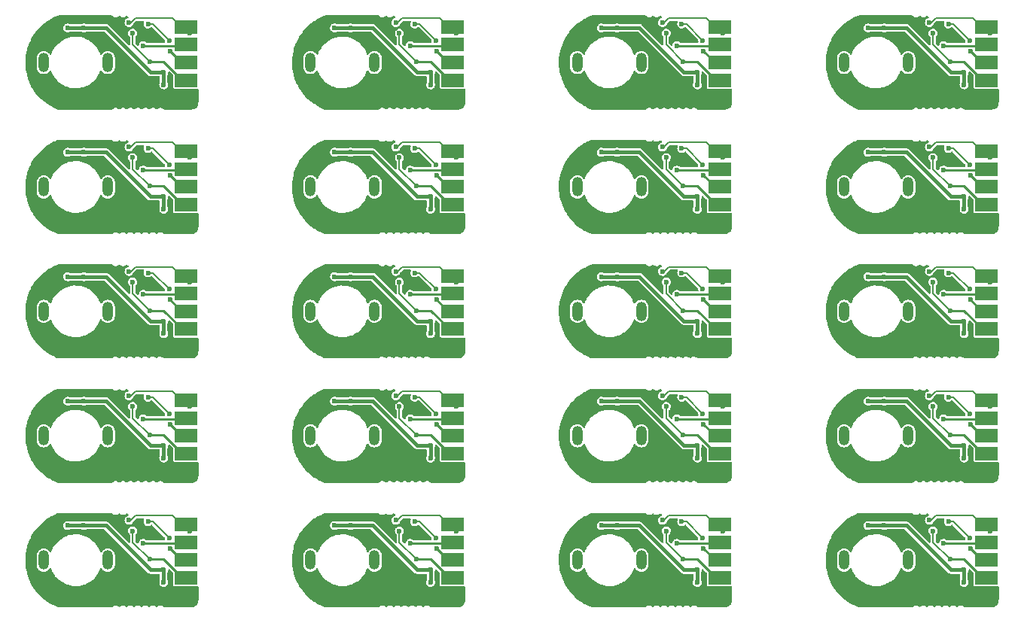
<source format=gbr>
%TF.GenerationSoftware,KiCad,Pcbnew,6.0.0-rc1-unknown-c40e921cb3~144~ubuntu18.04.1*%
%TF.CreationDate,2021-12-01T16:53:05+00:00*%
%TF.ProjectId,output.panel20,6f757470-7574-42e7-9061-6e656c32302e,rev?*%
%TF.SameCoordinates,PX9896800PY7270e00*%
%TF.FileFunction,Copper,L2,Bot*%
%TF.FilePolarity,Positive*%
%FSLAX46Y46*%
G04 Gerber Fmt 4.6, Leading zero omitted, Abs format (unit mm)*
G04 Created by KiCad (PCBNEW 6.0.0-rc1-unknown-c40e921cb3~144~ubuntu18.04.1) date 2021-12-01 16:53:05*
%MOMM*%
%LPD*%
G01*
G04 APERTURE LIST*
%TA.AperFunction,ComponentPad*%
%ADD10O,1.200000X2.200000*%
%TD*%
%TA.AperFunction,SMDPad,CuDef*%
%ADD11R,2.500000X1.500000*%
%TD*%
%TA.AperFunction,ViaPad*%
%ADD12C,0.600000*%
%TD*%
%TA.AperFunction,Conductor*%
%ADD13C,0.450000*%
%TD*%
%TA.AperFunction,Conductor*%
%ADD14C,0.250000*%
%TD*%
%TA.AperFunction,Conductor*%
%ADD15C,0.200000*%
%TD*%
G04 APERTURE END LIST*
D10*
%TO.P,J2,1,Pin_1*%
%TO.N,/MOTOROUT1*%
X-78600000Y54500000D03*
%TD*%
%TO.P,J2,1,Pin_1*%
%TO.N,/MOTOROUT1*%
X-48600000Y54500000D03*
%TD*%
%TO.P,J3,1,Pin_1*%
%TO.N,/MOTOROUT2*%
X-71400000Y40500000D03*
%TD*%
%TO.P,J2,1,Pin_1*%
%TO.N,/MOTOROUT1*%
X11400000Y54500000D03*
%TD*%
%TO.P,J3,1,Pin_1*%
%TO.N,/MOTOROUT2*%
X-71400000Y-1500000D03*
%TD*%
%TO.P,J2,1,Pin_1*%
%TO.N,/MOTOROUT1*%
X-18600000Y-1500000D03*
%TD*%
%TO.P,J3,1,Pin_1*%
%TO.N,/MOTOROUT2*%
X-71400000Y12500000D03*
%TD*%
%TO.P,J2,1,Pin_1*%
%TO.N,/MOTOROUT1*%
X-78600000Y26500000D03*
%TD*%
%TO.P,J2,1,Pin_1*%
%TO.N,/MOTOROUT1*%
X11400000Y12500000D03*
%TD*%
%TO.P,J3,1,Pin_1*%
%TO.N,/MOTOROUT2*%
X-11400000Y26500000D03*
%TD*%
%TO.P,J3,1,Pin_1*%
%TO.N,/MOTOROUT2*%
X18600000Y26500000D03*
%TD*%
%TO.P,J3,1,Pin_1*%
%TO.N,/MOTOROUT2*%
X-41400000Y40500000D03*
%TD*%
%TO.P,J2,1,Pin_1*%
%TO.N,/MOTOROUT1*%
X11400000Y26500000D03*
%TD*%
%TO.P,J3,1,Pin_1*%
%TO.N,/MOTOROUT2*%
X-71400000Y54500000D03*
%TD*%
%TO.P,J3,1,Pin_1*%
%TO.N,/MOTOROUT2*%
X18600000Y54500000D03*
%TD*%
%TO.P,J3,1,Pin_1*%
%TO.N,/MOTOROUT2*%
X-11400000Y12500000D03*
%TD*%
%TO.P,J2,1,Pin_1*%
%TO.N,/MOTOROUT1*%
X-78600000Y-1500000D03*
%TD*%
%TO.P,J2,1,Pin_1*%
%TO.N,/MOTOROUT1*%
X-48600000Y-1500000D03*
%TD*%
%TO.P,J2,1,Pin_1*%
%TO.N,/MOTOROUT1*%
X-18600000Y54500000D03*
%TD*%
%TO.P,J3,1,Pin_1*%
%TO.N,/MOTOROUT2*%
X-11400000Y40500000D03*
%TD*%
%TO.P,J2,1,Pin_1*%
%TO.N,/MOTOROUT1*%
X-48600000Y26500000D03*
%TD*%
%TO.P,J2,1,Pin_1*%
%TO.N,/MOTOROUT1*%
X-48600000Y12500000D03*
%TD*%
%TO.P,J3,1,Pin_1*%
%TO.N,/MOTOROUT2*%
X-71400000Y26500000D03*
%TD*%
%TO.P,J2,1,Pin_1*%
%TO.N,/MOTOROUT1*%
X11400000Y-1500000D03*
%TD*%
%TO.P,J2,1,Pin_1*%
%TO.N,/MOTOROUT1*%
X-78600000Y40500000D03*
%TD*%
%TO.P,J3,1,Pin_1*%
%TO.N,/MOTOROUT2*%
X-11400000Y-1500000D03*
%TD*%
%TO.P,J2,1,Pin_1*%
%TO.N,/MOTOROUT1*%
X-48600000Y40500000D03*
%TD*%
%TO.P,J3,1,Pin_1*%
%TO.N,/MOTOROUT2*%
X18600000Y12500000D03*
%TD*%
%TO.P,J2,1,Pin_1*%
%TO.N,/MOTOROUT1*%
X-78600000Y12500000D03*
%TD*%
%TO.P,J3,1,Pin_1*%
%TO.N,/MOTOROUT2*%
X18600000Y40500000D03*
%TD*%
%TO.P,J3,1,Pin_1*%
%TO.N,/MOTOROUT2*%
X-41400000Y54500000D03*
%TD*%
%TO.P,J3,1,Pin_1*%
%TO.N,/MOTOROUT2*%
X-41400000Y12500000D03*
%TD*%
%TO.P,J3,1,Pin_1*%
%TO.N,/MOTOROUT2*%
X-41400000Y26500000D03*
%TD*%
%TO.P,J2,1,Pin_1*%
%TO.N,/MOTOROUT1*%
X11400000Y40500000D03*
%TD*%
%TO.P,J2,1,Pin_1*%
%TO.N,/MOTOROUT1*%
X-18600000Y26500000D03*
%TD*%
%TO.P,J3,1,Pin_1*%
%TO.N,/MOTOROUT2*%
X18600000Y-1500000D03*
%TD*%
%TO.P,J2,1,Pin_1*%
%TO.N,/MOTOROUT1*%
X-18600000Y40500000D03*
%TD*%
%TO.P,J2,1,Pin_1*%
%TO.N,/MOTOROUT1*%
X-18600000Y12500000D03*
%TD*%
%TO.P,J3,1,Pin_1*%
%TO.N,/MOTOROUT2*%
X-41400000Y-1500000D03*
%TD*%
%TO.P,J3,1,Pin_1*%
%TO.N,/MOTOROUT2*%
X-11400000Y54500000D03*
%TD*%
D11*
%TO.P,J4,1,Pin_1*%
%TO.N,GND*%
X-2600000Y22500000D03*
%TO.P,J4,2,Pin_2*%
%TO.N,/VLOGIC*%
X-2600000Y24500000D03*
%TO.P,J4,3,Pin_3*%
%TO.N,PWMIN*%
X-2600000Y26500000D03*
%TO.P,J4,4,Pin_4*%
%TO.N,/MOTORR*%
X-2600000Y28500000D03*
%TO.P,J4,5,Pin_5*%
%TO.N,/MOTORF*%
X-2600000Y30500000D03*
%TD*%
%TO.P,J4,1,Pin_1*%
%TO.N,GND*%
X27400000Y50500000D03*
%TO.P,J4,2,Pin_2*%
%TO.N,/VLOGIC*%
X27400000Y52500000D03*
%TO.P,J4,3,Pin_3*%
%TO.N,PWMIN*%
X27400000Y54500000D03*
%TO.P,J4,4,Pin_4*%
%TO.N,/MOTORR*%
X27400000Y56500000D03*
%TO.P,J4,5,Pin_5*%
%TO.N,/MOTORF*%
X27400000Y58500000D03*
%TD*%
%TO.P,J4,1,Pin_1*%
%TO.N,GND*%
X-62600000Y8500000D03*
%TO.P,J4,2,Pin_2*%
%TO.N,/VLOGIC*%
X-62600000Y10500000D03*
%TO.P,J4,3,Pin_3*%
%TO.N,PWMIN*%
X-62600000Y12500000D03*
%TO.P,J4,4,Pin_4*%
%TO.N,/MOTORR*%
X-62600000Y14500000D03*
%TO.P,J4,5,Pin_5*%
%TO.N,/MOTORF*%
X-62600000Y16500000D03*
%TD*%
%TO.P,J4,1,Pin_1*%
%TO.N,GND*%
X-32600000Y8500000D03*
%TO.P,J4,2,Pin_2*%
%TO.N,/VLOGIC*%
X-32600000Y10500000D03*
%TO.P,J4,3,Pin_3*%
%TO.N,PWMIN*%
X-32600000Y12500000D03*
%TO.P,J4,4,Pin_4*%
%TO.N,/MOTORR*%
X-32600000Y14500000D03*
%TO.P,J4,5,Pin_5*%
%TO.N,/MOTORF*%
X-32600000Y16500000D03*
%TD*%
%TO.P,J4,1,Pin_1*%
%TO.N,GND*%
X-32600000Y36500000D03*
%TO.P,J4,2,Pin_2*%
%TO.N,/VLOGIC*%
X-32600000Y38500000D03*
%TO.P,J4,3,Pin_3*%
%TO.N,PWMIN*%
X-32600000Y40500000D03*
%TO.P,J4,4,Pin_4*%
%TO.N,/MOTORR*%
X-32600000Y42500000D03*
%TO.P,J4,5,Pin_5*%
%TO.N,/MOTORF*%
X-32600000Y44500000D03*
%TD*%
%TO.P,J4,1,Pin_1*%
%TO.N,GND*%
X-2600000Y-5500000D03*
%TO.P,J4,2,Pin_2*%
%TO.N,/VLOGIC*%
X-2600000Y-3500000D03*
%TO.P,J4,3,Pin_3*%
%TO.N,PWMIN*%
X-2600000Y-1500000D03*
%TO.P,J4,4,Pin_4*%
%TO.N,/MOTORR*%
X-2600000Y500000D03*
%TO.P,J4,5,Pin_5*%
%TO.N,/MOTORF*%
X-2600000Y2500000D03*
%TD*%
%TO.P,J4,1,Pin_1*%
%TO.N,GND*%
X-62600000Y-5500000D03*
%TO.P,J4,2,Pin_2*%
%TO.N,/VLOGIC*%
X-62600000Y-3500000D03*
%TO.P,J4,3,Pin_3*%
%TO.N,PWMIN*%
X-62600000Y-1500000D03*
%TO.P,J4,4,Pin_4*%
%TO.N,/MOTORR*%
X-62600000Y500000D03*
%TO.P,J4,5,Pin_5*%
%TO.N,/MOTORF*%
X-62600000Y2500000D03*
%TD*%
%TO.P,J4,1,Pin_1*%
%TO.N,GND*%
X-32600000Y50500000D03*
%TO.P,J4,2,Pin_2*%
%TO.N,/VLOGIC*%
X-32600000Y52500000D03*
%TO.P,J4,3,Pin_3*%
%TO.N,PWMIN*%
X-32600000Y54500000D03*
%TO.P,J4,4,Pin_4*%
%TO.N,/MOTORR*%
X-32600000Y56500000D03*
%TO.P,J4,5,Pin_5*%
%TO.N,/MOTORF*%
X-32600000Y58500000D03*
%TD*%
%TO.P,J4,1,Pin_1*%
%TO.N,GND*%
X-62600000Y22500000D03*
%TO.P,J4,2,Pin_2*%
%TO.N,/VLOGIC*%
X-62600000Y24500000D03*
%TO.P,J4,3,Pin_3*%
%TO.N,PWMIN*%
X-62600000Y26500000D03*
%TO.P,J4,4,Pin_4*%
%TO.N,/MOTORR*%
X-62600000Y28500000D03*
%TO.P,J4,5,Pin_5*%
%TO.N,/MOTORF*%
X-62600000Y30500000D03*
%TD*%
%TO.P,J4,1,Pin_1*%
%TO.N,GND*%
X-2600000Y8500000D03*
%TO.P,J4,2,Pin_2*%
%TO.N,/VLOGIC*%
X-2600000Y10500000D03*
%TO.P,J4,3,Pin_3*%
%TO.N,PWMIN*%
X-2600000Y12500000D03*
%TO.P,J4,4,Pin_4*%
%TO.N,/MOTORR*%
X-2600000Y14500000D03*
%TO.P,J4,5,Pin_5*%
%TO.N,/MOTORF*%
X-2600000Y16500000D03*
%TD*%
%TO.P,J4,1,Pin_1*%
%TO.N,GND*%
X-32600000Y-5500000D03*
%TO.P,J4,2,Pin_2*%
%TO.N,/VLOGIC*%
X-32600000Y-3500000D03*
%TO.P,J4,3,Pin_3*%
%TO.N,PWMIN*%
X-32600000Y-1500000D03*
%TO.P,J4,4,Pin_4*%
%TO.N,/MOTORR*%
X-32600000Y500000D03*
%TO.P,J4,5,Pin_5*%
%TO.N,/MOTORF*%
X-32600000Y2500000D03*
%TD*%
%TO.P,J4,1,Pin_1*%
%TO.N,GND*%
X27400000Y8500000D03*
%TO.P,J4,2,Pin_2*%
%TO.N,/VLOGIC*%
X27400000Y10500000D03*
%TO.P,J4,3,Pin_3*%
%TO.N,PWMIN*%
X27400000Y12500000D03*
%TO.P,J4,4,Pin_4*%
%TO.N,/MOTORR*%
X27400000Y14500000D03*
%TO.P,J4,5,Pin_5*%
%TO.N,/MOTORF*%
X27400000Y16500000D03*
%TD*%
%TO.P,J4,1,Pin_1*%
%TO.N,GND*%
X-2600000Y36500000D03*
%TO.P,J4,2,Pin_2*%
%TO.N,/VLOGIC*%
X-2600000Y38500000D03*
%TO.P,J4,3,Pin_3*%
%TO.N,PWMIN*%
X-2600000Y40500000D03*
%TO.P,J4,4,Pin_4*%
%TO.N,/MOTORR*%
X-2600000Y42500000D03*
%TO.P,J4,5,Pin_5*%
%TO.N,/MOTORF*%
X-2600000Y44500000D03*
%TD*%
%TO.P,J4,1,Pin_1*%
%TO.N,GND*%
X27400000Y-5500000D03*
%TO.P,J4,2,Pin_2*%
%TO.N,/VLOGIC*%
X27400000Y-3500000D03*
%TO.P,J4,3,Pin_3*%
%TO.N,PWMIN*%
X27400000Y-1500000D03*
%TO.P,J4,4,Pin_4*%
%TO.N,/MOTORR*%
X27400000Y500000D03*
%TO.P,J4,5,Pin_5*%
%TO.N,/MOTORF*%
X27400000Y2500000D03*
%TD*%
%TO.P,J4,1,Pin_1*%
%TO.N,GND*%
X-62600000Y50500000D03*
%TO.P,J4,2,Pin_2*%
%TO.N,/VLOGIC*%
X-62600000Y52500000D03*
%TO.P,J4,3,Pin_3*%
%TO.N,PWMIN*%
X-62600000Y54500000D03*
%TO.P,J4,4,Pin_4*%
%TO.N,/MOTORR*%
X-62600000Y56500000D03*
%TO.P,J4,5,Pin_5*%
%TO.N,/MOTORF*%
X-62600000Y58500000D03*
%TD*%
%TO.P,J4,1,Pin_1*%
%TO.N,GND*%
X27400000Y36500000D03*
%TO.P,J4,2,Pin_2*%
%TO.N,/VLOGIC*%
X27400000Y38500000D03*
%TO.P,J4,3,Pin_3*%
%TO.N,PWMIN*%
X27400000Y40500000D03*
%TO.P,J4,4,Pin_4*%
%TO.N,/MOTORR*%
X27400000Y42500000D03*
%TO.P,J4,5,Pin_5*%
%TO.N,/MOTORF*%
X27400000Y44500000D03*
%TD*%
%TO.P,J4,1,Pin_1*%
%TO.N,GND*%
X-2600000Y50500000D03*
%TO.P,J4,2,Pin_2*%
%TO.N,/VLOGIC*%
X-2600000Y52500000D03*
%TO.P,J4,3,Pin_3*%
%TO.N,PWMIN*%
X-2600000Y54500000D03*
%TO.P,J4,4,Pin_4*%
%TO.N,/MOTORR*%
X-2600000Y56500000D03*
%TO.P,J4,5,Pin_5*%
%TO.N,/MOTORF*%
X-2600000Y58500000D03*
%TD*%
%TO.P,J4,1,Pin_1*%
%TO.N,GND*%
X-32600000Y22500000D03*
%TO.P,J4,2,Pin_2*%
%TO.N,/VLOGIC*%
X-32600000Y24500000D03*
%TO.P,J4,3,Pin_3*%
%TO.N,PWMIN*%
X-32600000Y26500000D03*
%TO.P,J4,4,Pin_4*%
%TO.N,/MOTORR*%
X-32600000Y28500000D03*
%TO.P,J4,5,Pin_5*%
%TO.N,/MOTORF*%
X-32600000Y30500000D03*
%TD*%
%TO.P,J4,1,Pin_1*%
%TO.N,GND*%
X-62600000Y36500000D03*
%TO.P,J4,2,Pin_2*%
%TO.N,/VLOGIC*%
X-62600000Y38500000D03*
%TO.P,J4,3,Pin_3*%
%TO.N,PWMIN*%
X-62600000Y40500000D03*
%TO.P,J4,4,Pin_4*%
%TO.N,/MOTORR*%
X-62600000Y42500000D03*
%TO.P,J4,5,Pin_5*%
%TO.N,/MOTORF*%
X-62600000Y44500000D03*
%TD*%
%TO.P,J4,1,Pin_1*%
%TO.N,GND*%
X27400000Y22500000D03*
%TO.P,J4,2,Pin_2*%
%TO.N,/VLOGIC*%
X27400000Y24500000D03*
%TO.P,J4,3,Pin_3*%
%TO.N,PWMIN*%
X27400000Y26500000D03*
%TO.P,J4,4,Pin_4*%
%TO.N,/MOTORR*%
X27400000Y28500000D03*
%TO.P,J4,5,Pin_5*%
%TO.N,/MOTORF*%
X27400000Y30500000D03*
%TD*%
D12*
%TO.N,GND*%
X-7750000Y36650000D03*
X-48900000Y57400000D03*
X-10300000Y42000000D03*
X-7750000Y-5350000D03*
X-70300000Y42000000D03*
X-35500000Y50300000D03*
X-11597212Y59305425D03*
X-40300000Y0D03*
X-37750000Y50650000D03*
X-48300000Y-4800000D03*
X-71597212Y3305425D03*
X-40300000Y14000000D03*
X-11597212Y45305425D03*
X-37750000Y-5350000D03*
X-48300000Y23200000D03*
X-65500000Y-5700000D03*
X-35500000Y8300000D03*
X-37750000Y8650000D03*
X11700000Y-4800000D03*
X-67750000Y-5350000D03*
X-48900000Y29400000D03*
X-78300000Y37200000D03*
X-37750000Y22650000D03*
X11100000Y15400000D03*
X18402788Y45305425D03*
X-5500000Y8300000D03*
X18402788Y3305425D03*
X-10300000Y0D03*
X-18900000Y15400000D03*
X-70300000Y28000000D03*
X11700000Y51200000D03*
X-71597212Y31305425D03*
X22250000Y36650000D03*
X19700000Y0D03*
X-67750000Y50650000D03*
X11700000Y9200000D03*
X-18300000Y-4800000D03*
X24500000Y-5700000D03*
X-18300000Y9200000D03*
X-65500000Y8300000D03*
X-48900000Y43400000D03*
X-48300000Y51200000D03*
X-40300000Y56000000D03*
X-10300000Y14000000D03*
X19700000Y28000000D03*
X-48900000Y1400000D03*
X-78900000Y43400000D03*
X24500000Y8300000D03*
X-78300000Y-4800000D03*
X22250000Y-5350000D03*
X-41597212Y45305425D03*
X-5500000Y-5700000D03*
X18402788Y59305425D03*
X18402788Y17305425D03*
X11100000Y43400000D03*
X24500000Y50300000D03*
X-5500000Y22300000D03*
X19700000Y56000000D03*
X-41597212Y3305425D03*
X-70300000Y14000000D03*
X-71597212Y59305425D03*
X-78900000Y15400000D03*
X-65500000Y50300000D03*
X11100000Y1400000D03*
X-78900000Y29400000D03*
X-41597212Y17305425D03*
X-11597212Y3305425D03*
X-65500000Y22300000D03*
X-41597212Y31305425D03*
X-48300000Y9200000D03*
X-18900000Y57400000D03*
X-7750000Y8650000D03*
X-40300000Y28000000D03*
X-5500000Y50300000D03*
X-78900000Y57400000D03*
X-7750000Y22650000D03*
X-18900000Y43400000D03*
X22250000Y50650000D03*
X11100000Y29400000D03*
X-70300000Y56000000D03*
X18402788Y31305425D03*
X19700000Y42000000D03*
X-35500000Y-5700000D03*
X-18300000Y37200000D03*
X-78300000Y23200000D03*
X-48900000Y15400000D03*
X-5500000Y36300000D03*
X24500000Y36300000D03*
X-67750000Y22650000D03*
X-71597212Y17305425D03*
X-67750000Y36650000D03*
X-78300000Y9200000D03*
X-7750000Y50650000D03*
X22250000Y8650000D03*
X11100000Y57400000D03*
X-37750000Y36650000D03*
X24500000Y22300000D03*
X-18900000Y29400000D03*
X-40300000Y42000000D03*
X-67750000Y8650000D03*
X-78300000Y51200000D03*
X-70300000Y0D03*
X-18300000Y51200000D03*
X-10300000Y28000000D03*
X11700000Y37200000D03*
X-48300000Y37200000D03*
X-18300000Y23200000D03*
X-18900000Y1400000D03*
X19700000Y14000000D03*
X-11597212Y17305425D03*
X-35500000Y36300000D03*
X-41597212Y59305425D03*
X-78900000Y1400000D03*
X11700000Y23200000D03*
X-35500000Y22300000D03*
X-11597212Y31305425D03*
X-10300000Y56000000D03*
X-65500000Y36300000D03*
X22250000Y22650000D03*
X-71597212Y45305425D03*
%TO.N,VBAT*%
X24900000Y-2600000D03*
X-75900000Y58400000D03*
X-65100000Y52000000D03*
X-14100000Y30400000D03*
X-74100000Y30400000D03*
X-74100000Y44400000D03*
X-14100000Y44400000D03*
X-35100000Y38000000D03*
X-65100000Y-4000000D03*
X-74100000Y2400000D03*
X-45900000Y30400000D03*
X-5100000Y11400000D03*
X-45900000Y58400000D03*
X-35100000Y-2600000D03*
X-65100000Y38000000D03*
X-15900000Y58400000D03*
X-45900000Y16400000D03*
X-65100000Y10000000D03*
X-35100000Y52000000D03*
X24900000Y24000000D03*
X-44100000Y44400000D03*
X15900000Y2400000D03*
X-65100000Y11400000D03*
X-5100000Y53400000D03*
X-5100000Y52000000D03*
X14100000Y16400000D03*
X15900000Y30400000D03*
X-35100000Y53400000D03*
X-15900000Y2400000D03*
X-44100000Y2400000D03*
X-65100000Y39400000D03*
X-14100000Y58400000D03*
X-5100000Y10000000D03*
X15900000Y16400000D03*
X-65100000Y25400000D03*
X-65100000Y53400000D03*
X24900000Y11400000D03*
X15900000Y58400000D03*
X-35100000Y24000000D03*
X-35100000Y-4000000D03*
X-15900000Y30400000D03*
X-75900000Y2400000D03*
X14100000Y44400000D03*
X-65100000Y24000000D03*
X-15900000Y16400000D03*
X-35100000Y39400000D03*
X-65100000Y-2600000D03*
X24900000Y53400000D03*
X-15900000Y44400000D03*
X15900000Y44400000D03*
X-5100000Y24000000D03*
X-45900000Y2400000D03*
X24900000Y25400000D03*
X-5100000Y-2600000D03*
X-45900000Y44400000D03*
X24900000Y10000000D03*
X-35100000Y10000000D03*
X-44100000Y58400000D03*
X-14100000Y16400000D03*
X-75900000Y30400000D03*
X-74100000Y16400000D03*
X-75900000Y16400000D03*
X-44100000Y30400000D03*
X14100000Y58400000D03*
X24900000Y39400000D03*
X-75900000Y44400000D03*
X-74100000Y58400000D03*
X-5100000Y25400000D03*
X-5100000Y38000000D03*
X-5100000Y-4000000D03*
X-35100000Y11400000D03*
X24900000Y38000000D03*
X24900000Y52000000D03*
X24900000Y-4000000D03*
X-35100000Y25400000D03*
X14100000Y30400000D03*
X-44100000Y16400000D03*
X14100000Y2400000D03*
X-14100000Y2400000D03*
X-5100000Y39400000D03*
%TO.N,/VLOGIC*%
X-36700000Y-1400000D03*
X-38600000Y43800000D03*
X-66700000Y54600000D03*
X23300000Y-1400000D03*
X-6700000Y-1400000D03*
X21400000Y43800000D03*
X-68600000Y29800000D03*
X-8600000Y29800000D03*
X-38600000Y57800000D03*
X-68600000Y15800000D03*
X21400000Y1800000D03*
X-66700000Y26600000D03*
X-36700000Y40600000D03*
X-68600000Y1800000D03*
X-6700000Y12600000D03*
X21400000Y29800000D03*
X-68600000Y57800000D03*
X-8600000Y15800000D03*
X-6700000Y26600000D03*
X-36700000Y26600000D03*
X-66700000Y-1400000D03*
X-36700000Y12600000D03*
X-68600000Y43800000D03*
X23300000Y40600000D03*
X23300000Y54600000D03*
X-38600000Y1800000D03*
X23300000Y12600000D03*
X-8600000Y43800000D03*
X-66700000Y40600000D03*
X-66700000Y12600000D03*
X-38600000Y29800000D03*
X-38600000Y15800000D03*
X23300000Y26600000D03*
X-8600000Y1800000D03*
X-6700000Y54600000D03*
X21400000Y57800000D03*
X-36700000Y54600000D03*
X-8600000Y57800000D03*
X21400000Y15800000D03*
X-6700000Y40600000D03*
%TO.N,PWMIN*%
X25600000Y27800000D03*
X25600000Y-200000D03*
X-64400000Y-200000D03*
X-34400000Y27800000D03*
X-64400000Y27800000D03*
X-4400000Y55800000D03*
X25600000Y41800000D03*
X-4400000Y13800000D03*
X-64400000Y55800000D03*
X-64400000Y13800000D03*
X-34400000Y-200000D03*
X25600000Y13800000D03*
X-34400000Y13800000D03*
X-64400000Y41800000D03*
X-4400000Y27800000D03*
X-34400000Y41800000D03*
X-4400000Y-200000D03*
X-34400000Y55800000D03*
X-4400000Y41800000D03*
X25600000Y55800000D03*
%TO.N,/MOTORF*%
X-32200000Y57800000D03*
X27800000Y43800000D03*
X-69000000Y45000000D03*
X-32200000Y43800000D03*
X27800000Y15800000D03*
X-69000000Y17000000D03*
X-62200000Y43800000D03*
X21000000Y3000000D03*
X-9000000Y17000000D03*
X-32200000Y1800000D03*
X27800000Y57800000D03*
X27800000Y1800000D03*
X-9000000Y59000000D03*
X21000000Y31000000D03*
X-69000000Y31000000D03*
X-32200000Y15800000D03*
X-62200000Y1800000D03*
X-2200000Y15800000D03*
X-9000000Y45000000D03*
X-39000000Y45000000D03*
X-39000000Y31000000D03*
X-9000000Y3000000D03*
X-9000000Y31000000D03*
X21000000Y59000000D03*
X-39000000Y17000000D03*
X-69000000Y59000000D03*
X-39000000Y3000000D03*
X-62200000Y57800000D03*
X-2200000Y43800000D03*
X-62200000Y15800000D03*
X21000000Y45000000D03*
X-69000000Y3000000D03*
X-32200000Y29800000D03*
X21000000Y17000000D03*
X-39000000Y59000000D03*
X-62200000Y29800000D03*
X-2200000Y57800000D03*
X-2200000Y1800000D03*
X27800000Y29800000D03*
X-2200000Y29800000D03*
%TO.N,/MOTORR*%
X-7400000Y28400000D03*
X-37400000Y14400000D03*
X-7400000Y400000D03*
X-67400000Y56400000D03*
X22600000Y14400000D03*
X-7400000Y14400000D03*
X-67400000Y14400000D03*
X22600000Y400000D03*
X-37400000Y400000D03*
X22600000Y28400000D03*
X-37400000Y56400000D03*
X-7400000Y56400000D03*
X-67400000Y42400000D03*
X-7400000Y42400000D03*
X-37400000Y42400000D03*
X-67400000Y400000D03*
X-67400000Y28400000D03*
X22600000Y56400000D03*
X-37400000Y28400000D03*
X22600000Y42400000D03*
%TO.N,BLINKY*%
X-66861444Y2838556D03*
X-4500000Y57000000D03*
X-4500000Y1000000D03*
X-6861444Y58838556D03*
X25500000Y15000000D03*
X-34500000Y43000000D03*
X-34500000Y29000000D03*
X-64500000Y57000000D03*
X-66861444Y44838556D03*
X-66861444Y30838556D03*
X-34500000Y15000000D03*
X25500000Y1000000D03*
X23138556Y44838556D03*
X23138556Y2838556D03*
X-66861444Y16838556D03*
X-36861444Y44838556D03*
X-34500000Y57000000D03*
X-64500000Y29000000D03*
X25500000Y57000000D03*
X23138556Y16838556D03*
X-6861444Y16838556D03*
X-4500000Y15000000D03*
X23138556Y58838556D03*
X23138556Y30838556D03*
X-4500000Y43000000D03*
X-64500000Y43000000D03*
X25500000Y43000000D03*
X-36861444Y2838556D03*
X-34500000Y1000000D03*
X-64500000Y1000000D03*
X-36861444Y30838556D03*
X-64500000Y15000000D03*
X-36861444Y58838556D03*
X-4500000Y29000000D03*
X-6861444Y2838556D03*
X-66861444Y58838556D03*
X-6861444Y30838556D03*
X25500000Y29000000D03*
X-6861444Y44838556D03*
X-36861444Y16838556D03*
%TD*%
D13*
%TO.N,VBAT*%
X-44100000Y30400000D02*
X-41600000Y30400000D01*
X15900000Y58400000D02*
X18400000Y58400000D01*
X-5100000Y38000000D02*
X-5100000Y39400000D01*
X-66600000Y53400000D02*
X-65100000Y53400000D01*
X-36600000Y39400000D02*
X-35100000Y39400000D01*
X-36600000Y53400000D02*
X-35100000Y53400000D01*
X24900000Y10000000D02*
X24900000Y11400000D01*
X-44100000Y58400000D02*
X-45900000Y58400000D01*
X15900000Y44400000D02*
X18400000Y44400000D01*
X18400000Y30400000D02*
X23400000Y25400000D01*
X18400000Y58400000D02*
X23400000Y53400000D01*
X-5100000Y10000000D02*
X-5100000Y11400000D01*
X-35100000Y10000000D02*
X-35100000Y11400000D01*
X-74100000Y44400000D02*
X-71600000Y44400000D01*
X-66600000Y11400000D02*
X-65100000Y11400000D01*
X-71600000Y58400000D02*
X-66600000Y53400000D01*
X18400000Y44400000D02*
X23400000Y39400000D01*
X-44100000Y44400000D02*
X-45900000Y44400000D01*
X15900000Y30400000D02*
X14100000Y30400000D01*
X-35100000Y52000000D02*
X-35100000Y53400000D01*
X-6600000Y-2600000D02*
X-5100000Y-2600000D01*
X-41600000Y30400000D02*
X-36600000Y25400000D01*
X23400000Y39400000D02*
X24900000Y39400000D01*
X-36600000Y25400000D02*
X-35100000Y25400000D01*
X-14100000Y2400000D02*
X-15900000Y2400000D01*
X-44100000Y44400000D02*
X-41600000Y44400000D01*
X-14100000Y44400000D02*
X-11600000Y44400000D01*
X-65100000Y-4000000D02*
X-65100000Y-2600000D01*
X23400000Y11400000D02*
X24900000Y11400000D01*
X-74100000Y58400000D02*
X-71600000Y58400000D01*
X-5100000Y24000000D02*
X-5100000Y25400000D01*
X-41600000Y44400000D02*
X-36600000Y39400000D01*
X-71600000Y30400000D02*
X-66600000Y25400000D01*
X-65100000Y10000000D02*
X-65100000Y11400000D01*
X23400000Y53400000D02*
X24900000Y53400000D01*
X15900000Y16400000D02*
X14100000Y16400000D01*
X-14100000Y2400000D02*
X-11600000Y2400000D01*
X23400000Y25400000D02*
X24900000Y25400000D01*
X-65100000Y38000000D02*
X-65100000Y39400000D01*
X-41600000Y16400000D02*
X-36600000Y11400000D01*
X-44100000Y2400000D02*
X-41600000Y2400000D01*
X-74100000Y2400000D02*
X-75900000Y2400000D01*
X-41600000Y58400000D02*
X-36600000Y53400000D01*
X-11600000Y44400000D02*
X-6600000Y39400000D01*
X-66600000Y-2600000D02*
X-65100000Y-2600000D01*
X24900000Y24000000D02*
X24900000Y25400000D01*
X-41600000Y2400000D02*
X-36600000Y-2600000D01*
X15900000Y58400000D02*
X14100000Y58400000D01*
X-74100000Y16400000D02*
X-75900000Y16400000D01*
X24900000Y38000000D02*
X24900000Y39400000D01*
X-36600000Y-2600000D02*
X-35100000Y-2600000D01*
X18400000Y16400000D02*
X23400000Y11400000D01*
X-36600000Y11400000D02*
X-35100000Y11400000D01*
X-11600000Y16400000D02*
X-6600000Y11400000D01*
X-74100000Y2400000D02*
X-71600000Y2400000D01*
X23400000Y-2600000D02*
X24900000Y-2600000D01*
X-14100000Y16400000D02*
X-15900000Y16400000D01*
X-6600000Y39400000D02*
X-5100000Y39400000D01*
X-14100000Y58400000D02*
X-11600000Y58400000D01*
X-6600000Y25400000D02*
X-5100000Y25400000D01*
X24900000Y52000000D02*
X24900000Y53400000D01*
X-5100000Y-4000000D02*
X-5100000Y-2600000D01*
X15900000Y44400000D02*
X14100000Y44400000D01*
X-44100000Y16400000D02*
X-41600000Y16400000D01*
X-71600000Y16400000D02*
X-66600000Y11400000D01*
X-74100000Y44400000D02*
X-75900000Y44400000D01*
X-65100000Y24000000D02*
X-65100000Y25400000D01*
X-71600000Y2400000D02*
X-66600000Y-2600000D01*
X-14100000Y16400000D02*
X-11600000Y16400000D01*
X-74100000Y16400000D02*
X-71600000Y16400000D01*
X-14100000Y58400000D02*
X-15900000Y58400000D01*
X-44100000Y2400000D02*
X-45900000Y2400000D01*
X15900000Y2400000D02*
X14100000Y2400000D01*
X-11600000Y30400000D02*
X-6600000Y25400000D01*
X-44100000Y16400000D02*
X-45900000Y16400000D01*
X-66600000Y25400000D02*
X-65100000Y25400000D01*
X-74100000Y30400000D02*
X-75900000Y30400000D01*
X-6600000Y11400000D02*
X-5100000Y11400000D01*
X-14100000Y44400000D02*
X-15900000Y44400000D01*
X-44100000Y58400000D02*
X-41600000Y58400000D01*
X-5100000Y52000000D02*
X-5100000Y53400000D01*
X-11600000Y2400000D02*
X-6600000Y-2600000D01*
X-35100000Y24000000D02*
X-35100000Y25400000D01*
X24900000Y-4000000D02*
X24900000Y-2600000D01*
X18400000Y2400000D02*
X23400000Y-2600000D01*
X-74100000Y58400000D02*
X-75900000Y58400000D01*
X15900000Y16400000D02*
X18400000Y16400000D01*
X-35100000Y38000000D02*
X-35100000Y39400000D01*
X-14100000Y30400000D02*
X-15900000Y30400000D01*
X-74100000Y30400000D02*
X-71600000Y30400000D01*
X-44100000Y30400000D02*
X-45900000Y30400000D01*
X-14100000Y30400000D02*
X-11600000Y30400000D01*
X-11600000Y58400000D02*
X-6600000Y53400000D01*
X15900000Y30400000D02*
X18400000Y30400000D01*
X-71600000Y44400000D02*
X-66600000Y39400000D01*
X-35100000Y-4000000D02*
X-35100000Y-2600000D01*
X-65100000Y52000000D02*
X-65100000Y53400000D01*
X15900000Y2400000D02*
X18400000Y2400000D01*
X-6600000Y53400000D02*
X-5100000Y53400000D01*
X-66600000Y39400000D02*
X-65100000Y39400000D01*
D14*
%TO.N,/VLOGIC*%
X-36700000Y54600000D02*
X-35100000Y54600000D01*
X-33000000Y10500000D02*
X-32600000Y10500000D01*
X-33000000Y52500000D02*
X-32600000Y52500000D01*
D15*
X-38600000Y42500000D02*
X-36700000Y40600000D01*
D14*
X23300000Y12600000D02*
X24900000Y12600000D01*
X27000000Y-3500000D02*
X27400000Y-3500000D01*
X-36700000Y40600000D02*
X-35100000Y40600000D01*
D15*
X-8600000Y29800000D02*
X-8600000Y28500000D01*
X-68600000Y29800000D02*
X-68600000Y28500000D01*
D14*
X24900000Y-1400000D02*
X27000000Y-3500000D01*
X-3000000Y10500000D02*
X-2600000Y10500000D01*
D15*
X21400000Y28500000D02*
X23300000Y26600000D01*
X21400000Y56500000D02*
X23300000Y54600000D01*
X-68600000Y15800000D02*
X-68600000Y14500000D01*
D14*
X-5100000Y26600000D02*
X-3000000Y24500000D01*
D15*
X-8600000Y56500000D02*
X-6700000Y54600000D01*
D14*
X23300000Y54600000D02*
X24900000Y54600000D01*
D15*
X-68600000Y57800000D02*
X-68600000Y56500000D01*
D14*
X-5100000Y12600000D02*
X-3000000Y10500000D01*
D15*
X21400000Y43800000D02*
X21400000Y42500000D01*
X-38600000Y57800000D02*
X-38600000Y56500000D01*
D14*
X-36700000Y-1400000D02*
X-35100000Y-1400000D01*
X-3000000Y24500000D02*
X-2600000Y24500000D01*
X-63000000Y38500000D02*
X-62600000Y38500000D01*
X24900000Y40600000D02*
X27000000Y38500000D01*
X-5100000Y40600000D02*
X-3000000Y38500000D01*
X27000000Y10500000D02*
X27400000Y10500000D01*
D15*
X-38600000Y1800000D02*
X-38600000Y500000D01*
D14*
X-5100000Y-1400000D02*
X-3000000Y-3500000D01*
X-65100000Y12600000D02*
X-63000000Y10500000D01*
X-63000000Y10500000D02*
X-62600000Y10500000D01*
X-6700000Y54600000D02*
X-5100000Y54600000D01*
X-65100000Y40600000D02*
X-63000000Y38500000D01*
D15*
X21400000Y1800000D02*
X21400000Y500000D01*
X-68600000Y42500000D02*
X-66700000Y40600000D01*
X-68600000Y1800000D02*
X-68600000Y500000D01*
D14*
X-35100000Y40600000D02*
X-33000000Y38500000D01*
D15*
X-68600000Y43800000D02*
X-68600000Y42500000D01*
X-38600000Y500000D02*
X-36700000Y-1400000D01*
X-38600000Y15800000D02*
X-38600000Y14500000D01*
X-38600000Y14500000D02*
X-36700000Y12600000D01*
X21400000Y42500000D02*
X23300000Y40600000D01*
D14*
X23300000Y40600000D02*
X24900000Y40600000D01*
X-36700000Y12600000D02*
X-35100000Y12600000D01*
D15*
X-38600000Y43800000D02*
X-38600000Y42500000D01*
D14*
X-3000000Y52500000D02*
X-2600000Y52500000D01*
D15*
X21400000Y14500000D02*
X23300000Y12600000D01*
D14*
X-6700000Y26600000D02*
X-5100000Y26600000D01*
X-65100000Y26600000D02*
X-63000000Y24500000D01*
D15*
X-8600000Y14500000D02*
X-6700000Y12600000D01*
D14*
X-35100000Y-1400000D02*
X-33000000Y-3500000D01*
X-66700000Y26600000D02*
X-65100000Y26600000D01*
D15*
X-8600000Y28500000D02*
X-6700000Y26600000D01*
X-38600000Y29800000D02*
X-38600000Y28500000D01*
D14*
X-66700000Y12600000D02*
X-65100000Y12600000D01*
D15*
X-8600000Y15800000D02*
X-8600000Y14500000D01*
X21400000Y15800000D02*
X21400000Y14500000D01*
D14*
X27000000Y52500000D02*
X27400000Y52500000D01*
X-66700000Y40600000D02*
X-65100000Y40600000D01*
X-33000000Y38500000D02*
X-32600000Y38500000D01*
D15*
X21400000Y500000D02*
X23300000Y-1400000D01*
D14*
X24900000Y54600000D02*
X27000000Y52500000D01*
D15*
X-8600000Y42500000D02*
X-6700000Y40600000D01*
D14*
X24900000Y12600000D02*
X27000000Y10500000D01*
X-36700000Y26600000D02*
X-35100000Y26600000D01*
X23300000Y-1400000D02*
X24900000Y-1400000D01*
X-66700000Y-1400000D02*
X-65100000Y-1400000D01*
X-66700000Y54600000D02*
X-65100000Y54600000D01*
X24900000Y26600000D02*
X27000000Y24500000D01*
X-33000000Y24500000D02*
X-32600000Y24500000D01*
D15*
X-8600000Y57800000D02*
X-8600000Y56500000D01*
D14*
X-63000000Y-3500000D02*
X-62600000Y-3500000D01*
X-63000000Y24500000D02*
X-62600000Y24500000D01*
D15*
X-68600000Y56500000D02*
X-66700000Y54600000D01*
D14*
X-63000000Y52500000D02*
X-62600000Y52500000D01*
X-3000000Y38500000D02*
X-2600000Y38500000D01*
X23300000Y26600000D02*
X24900000Y26600000D01*
X-3000000Y-3500000D02*
X-2600000Y-3500000D01*
X-33000000Y-3500000D02*
X-32600000Y-3500000D01*
X-6700000Y-1400000D02*
X-5100000Y-1400000D01*
D15*
X21400000Y57800000D02*
X21400000Y56500000D01*
X-38600000Y56500000D02*
X-36700000Y54600000D01*
D14*
X-65100000Y-1400000D02*
X-63000000Y-3500000D01*
D15*
X-68600000Y500000D02*
X-66700000Y-1400000D01*
D14*
X-35100000Y26600000D02*
X-33000000Y24500000D01*
X-6700000Y12600000D02*
X-5100000Y12600000D01*
D15*
X-68600000Y14500000D02*
X-66700000Y12600000D01*
D14*
X-6700000Y40600000D02*
X-5100000Y40600000D01*
D15*
X-68600000Y28500000D02*
X-66700000Y26600000D01*
X21400000Y29800000D02*
X21400000Y28500000D01*
D14*
X-5100000Y54600000D02*
X-3000000Y52500000D01*
X-35100000Y12600000D02*
X-33000000Y10500000D01*
X-35100000Y54600000D02*
X-33000000Y52500000D01*
X27000000Y38500000D02*
X27400000Y38500000D01*
X-65100000Y54600000D02*
X-63000000Y52500000D01*
D15*
X-8600000Y1800000D02*
X-8600000Y500000D01*
X-8600000Y500000D02*
X-6700000Y-1400000D01*
X-38600000Y28500000D02*
X-36700000Y26600000D01*
X-8600000Y43800000D02*
X-8600000Y42500000D01*
D14*
X27000000Y24500000D02*
X27400000Y24500000D01*
%TO.N,PWMIN*%
X-32600000Y-1500000D02*
X-33100000Y-1500000D01*
X-63100000Y-1500000D02*
X-64400000Y-200000D01*
X-2600000Y54500000D02*
X-3100000Y54500000D01*
X-32600000Y54500000D02*
X-33100000Y54500000D01*
X-62600000Y40500000D02*
X-63100000Y40500000D01*
X-63100000Y26500000D02*
X-64400000Y27800000D01*
X26900000Y26500000D02*
X25600000Y27800000D01*
X-62600000Y-1500000D02*
X-63100000Y-1500000D01*
X-33100000Y12500000D02*
X-34400000Y13800000D01*
X-3100000Y26500000D02*
X-4400000Y27800000D01*
X26900000Y54500000D02*
X25600000Y55800000D01*
X-3100000Y54500000D02*
X-4400000Y55800000D01*
X-63100000Y12500000D02*
X-64400000Y13800000D01*
X27400000Y12500000D02*
X26900000Y12500000D01*
X26900000Y12500000D02*
X25600000Y13800000D01*
X-2600000Y-1500000D02*
X-3100000Y-1500000D01*
X-33100000Y-1500000D02*
X-34400000Y-200000D01*
X-32600000Y40500000D02*
X-33100000Y40500000D01*
X27400000Y54500000D02*
X26900000Y54500000D01*
X-33100000Y26500000D02*
X-34400000Y27800000D01*
X26900000Y-1500000D02*
X25600000Y-200000D01*
X-2600000Y40500000D02*
X-3100000Y40500000D01*
X-3100000Y40500000D02*
X-4400000Y41800000D01*
X-63100000Y40500000D02*
X-64400000Y41800000D01*
X-62600000Y54500000D02*
X-63100000Y54500000D01*
X26900000Y40500000D02*
X25600000Y41800000D01*
X-62600000Y26500000D02*
X-63100000Y26500000D01*
X27400000Y26500000D02*
X26900000Y26500000D01*
X-2600000Y26500000D02*
X-3100000Y26500000D01*
X-32600000Y12500000D02*
X-33100000Y12500000D01*
X-33100000Y40500000D02*
X-34400000Y41800000D01*
X-2600000Y12500000D02*
X-3100000Y12500000D01*
X-3100000Y-1500000D02*
X-4400000Y-200000D01*
X-63100000Y54500000D02*
X-64400000Y55800000D01*
X27400000Y40500000D02*
X26900000Y40500000D01*
X27400000Y-1500000D02*
X26900000Y-1500000D01*
X-33100000Y54500000D02*
X-34400000Y55800000D01*
X-3100000Y12500000D02*
X-4400000Y13800000D01*
X-62600000Y12500000D02*
X-63100000Y12500000D01*
X-32600000Y26500000D02*
X-33100000Y26500000D01*
D15*
%TO.N,/MOTORF*%
X-8300000Y45500000D02*
X-4100000Y45500000D01*
X-9000000Y59000000D02*
X-8800000Y59000000D01*
X-38300000Y17500000D02*
X-34100000Y17500000D01*
X-63100000Y2500000D02*
X-62600000Y2500000D01*
X-63100000Y44500000D02*
X-62600000Y44500000D01*
X-38300000Y3500000D02*
X-34100000Y3500000D01*
X-33100000Y30500000D02*
X-32600000Y30500000D01*
X26900000Y58500000D02*
X27400000Y58500000D01*
X-34100000Y3500000D02*
X-33100000Y2500000D01*
X21000000Y3000000D02*
X21200000Y3000000D01*
X-8300000Y3500000D02*
X-4100000Y3500000D01*
X-69000000Y3000000D02*
X-68800000Y3000000D01*
X-38300000Y45500000D02*
X-34100000Y45500000D01*
X21700000Y3500000D02*
X25900000Y3500000D01*
X-68800000Y3000000D02*
X-68300000Y3500000D01*
X-4100000Y3500000D02*
X-3100000Y2500000D01*
X25900000Y59500000D02*
X26900000Y58500000D01*
X-9000000Y31000000D02*
X-8800000Y31000000D01*
X-39000000Y59000000D02*
X-38800000Y59000000D01*
X-63100000Y30500000D02*
X-62600000Y30500000D01*
X-33100000Y44500000D02*
X-32600000Y44500000D01*
X-39000000Y17000000D02*
X-38800000Y17000000D01*
X21200000Y31000000D02*
X21700000Y31500000D01*
X-69000000Y45000000D02*
X-68800000Y45000000D01*
X-64100000Y3500000D02*
X-63100000Y2500000D01*
X-39000000Y31000000D02*
X-38800000Y31000000D01*
X25900000Y45500000D02*
X26900000Y44500000D01*
X21000000Y45000000D02*
X21200000Y45000000D01*
X-69000000Y31000000D02*
X-68800000Y31000000D01*
X-3100000Y58500000D02*
X-2600000Y58500000D01*
X-63100000Y58500000D02*
X-62600000Y58500000D01*
X-9000000Y17000000D02*
X-8800000Y17000000D01*
X21700000Y45500000D02*
X25900000Y45500000D01*
X-38300000Y59500000D02*
X-34100000Y59500000D01*
X-68300000Y17500000D02*
X-64100000Y17500000D01*
X21200000Y3000000D02*
X21700000Y3500000D01*
X26900000Y2500000D02*
X27400000Y2500000D01*
X-39000000Y3000000D02*
X-38800000Y3000000D01*
X-8300000Y59500000D02*
X-4100000Y59500000D01*
X-4100000Y59500000D02*
X-3100000Y58500000D01*
X-8800000Y59000000D02*
X-8300000Y59500000D01*
X25900000Y17500000D02*
X26900000Y16500000D01*
X-38800000Y59000000D02*
X-38300000Y59500000D01*
X-9000000Y45000000D02*
X-8800000Y45000000D01*
X-33100000Y16500000D02*
X-32600000Y16500000D01*
X25900000Y3500000D02*
X26900000Y2500000D01*
X-64100000Y31500000D02*
X-63100000Y30500000D01*
X-3100000Y16500000D02*
X-2600000Y16500000D01*
X21200000Y45000000D02*
X21700000Y45500000D01*
X25900000Y31500000D02*
X26900000Y30500000D01*
X-68800000Y45000000D02*
X-68300000Y45500000D01*
X-68300000Y31500000D02*
X-64100000Y31500000D01*
X21700000Y59500000D02*
X25900000Y59500000D01*
X-69000000Y17000000D02*
X-68800000Y17000000D01*
X-4100000Y45500000D02*
X-3100000Y44500000D01*
X-33100000Y58500000D02*
X-32600000Y58500000D01*
X26900000Y30500000D02*
X27400000Y30500000D01*
X-34100000Y31500000D02*
X-33100000Y30500000D01*
X-8800000Y45000000D02*
X-8300000Y45500000D01*
X-38800000Y31000000D02*
X-38300000Y31500000D01*
X-68800000Y17000000D02*
X-68300000Y17500000D01*
X-3100000Y44500000D02*
X-2600000Y44500000D01*
X-34100000Y59500000D02*
X-33100000Y58500000D01*
X21000000Y59000000D02*
X21200000Y59000000D01*
X-64100000Y59500000D02*
X-63100000Y58500000D01*
X-38300000Y31500000D02*
X-34100000Y31500000D01*
X-8300000Y31500000D02*
X-4100000Y31500000D01*
X-8300000Y17500000D02*
X-4100000Y17500000D01*
X-68300000Y45500000D02*
X-64100000Y45500000D01*
X-63100000Y16500000D02*
X-62600000Y16500000D01*
X-8800000Y31000000D02*
X-8300000Y31500000D01*
X21000000Y17000000D02*
X21200000Y17000000D01*
X-68300000Y59500000D02*
X-64100000Y59500000D01*
X-64100000Y17500000D02*
X-63100000Y16500000D01*
X-4100000Y17500000D02*
X-3100000Y16500000D01*
X-3100000Y30500000D02*
X-2600000Y30500000D01*
X-68800000Y59000000D02*
X-68300000Y59500000D01*
X21200000Y59000000D02*
X21700000Y59500000D01*
X-4100000Y31500000D02*
X-3100000Y30500000D01*
X-8800000Y3000000D02*
X-8300000Y3500000D01*
X-64100000Y45500000D02*
X-63100000Y44500000D01*
X-68800000Y31000000D02*
X-68300000Y31500000D01*
X21700000Y31500000D02*
X25900000Y31500000D01*
X-3100000Y2500000D02*
X-2600000Y2500000D01*
X-39000000Y45000000D02*
X-38800000Y45000000D01*
X-33100000Y2500000D02*
X-32600000Y2500000D01*
X-8800000Y17000000D02*
X-8300000Y17500000D01*
X-69000000Y59000000D02*
X-68800000Y59000000D01*
X-68300000Y3500000D02*
X-64100000Y3500000D01*
X-38800000Y17000000D02*
X-38300000Y17500000D01*
X-38800000Y45000000D02*
X-38300000Y45500000D01*
X26900000Y44500000D02*
X27400000Y44500000D01*
X21200000Y17000000D02*
X21700000Y17500000D01*
X21000000Y31000000D02*
X21200000Y31000000D01*
X-38800000Y3000000D02*
X-38300000Y3500000D01*
X26900000Y16500000D02*
X27400000Y16500000D01*
X-9000000Y3000000D02*
X-8800000Y3000000D01*
X21700000Y17500000D02*
X25900000Y17500000D01*
X-34100000Y17500000D02*
X-33100000Y16500000D01*
X-34100000Y45500000D02*
X-33100000Y44500000D01*
D14*
%TO.N,/MOTORR*%
X-2700000Y28400000D02*
X-2600000Y28500000D01*
X-2700000Y56400000D02*
X-2600000Y56500000D01*
X-32700000Y28400000D02*
X-32600000Y28500000D01*
X22600000Y14400000D02*
X27300000Y14400000D01*
X-67400000Y56400000D02*
X-62700000Y56400000D01*
X-32700000Y42400000D02*
X-32600000Y42500000D01*
X-62700000Y42400000D02*
X-62600000Y42500000D01*
X-62700000Y14400000D02*
X-62600000Y14500000D01*
X-67400000Y400000D02*
X-62700000Y400000D01*
X22600000Y56400000D02*
X27300000Y56400000D01*
X-32700000Y56400000D02*
X-32600000Y56500000D01*
X-32700000Y14400000D02*
X-32600000Y14500000D01*
X-2700000Y42400000D02*
X-2600000Y42500000D01*
X22600000Y400000D02*
X27300000Y400000D01*
X22600000Y28400000D02*
X27300000Y28400000D01*
X-62700000Y56400000D02*
X-62600000Y56500000D01*
X-62700000Y400000D02*
X-62600000Y500000D01*
X22600000Y42400000D02*
X27300000Y42400000D01*
X-7400000Y400000D02*
X-2700000Y400000D01*
X-2700000Y14400000D02*
X-2600000Y14500000D01*
X-7400000Y28400000D02*
X-2700000Y28400000D01*
X-2700000Y400000D02*
X-2600000Y500000D01*
X-62700000Y28400000D02*
X-62600000Y28500000D01*
X27300000Y56400000D02*
X27400000Y56500000D01*
X-7400000Y56400000D02*
X-2700000Y56400000D01*
X-67400000Y42400000D02*
X-62700000Y42400000D01*
X-37400000Y42400000D02*
X-32700000Y42400000D01*
X-37400000Y14400000D02*
X-32700000Y14400000D01*
X-7400000Y14400000D02*
X-2700000Y14400000D01*
X27300000Y400000D02*
X27400000Y500000D01*
X27300000Y42400000D02*
X27400000Y42500000D01*
X-67400000Y28400000D02*
X-62700000Y28400000D01*
X27300000Y14400000D02*
X27400000Y14500000D01*
X27300000Y28400000D02*
X27400000Y28500000D01*
X-32700000Y400000D02*
X-32600000Y500000D01*
X-67400000Y14400000D02*
X-62700000Y14400000D01*
X-37400000Y28400000D02*
X-32700000Y28400000D01*
X-37400000Y400000D02*
X-32700000Y400000D01*
X-7400000Y42400000D02*
X-2700000Y42400000D01*
X-37400000Y56400000D02*
X-32700000Y56400000D01*
D15*
%TO.N,BLINKY*%
X23661444Y44838556D02*
X25500000Y43000000D01*
X-36338556Y58838556D02*
X-34500000Y57000000D01*
X-6338556Y2838556D02*
X-4500000Y1000000D01*
X23138556Y30838556D02*
X23661444Y30838556D01*
X23138556Y58838556D02*
X23661444Y58838556D01*
X23138556Y2838556D02*
X23661444Y2838556D01*
X-6861444Y30838556D02*
X-6338556Y30838556D01*
X-6338556Y30838556D02*
X-4500000Y29000000D01*
X-36861444Y44838556D02*
X-36338556Y44838556D01*
X-36861444Y16838556D02*
X-36338556Y16838556D01*
X-66338556Y30838556D02*
X-64500000Y29000000D01*
X-36338556Y16838556D02*
X-34500000Y15000000D01*
X23661444Y58838556D02*
X25500000Y57000000D01*
X-6338556Y44838556D02*
X-4500000Y43000000D01*
X-36861444Y30838556D02*
X-36338556Y30838556D01*
X-6861444Y2838556D02*
X-6338556Y2838556D01*
X-6338556Y58838556D02*
X-4500000Y57000000D01*
X-66338556Y2838556D02*
X-64500000Y1000000D01*
X-6861444Y44838556D02*
X-6338556Y44838556D01*
X23138556Y16838556D02*
X23661444Y16838556D01*
X-6338556Y16838556D02*
X-4500000Y15000000D01*
X-66861444Y58838556D02*
X-66338556Y58838556D01*
X-66338556Y58838556D02*
X-64500000Y57000000D01*
X-36861444Y58838556D02*
X-36338556Y58838556D01*
X23138556Y44838556D02*
X23661444Y44838556D01*
X-36338556Y2838556D02*
X-34500000Y1000000D01*
X-66338556Y44838556D02*
X-64500000Y43000000D01*
X-66861444Y2838556D02*
X-66338556Y2838556D01*
X-66861444Y30838556D02*
X-66338556Y30838556D01*
X-66861444Y16838556D02*
X-66338556Y16838556D01*
X-6861444Y16838556D02*
X-6338556Y16838556D01*
X-66861444Y44838556D02*
X-66338556Y44838556D01*
X23661444Y16838556D02*
X25500000Y15000000D01*
X-36338556Y30838556D02*
X-34500000Y29000000D01*
X23661444Y2838556D02*
X25500000Y1000000D01*
X-36338556Y44838556D02*
X-34500000Y43000000D01*
X-6861444Y58838556D02*
X-6338556Y58838556D01*
X-66338556Y16838556D02*
X-64500000Y15000000D01*
X-36861444Y2838556D02*
X-36338556Y2838556D01*
X23661444Y30838556D02*
X25500000Y29000000D01*
%TD*%
%TA.AperFunction,Conductor*%
%TO.N,GND*%
G36*
X-40906798Y31781093D02*
G01*
X-40889206Y31764702D01*
X-40858735Y31728451D01*
X-40858732Y31728448D01*
X-40854196Y31723052D01*
X-40848325Y31719144D01*
X-40848324Y31719143D01*
X-40843880Y31716185D01*
X-40734853Y31643610D01*
X-40634246Y31612179D01*
X-40604741Y31602961D01*
X-40604740Y31602961D01*
X-40598009Y31600858D01*
X-40526338Y31599544D01*
X-40461721Y31598359D01*
X-40461719Y31598359D01*
X-40454667Y31598230D01*
X-40447864Y31600085D01*
X-40447862Y31600085D01*
X-40352706Y31626028D01*
X-40316349Y31635940D01*
X-40194175Y31710955D01*
X-40172233Y31735197D01*
X-40119166Y31765651D01*
X-40058333Y31759097D01*
X-40023053Y31732464D01*
X-40019991Y31728822D01*
X-40015141Y31723052D01*
X-40009270Y31719144D01*
X-40009269Y31719143D01*
X-40004825Y31716185D01*
X-39895798Y31643610D01*
X-39795191Y31612179D01*
X-39765686Y31602961D01*
X-39765685Y31602961D01*
X-39758954Y31600858D01*
X-39687283Y31599544D01*
X-39622666Y31598359D01*
X-39622664Y31598359D01*
X-39615612Y31598230D01*
X-39608809Y31600085D01*
X-39608807Y31600085D01*
X-39513651Y31626028D01*
X-39477294Y31635940D01*
X-39355120Y31710955D01*
X-39333178Y31735197D01*
X-39280111Y31765651D01*
X-39219278Y31759097D01*
X-39183998Y31732464D01*
X-39180936Y31728822D01*
X-39176086Y31723052D01*
X-39170215Y31719144D01*
X-39170214Y31719143D01*
X-39088748Y31664914D01*
X-39050785Y31616930D01*
X-39048276Y31555796D01*
X-39082181Y31504863D01*
X-39116400Y31487314D01*
X-39143756Y31479496D01*
X-39199691Y31463510D01*
X-39199693Y31463509D01*
X-39206471Y31461572D01*
X-39327720Y31385070D01*
X-39332387Y31379786D01*
X-39332389Y31379784D01*
X-39417956Y31282897D01*
X-39417958Y31282895D01*
X-39422623Y31277612D01*
X-39483553Y31147837D01*
X-39484638Y31140868D01*
X-39484639Y31140865D01*
X-39497474Y31058425D01*
X-39505609Y31006177D01*
X-39504694Y30999180D01*
X-39504694Y30999179D01*
X-39491846Y30900926D01*
X-39487020Y30864021D01*
X-39484179Y30857565D01*
X-39484179Y30857564D01*
X-39433778Y30743020D01*
X-39429280Y30732797D01*
X-39398450Y30696120D01*
X-39341569Y30628451D01*
X-39341566Y30628449D01*
X-39337030Y30623052D01*
X-39331159Y30619144D01*
X-39331158Y30619143D01*
X-39323154Y30613815D01*
X-39217687Y30543610D01*
X-39117080Y30512179D01*
X-39087575Y30502961D01*
X-39087574Y30502961D01*
X-39080843Y30500858D01*
X-39009172Y30499544D01*
X-38944555Y30498359D01*
X-38944553Y30498359D01*
X-38937501Y30498230D01*
X-38930698Y30500085D01*
X-38930696Y30500085D01*
X-38855497Y30520587D01*
X-38799183Y30535940D01*
X-38677009Y30610955D01*
X-38669597Y30619143D01*
X-38585532Y30712018D01*
X-38580800Y30717246D01*
X-38518290Y30846267D01*
X-38517071Y30845676D01*
X-38497923Y30877106D01*
X-38204525Y31170504D01*
X-38150008Y31198281D01*
X-38134521Y31199500D01*
X-37400791Y31199500D01*
X-37342600Y31180593D01*
X-37306636Y31131093D01*
X-37306636Y31069907D01*
X-37311174Y31058433D01*
X-37344997Y30986393D01*
X-37346082Y30979424D01*
X-37346083Y30979421D01*
X-37360764Y30885126D01*
X-37367053Y30844733D01*
X-37348464Y30702577D01*
X-37345623Y30696121D01*
X-37345623Y30696120D01*
X-37308149Y30610955D01*
X-37290724Y30571353D01*
X-37265096Y30540865D01*
X-37203013Y30467007D01*
X-37203010Y30467005D01*
X-37198474Y30461608D01*
X-37192603Y30457700D01*
X-37192602Y30457699D01*
X-37180301Y30449511D01*
X-37079131Y30382166D01*
X-36978524Y30350735D01*
X-36949019Y30341517D01*
X-36949018Y30341517D01*
X-36942287Y30339414D01*
X-36870616Y30338100D01*
X-36805999Y30336915D01*
X-36805997Y30336915D01*
X-36798945Y30336786D01*
X-36792142Y30338641D01*
X-36792140Y30338641D01*
X-36716941Y30359143D01*
X-36660627Y30374496D01*
X-36538453Y30449511D01*
X-36530376Y30458434D01*
X-36477311Y30488888D01*
X-36416478Y30482336D01*
X-36386974Y30462003D01*
X-35031131Y29106160D01*
X-35003354Y29051643D01*
X-35003313Y29020928D01*
X-35004524Y29013149D01*
X-35005609Y29006177D01*
X-34987020Y28864021D01*
X-34984179Y28857564D01*
X-34982380Y28851121D01*
X-34984944Y28789989D01*
X-35022950Y28742040D01*
X-35077734Y28725500D01*
X-36974368Y28725500D01*
X-37032559Y28744407D01*
X-37049366Y28759876D01*
X-37062994Y28775692D01*
X-37062996Y28775694D01*
X-37067600Y28781037D01*
X-37187905Y28859015D01*
X-37325261Y28900093D01*
X-37408503Y28900602D01*
X-37461573Y28900926D01*
X-37461574Y28900926D01*
X-37468624Y28900969D01*
X-37475401Y28899032D01*
X-37475402Y28899032D01*
X-37599691Y28863510D01*
X-37599693Y28863509D01*
X-37606471Y28861572D01*
X-37727720Y28785070D01*
X-37732387Y28779786D01*
X-37732389Y28779784D01*
X-37817956Y28682897D01*
X-37817958Y28682895D01*
X-37822623Y28677612D01*
X-37883553Y28547837D01*
X-37884638Y28540866D01*
X-37899277Y28446846D01*
X-37926911Y28392257D01*
X-37981355Y28364337D01*
X-38041812Y28373750D01*
X-38067102Y28392073D01*
X-38270504Y28595475D01*
X-38298281Y28649992D01*
X-38299500Y28665479D01*
X-38299500Y29347956D01*
X-38280593Y29406147D01*
X-38273898Y29414392D01*
X-38185532Y29512018D01*
X-38180800Y29517246D01*
X-38134137Y29613558D01*
X-38121366Y29639918D01*
X-38118290Y29646267D01*
X-38115363Y29663660D01*
X-38095138Y29783876D01*
X-38095138Y29783880D01*
X-38094504Y29787646D01*
X-38094353Y29800000D01*
X-38114677Y29941918D01*
X-38174016Y30072428D01*
X-38267600Y30181037D01*
X-38387905Y30259015D01*
X-38525261Y30300093D01*
X-38608503Y30300602D01*
X-38661573Y30300926D01*
X-38661574Y30300926D01*
X-38668624Y30300969D01*
X-38675401Y30299032D01*
X-38675402Y30299032D01*
X-38799691Y30263510D01*
X-38799693Y30263509D01*
X-38806471Y30261572D01*
X-38927720Y30185070D01*
X-38932387Y30179786D01*
X-38932389Y30179784D01*
X-39017956Y30082897D01*
X-39017958Y30082895D01*
X-39022623Y30077612D01*
X-39083553Y29947837D01*
X-39084638Y29940868D01*
X-39084639Y29940865D01*
X-39099320Y29846570D01*
X-39105609Y29806177D01*
X-39104694Y29799180D01*
X-39104694Y29799179D01*
X-39103186Y29787646D01*
X-39087020Y29664021D01*
X-39084179Y29657565D01*
X-39084179Y29657564D01*
X-39041046Y29559538D01*
X-39029280Y29532797D01*
X-38979121Y29473126D01*
X-38960102Y29450500D01*
X-38937030Y29423052D01*
X-38933001Y29420370D01*
X-38902735Y29368364D01*
X-38900500Y29347446D01*
X-38900500Y28553508D01*
X-38900803Y28549383D01*
X-38902425Y28544658D01*
X-38902082Y28535521D01*
X-38903137Y28528374D01*
X-38930340Y28473569D01*
X-38984561Y28445219D01*
X-39045091Y28454155D01*
X-39071080Y28472828D01*
X-41346780Y30748528D01*
X-41370056Y30760388D01*
X-41383285Y30768494D01*
X-41404419Y30783849D01*
X-41429256Y30791919D01*
X-41443598Y30797860D01*
X-41466874Y30809719D01*
X-41474570Y30810938D01*
X-41492665Y30813804D01*
X-41507767Y30817430D01*
X-41525196Y30823093D01*
X-41525202Y30823094D01*
X-41532607Y30825500D01*
X-43806920Y30825500D01*
X-43860767Y30841425D01*
X-43881984Y30855177D01*
X-43881983Y30855177D01*
X-43887905Y30859015D01*
X-44025261Y30900093D01*
X-44108503Y30900602D01*
X-44161573Y30900926D01*
X-44161574Y30900926D01*
X-44168624Y30900969D01*
X-44175401Y30899032D01*
X-44175402Y30899032D01*
X-44299691Y30863510D01*
X-44299693Y30863509D01*
X-44306471Y30861572D01*
X-44312435Y30857809D01*
X-44312439Y30857807D01*
X-44339437Y30840773D01*
X-44392264Y30825500D01*
X-45606920Y30825500D01*
X-45660767Y30841425D01*
X-45681984Y30855177D01*
X-45681983Y30855177D01*
X-45687905Y30859015D01*
X-45825261Y30900093D01*
X-45908503Y30900602D01*
X-45961573Y30900926D01*
X-45961574Y30900926D01*
X-45968624Y30900969D01*
X-45975401Y30899032D01*
X-45975402Y30899032D01*
X-46099691Y30863510D01*
X-46099693Y30863509D01*
X-46106471Y30861572D01*
X-46227720Y30785070D01*
X-46232387Y30779786D01*
X-46232389Y30779784D01*
X-46317956Y30682897D01*
X-46317958Y30682895D01*
X-46322623Y30677612D01*
X-46383553Y30547837D01*
X-46384638Y30540868D01*
X-46384639Y30540865D01*
X-46390888Y30500729D01*
X-46405609Y30406177D01*
X-46404694Y30399180D01*
X-46404694Y30399179D01*
X-46391846Y30300926D01*
X-46387020Y30264021D01*
X-46384179Y30257565D01*
X-46384179Y30257564D01*
X-46352194Y30184874D01*
X-46329280Y30132797D01*
X-46287335Y30082897D01*
X-46241569Y30028451D01*
X-46241566Y30028449D01*
X-46237030Y30023052D01*
X-46117687Y29943610D01*
X-46017080Y29912179D01*
X-45987575Y29902961D01*
X-45987574Y29902961D01*
X-45980843Y29900858D01*
X-45909172Y29899544D01*
X-45844555Y29898359D01*
X-45844553Y29898359D01*
X-45837501Y29898230D01*
X-45830698Y29900085D01*
X-45830696Y29900085D01*
X-45708313Y29933451D01*
X-45699183Y29935940D01*
X-45660216Y29959866D01*
X-45608415Y29974500D01*
X-44394029Y29974500D01*
X-44339171Y29957911D01*
X-44317687Y29943610D01*
X-44217080Y29912179D01*
X-44187575Y29902961D01*
X-44187574Y29902961D01*
X-44180843Y29900858D01*
X-44109172Y29899544D01*
X-44044555Y29898359D01*
X-44044553Y29898359D01*
X-44037501Y29898230D01*
X-44030698Y29900085D01*
X-44030696Y29900085D01*
X-43908313Y29933451D01*
X-43899183Y29935940D01*
X-43860216Y29959866D01*
X-43808415Y29974500D01*
X-41817256Y29974500D01*
X-41759065Y29955593D01*
X-41747252Y29945504D01*
X-36853220Y25051472D01*
X-36846283Y25047938D01*
X-36846281Y25047936D01*
X-36829955Y25039618D01*
X-36816708Y25031500D01*
X-36795581Y25016150D01*
X-36788173Y25013743D01*
X-36788167Y25013740D01*
X-36770741Y25008078D01*
X-36756392Y25002135D01*
X-36740069Y24993818D01*
X-36740066Y24993817D01*
X-36733126Y24990281D01*
X-36725430Y24989062D01*
X-36707335Y24986196D01*
X-36692236Y24982572D01*
X-36667393Y24974500D01*
X-35624500Y24974500D01*
X-35566309Y24955593D01*
X-35530345Y24906093D01*
X-35525500Y24875500D01*
X-35525500Y24293567D01*
X-35534886Y24251493D01*
X-35583553Y24147837D01*
X-35584638Y24140868D01*
X-35584639Y24140865D01*
X-35587520Y24122359D01*
X-35605609Y24006177D01*
X-35604694Y23999180D01*
X-35604694Y23999179D01*
X-35603186Y23987646D01*
X-35587020Y23864021D01*
X-35584179Y23857565D01*
X-35584179Y23857564D01*
X-35539439Y23755886D01*
X-35529280Y23732797D01*
X-35486021Y23681334D01*
X-35441569Y23628451D01*
X-35441566Y23628449D01*
X-35437030Y23623052D01*
X-35431159Y23619144D01*
X-35431158Y23619143D01*
X-35413311Y23607263D01*
X-35317687Y23543610D01*
X-35217080Y23512179D01*
X-35187575Y23502961D01*
X-35187574Y23502961D01*
X-35180843Y23500858D01*
X-35109172Y23499544D01*
X-35044555Y23498359D01*
X-35044553Y23498359D01*
X-35037501Y23498230D01*
X-35030698Y23500085D01*
X-35030696Y23500085D01*
X-34955497Y23520587D01*
X-34899183Y23535940D01*
X-34777009Y23610955D01*
X-34769597Y23619143D01*
X-34685532Y23712018D01*
X-34680800Y23717246D01*
X-34639651Y23802177D01*
X-34621366Y23839918D01*
X-34618290Y23846267D01*
X-34614125Y23871018D01*
X-34595138Y23983876D01*
X-34595138Y23983880D01*
X-34594504Y23987646D01*
X-34594353Y24000000D01*
X-34614677Y24141918D01*
X-34665622Y24253967D01*
X-34674500Y24294942D01*
X-34674500Y25107530D01*
X-34664594Y25150695D01*
X-34634298Y25213227D01*
X-34618290Y25246267D01*
X-34614412Y25269318D01*
X-34595138Y25383876D01*
X-34595138Y25383880D01*
X-34594504Y25387646D01*
X-34594398Y25396286D01*
X-34574777Y25454240D01*
X-34524840Y25489594D01*
X-34463659Y25488843D01*
X-34425401Y25465074D01*
X-34079496Y25119168D01*
X-34051719Y25064652D01*
X-34050500Y25049165D01*
X-34050500Y23730252D01*
X-34038867Y23671769D01*
X-33994552Y23605448D01*
X-33928231Y23561133D01*
X-33918668Y23559231D01*
X-33918666Y23559230D01*
X-33895995Y23554721D01*
X-33869748Y23549500D01*
X-31330252Y23549500D01*
X-31318317Y23551874D01*
X-31257555Y23544684D01*
X-31212624Y23503153D01*
X-31200000Y23454777D01*
X-31200000Y22033960D01*
X-31202518Y22011773D01*
X-31205143Y22000358D01*
X-31202682Y21989484D01*
X-31202702Y21978335D01*
X-31203716Y21978337D01*
X-31203105Y21968476D01*
X-31214416Y21853632D01*
X-31218202Y21834600D01*
X-31238134Y21768890D01*
X-31258066Y21703183D01*
X-31265492Y21685255D01*
X-31326359Y21571380D01*
X-31330227Y21564144D01*
X-31341008Y21548009D01*
X-31428131Y21441848D01*
X-31441848Y21428131D01*
X-31520590Y21363510D01*
X-31548009Y21341008D01*
X-31564143Y21330228D01*
X-31685255Y21265492D01*
X-31703183Y21258066D01*
X-31761757Y21240298D01*
X-31834600Y21218202D01*
X-31853630Y21214416D01*
X-31968499Y21203103D01*
X-31978371Y21202626D01*
X-31988775Y21202644D01*
X-31999642Y21205143D01*
X-32011583Y21202441D01*
X-32033432Y21200000D01*
X-35035221Y21200000D01*
X-35093412Y21218907D01*
X-35110220Y21234377D01*
X-35145820Y21275693D01*
X-35145821Y21275694D01*
X-35150425Y21281037D01*
X-35270730Y21359015D01*
X-35408086Y21400093D01*
X-35491328Y21400602D01*
X-35544398Y21400926D01*
X-35544399Y21400926D01*
X-35551449Y21400969D01*
X-35558226Y21399032D01*
X-35558227Y21399032D01*
X-35682516Y21363510D01*
X-35682518Y21363509D01*
X-35689296Y21361572D01*
X-35810545Y21285070D01*
X-35827752Y21265587D01*
X-35880440Y21234488D01*
X-35941348Y21240298D01*
X-35976952Y21266498D01*
X-35984874Y21275692D01*
X-35984876Y21275694D01*
X-35989480Y21281037D01*
X-36109785Y21359015D01*
X-36247141Y21400093D01*
X-36330383Y21400602D01*
X-36383453Y21400926D01*
X-36383454Y21400926D01*
X-36390504Y21400969D01*
X-36397281Y21399032D01*
X-36397282Y21399032D01*
X-36521571Y21363510D01*
X-36521573Y21363509D01*
X-36528351Y21361572D01*
X-36649600Y21285070D01*
X-36666807Y21265587D01*
X-36719495Y21234488D01*
X-36780403Y21240298D01*
X-36816007Y21266498D01*
X-36823929Y21275692D01*
X-36823931Y21275694D01*
X-36828535Y21281037D01*
X-36948840Y21359015D01*
X-37086196Y21400093D01*
X-37169438Y21400602D01*
X-37222508Y21400926D01*
X-37222509Y21400926D01*
X-37229559Y21400969D01*
X-37236336Y21399032D01*
X-37236337Y21399032D01*
X-37360626Y21363510D01*
X-37360628Y21363509D01*
X-37367406Y21361572D01*
X-37488655Y21285070D01*
X-37505862Y21265587D01*
X-37558550Y21234488D01*
X-37619458Y21240298D01*
X-37655062Y21266498D01*
X-37662984Y21275692D01*
X-37662986Y21275694D01*
X-37667590Y21281037D01*
X-37787895Y21359015D01*
X-37925251Y21400093D01*
X-38008493Y21400602D01*
X-38061563Y21400926D01*
X-38061564Y21400926D01*
X-38068614Y21400969D01*
X-38075391Y21399032D01*
X-38075392Y21399032D01*
X-38199681Y21363510D01*
X-38199683Y21363509D01*
X-38206461Y21361572D01*
X-38327710Y21285070D01*
X-38344917Y21265587D01*
X-38397605Y21234488D01*
X-38458513Y21240298D01*
X-38494117Y21266498D01*
X-38502039Y21275692D01*
X-38502041Y21275694D01*
X-38506645Y21281037D01*
X-38626950Y21359015D01*
X-38764306Y21400093D01*
X-38847548Y21400602D01*
X-38900618Y21400926D01*
X-38900619Y21400926D01*
X-38907669Y21400969D01*
X-38914446Y21399032D01*
X-38914447Y21399032D01*
X-39038736Y21363510D01*
X-39038738Y21363509D01*
X-39045516Y21361572D01*
X-39166765Y21285070D01*
X-39183972Y21265587D01*
X-39236660Y21234488D01*
X-39297568Y21240298D01*
X-39333172Y21266498D01*
X-39341094Y21275692D01*
X-39341096Y21275694D01*
X-39345700Y21281037D01*
X-39466005Y21359015D01*
X-39603361Y21400093D01*
X-39686603Y21400602D01*
X-39739673Y21400926D01*
X-39739674Y21400926D01*
X-39746724Y21400969D01*
X-39753501Y21399032D01*
X-39753502Y21399032D01*
X-39877791Y21363510D01*
X-39877793Y21363509D01*
X-39884571Y21361572D01*
X-40005820Y21285070D01*
X-40023027Y21265587D01*
X-40075715Y21234488D01*
X-40136623Y21240298D01*
X-40172227Y21266498D01*
X-40180149Y21275692D01*
X-40180151Y21275694D01*
X-40184755Y21281037D01*
X-40305060Y21359015D01*
X-40442416Y21400093D01*
X-40525658Y21400602D01*
X-40578728Y21400926D01*
X-40578729Y21400926D01*
X-40585779Y21400969D01*
X-40592556Y21399032D01*
X-40592557Y21399032D01*
X-40716846Y21363510D01*
X-40716848Y21363509D01*
X-40723626Y21361572D01*
X-40844875Y21285070D01*
X-40890452Y21233464D01*
X-40943142Y21202365D01*
X-40964654Y21200000D01*
X-46942124Y21200000D01*
X-46979328Y21207257D01*
X-47125413Y21266498D01*
X-47356173Y21360077D01*
X-47363531Y21363418D01*
X-47744563Y21555544D01*
X-47768165Y21567445D01*
X-47775235Y21571380D01*
X-48161852Y21807769D01*
X-48168578Y21812269D01*
X-48534599Y22079446D01*
X-48540934Y22084480D01*
X-48883904Y22380650D01*
X-48889808Y22386185D01*
X-49207452Y22709384D01*
X-49212883Y22715382D01*
X-49503063Y23063436D01*
X-49507987Y23069858D01*
X-49768784Y23440462D01*
X-49773155Y23447246D01*
X-50002812Y23837913D01*
X-50006619Y23845040D01*
X-50203604Y24253155D01*
X-50206821Y24260581D01*
X-50211024Y24271484D01*
X-50369817Y24683424D01*
X-50372413Y24691078D01*
X-50375118Y24700274D01*
X-50477776Y25049165D01*
X-50500326Y25125802D01*
X-50502291Y25133652D01*
X-50590292Y25558164D01*
X-50594275Y25577381D01*
X-50595592Y25585362D01*
X-50602550Y25641817D01*
X-50619711Y25781037D01*
X-50641134Y25954845D01*
X-49400500Y25954845D01*
X-49385546Y25821528D01*
X-49326485Y25651927D01*
X-49317262Y25637167D01*
X-49262481Y25549500D01*
X-49231316Y25499625D01*
X-49170109Y25437990D01*
X-49110728Y25378193D01*
X-49104770Y25372193D01*
X-49100096Y25369227D01*
X-49100095Y25369226D01*
X-49060001Y25343782D01*
X-48953136Y25275963D01*
X-48947925Y25274107D01*
X-48947924Y25274107D01*
X-48939488Y25271103D01*
X-48783951Y25215719D01*
X-48778464Y25215065D01*
X-48778461Y25215064D01*
X-48611120Y25195110D01*
X-48611117Y25195110D01*
X-48605624Y25194455D01*
X-48427017Y25213227D01*
X-48421777Y25215011D01*
X-48421776Y25215011D01*
X-48262249Y25269318D01*
X-48262245Y25269320D01*
X-48257007Y25271103D01*
X-48252297Y25274001D01*
X-48252292Y25274003D01*
X-48108754Y25362309D01*
X-48104045Y25365206D01*
X-47975732Y25490859D01*
X-47920971Y25575831D01*
X-47873556Y25614502D01*
X-47812466Y25617917D01*
X-47761035Y25584773D01*
X-47745518Y25558164D01*
X-47662923Y25346319D01*
X-47641254Y25290740D01*
X-47639922Y25288225D01*
X-47639921Y25288222D01*
X-47581271Y25177453D01*
X-47484760Y24995176D01*
X-47457555Y24955593D01*
X-47314272Y24747114D01*
X-47295333Y24719557D01*
X-47293468Y24717419D01*
X-47293464Y24717414D01*
X-47253919Y24672083D01*
X-47075482Y24467537D01*
X-47073372Y24465617D01*
X-47073370Y24465615D01*
X-46830230Y24244375D01*
X-46828122Y24242457D01*
X-46825806Y24240793D01*
X-46558850Y24048965D01*
X-46558846Y24048962D01*
X-46556531Y24047299D01*
X-46264309Y23884650D01*
X-46141179Y23833648D01*
X-45957962Y23757757D01*
X-45957959Y23757756D01*
X-45955330Y23756667D01*
X-45816941Y23717246D01*
X-45636427Y23665825D01*
X-45636423Y23665824D01*
X-45633688Y23665045D01*
X-45303646Y23610998D01*
X-44969580Y23595244D01*
X-44966735Y23595438D01*
X-44966731Y23595438D01*
X-44700943Y23613558D01*
X-44635918Y23617991D01*
X-44307081Y23678937D01*
X-44304365Y23679772D01*
X-44304359Y23679774D01*
X-44111021Y23739253D01*
X-43987428Y23777275D01*
X-43745300Y23883562D01*
X-43683801Y23910558D01*
X-43683794Y23910561D01*
X-43681196Y23911702D01*
X-43678743Y23913135D01*
X-43678734Y23913140D01*
X-43394914Y24078992D01*
X-43394911Y24078994D01*
X-43392445Y24080435D01*
X-43336607Y24122359D01*
X-43127282Y24279523D01*
X-43127275Y24279529D01*
X-43125000Y24281237D01*
X-42882408Y24511449D01*
X-42848420Y24552098D01*
X-42669711Y24765830D01*
X-42669706Y24765837D01*
X-42667883Y24768017D01*
X-42484270Y25047543D01*
X-42482996Y25050076D01*
X-42482992Y25050083D01*
X-42335277Y25343782D01*
X-42334001Y25346319D01*
X-42256428Y25558298D01*
X-42218675Y25606446D01*
X-42159830Y25623209D01*
X-42102371Y25602182D01*
X-42079501Y25576737D01*
X-42062481Y25549500D01*
X-42031316Y25499625D01*
X-41970109Y25437990D01*
X-41910728Y25378193D01*
X-41904770Y25372193D01*
X-41900096Y25369227D01*
X-41900095Y25369226D01*
X-41860001Y25343782D01*
X-41753136Y25275963D01*
X-41747925Y25274107D01*
X-41747924Y25274107D01*
X-41739488Y25271103D01*
X-41583951Y25215719D01*
X-41578464Y25215065D01*
X-41578461Y25215064D01*
X-41411120Y25195110D01*
X-41411117Y25195110D01*
X-41405624Y25194455D01*
X-41227017Y25213227D01*
X-41221777Y25215011D01*
X-41221776Y25215011D01*
X-41062249Y25269318D01*
X-41062245Y25269320D01*
X-41057007Y25271103D01*
X-41052297Y25274001D01*
X-41052292Y25274003D01*
X-40908754Y25362309D01*
X-40904045Y25365206D01*
X-40775732Y25490859D01*
X-40678446Y25641817D01*
X-40617022Y25810578D01*
X-40599500Y25949283D01*
X-40599500Y27045155D01*
X-40614454Y27178472D01*
X-40673515Y27348073D01*
X-40717623Y27418661D01*
X-40765753Y27495685D01*
X-40765755Y27495687D01*
X-40768684Y27500375D01*
X-40872632Y27605051D01*
X-40891329Y27623879D01*
X-40891331Y27623880D01*
X-40895230Y27627807D01*
X-40900145Y27630926D01*
X-41042190Y27721071D01*
X-41042191Y27721072D01*
X-41046864Y27724037D01*
X-41216049Y27784281D01*
X-41221536Y27784935D01*
X-41221539Y27784936D01*
X-41388880Y27804890D01*
X-41388883Y27804890D01*
X-41394376Y27805545D01*
X-41572983Y27786773D01*
X-41578223Y27784989D01*
X-41578224Y27784989D01*
X-41737751Y27730682D01*
X-41737755Y27730680D01*
X-41742993Y27728897D01*
X-41747703Y27725999D01*
X-41747708Y27725997D01*
X-41858943Y27657564D01*
X-41895955Y27634794D01*
X-41899904Y27630926D01*
X-41899905Y27630926D01*
X-41919768Y27611475D01*
X-42024268Y27509141D01*
X-42027266Y27504489D01*
X-42078677Y27424715D01*
X-42126092Y27386044D01*
X-42187182Y27382629D01*
X-42238613Y27415773D01*
X-42256814Y27450223D01*
X-42266821Y27484005D01*
X-42398033Y27791627D01*
X-42402340Y27799179D01*
X-42562323Y28079658D01*
X-42563733Y28082130D01*
X-42761725Y28351663D01*
X-42763656Y28353741D01*
X-42763661Y28353747D01*
X-42935856Y28539050D01*
X-42989383Y28596652D01*
X-42991547Y28598500D01*
X-42991552Y28598505D01*
X-43241513Y28811992D01*
X-43241515Y28811994D01*
X-43243691Y28813852D01*
X-43521278Y29000382D01*
X-43532505Y29006177D01*
X-43605939Y29044079D01*
X-43818465Y29153772D01*
X-43821129Y29154779D01*
X-43821132Y29154780D01*
X-43944533Y29201409D01*
X-44131312Y29271987D01*
X-44134077Y29272682D01*
X-44134085Y29272684D01*
X-44418780Y29344194D01*
X-44455673Y29353461D01*
X-44649637Y29378997D01*
X-44784421Y29396742D01*
X-44784426Y29396742D01*
X-44787249Y29397114D01*
X-44790095Y29397159D01*
X-44790099Y29397159D01*
X-44919134Y29399186D01*
X-45121645Y29402367D01*
X-45454429Y29369151D01*
X-45457217Y29368543D01*
X-45457224Y29368542D01*
X-45778401Y29298513D01*
X-45778403Y29298512D01*
X-45781189Y29297905D01*
X-46097595Y29189575D01*
X-46399453Y29045596D01*
X-46401866Y29044082D01*
X-46401872Y29044079D01*
X-46474067Y28998791D01*
X-46682763Y28867877D01*
X-46943768Y28658773D01*
X-47006406Y28595475D01*
X-47176999Y28423087D01*
X-47177006Y28423079D01*
X-47179009Y28421055D01*
X-47252058Y28327892D01*
X-47383614Y28160113D01*
X-47383619Y28160106D01*
X-47385369Y28157874D01*
X-47386857Y28155445D01*
X-47386861Y28155440D01*
X-47553452Y27883588D01*
X-47560112Y27872720D01*
X-47561312Y27870135D01*
X-47561313Y27870133D01*
X-47570925Y27849426D01*
X-47700922Y27569371D01*
X-47714803Y27527398D01*
X-47742303Y27444246D01*
X-47778525Y27394935D01*
X-47836814Y27376332D01*
X-47894905Y27395544D01*
X-47920253Y27422869D01*
X-47965753Y27495685D01*
X-47965755Y27495687D01*
X-47968684Y27500375D01*
X-48072632Y27605051D01*
X-48091329Y27623879D01*
X-48091331Y27623880D01*
X-48095230Y27627807D01*
X-48100145Y27630926D01*
X-48242190Y27721071D01*
X-48242191Y27721072D01*
X-48246864Y27724037D01*
X-48416049Y27784281D01*
X-48421536Y27784935D01*
X-48421539Y27784936D01*
X-48588880Y27804890D01*
X-48588883Y27804890D01*
X-48594376Y27805545D01*
X-48772983Y27786773D01*
X-48778223Y27784989D01*
X-48778224Y27784989D01*
X-48937751Y27730682D01*
X-48937755Y27730680D01*
X-48942993Y27728897D01*
X-48947703Y27725999D01*
X-48947708Y27725997D01*
X-49058943Y27657564D01*
X-49095955Y27634794D01*
X-49099904Y27630926D01*
X-49099905Y27630926D01*
X-49119768Y27611475D01*
X-49224268Y27509141D01*
X-49321554Y27358183D01*
X-49382978Y27189422D01*
X-49400500Y27050717D01*
X-49400500Y25954845D01*
X-50641134Y25954845D01*
X-50651027Y26035109D01*
X-50651688Y26043174D01*
X-50664086Y26346264D01*
X-50670209Y26495966D01*
X-50670209Y26504046D01*
X-50665989Y26607198D01*
X-50657145Y26823425D01*
X-50651688Y26956826D01*
X-50651027Y26964891D01*
X-50603191Y27352987D01*
X-50595591Y27414641D01*
X-50594275Y27422622D01*
X-50582180Y27480965D01*
X-50531386Y27725997D01*
X-50502291Y27866348D01*
X-50500326Y27874198D01*
X-50456141Y28024364D01*
X-50372410Y28308931D01*
X-50369814Y28316585D01*
X-50366550Y28325051D01*
X-50206818Y28739425D01*
X-50203604Y28746845D01*
X-50187100Y28781037D01*
X-50081229Y29000382D01*
X-50006619Y29154960D01*
X-50002812Y29162087D01*
X-49773155Y29552754D01*
X-49768784Y29559538D01*
X-49507987Y29930142D01*
X-49503063Y29936564D01*
X-49212883Y30284618D01*
X-49207452Y30290616D01*
X-48889808Y30613815D01*
X-48883904Y30619350D01*
X-48540934Y30915520D01*
X-48534599Y30920554D01*
X-48168578Y31187731D01*
X-48161852Y31192231D01*
X-47775235Y31428620D01*
X-47768165Y31432555D01*
X-47486662Y31574497D01*
X-47363531Y31636582D01*
X-47356173Y31639923D01*
X-47062297Y31759097D01*
X-46979328Y31792743D01*
X-46942124Y31800000D01*
X-40964989Y31800000D01*
X-40906798Y31781093D01*
G37*
%TD.AperFunction*%
%TD*%
%TA.AperFunction,Conductor*%
%TO.N,GND*%
G36*
X19093202Y59781093D02*
G01*
X19110794Y59764702D01*
X19141265Y59728451D01*
X19141268Y59728448D01*
X19145804Y59723052D01*
X19151675Y59719144D01*
X19151676Y59719143D01*
X19156120Y59716185D01*
X19265147Y59643610D01*
X19365754Y59612179D01*
X19395259Y59602961D01*
X19395260Y59602961D01*
X19401991Y59600858D01*
X19473662Y59599544D01*
X19538279Y59598359D01*
X19538281Y59598359D01*
X19545333Y59598230D01*
X19552136Y59600085D01*
X19552138Y59600085D01*
X19647294Y59626028D01*
X19683651Y59635940D01*
X19805825Y59710955D01*
X19827767Y59735197D01*
X19880834Y59765651D01*
X19941667Y59759097D01*
X19976947Y59732464D01*
X19980009Y59728822D01*
X19984859Y59723052D01*
X19990730Y59719144D01*
X19990731Y59719143D01*
X19995175Y59716185D01*
X20104202Y59643610D01*
X20204809Y59612179D01*
X20234314Y59602961D01*
X20234315Y59602961D01*
X20241046Y59600858D01*
X20312717Y59599544D01*
X20377334Y59598359D01*
X20377336Y59598359D01*
X20384388Y59598230D01*
X20391191Y59600085D01*
X20391193Y59600085D01*
X20486349Y59626028D01*
X20522706Y59635940D01*
X20644880Y59710955D01*
X20666822Y59735197D01*
X20719889Y59765651D01*
X20780722Y59759097D01*
X20816002Y59732464D01*
X20819064Y59728822D01*
X20823914Y59723052D01*
X20829785Y59719144D01*
X20829786Y59719143D01*
X20911252Y59664914D01*
X20949215Y59616930D01*
X20951724Y59555796D01*
X20917819Y59504863D01*
X20883600Y59487314D01*
X20856244Y59479496D01*
X20800309Y59463510D01*
X20800307Y59463509D01*
X20793529Y59461572D01*
X20672280Y59385070D01*
X20667613Y59379786D01*
X20667611Y59379784D01*
X20582044Y59282897D01*
X20582042Y59282895D01*
X20577377Y59277612D01*
X20516447Y59147837D01*
X20515362Y59140868D01*
X20515361Y59140865D01*
X20502526Y59058425D01*
X20494391Y59006177D01*
X20495306Y58999180D01*
X20495306Y58999179D01*
X20508154Y58900926D01*
X20512980Y58864021D01*
X20515821Y58857565D01*
X20515821Y58857564D01*
X20566222Y58743020D01*
X20570720Y58732797D01*
X20601550Y58696120D01*
X20658431Y58628451D01*
X20658434Y58628449D01*
X20662970Y58623052D01*
X20668841Y58619144D01*
X20668842Y58619143D01*
X20676846Y58613815D01*
X20782313Y58543610D01*
X20882920Y58512179D01*
X20912425Y58502961D01*
X20912426Y58502961D01*
X20919157Y58500858D01*
X20990828Y58499544D01*
X21055445Y58498359D01*
X21055447Y58498359D01*
X21062499Y58498230D01*
X21069302Y58500085D01*
X21069304Y58500085D01*
X21144503Y58520587D01*
X21200817Y58535940D01*
X21322991Y58610955D01*
X21330403Y58619143D01*
X21414468Y58712018D01*
X21419200Y58717246D01*
X21481710Y58846267D01*
X21482929Y58845676D01*
X21502077Y58877106D01*
X21795475Y59170504D01*
X21849992Y59198281D01*
X21865479Y59199500D01*
X22599209Y59199500D01*
X22657400Y59180593D01*
X22693364Y59131093D01*
X22693364Y59069907D01*
X22688826Y59058433D01*
X22655003Y58986393D01*
X22653918Y58979424D01*
X22653917Y58979421D01*
X22639236Y58885126D01*
X22632947Y58844733D01*
X22651536Y58702577D01*
X22654377Y58696121D01*
X22654377Y58696120D01*
X22691851Y58610955D01*
X22709276Y58571353D01*
X22734904Y58540865D01*
X22796987Y58467007D01*
X22796990Y58467005D01*
X22801526Y58461608D01*
X22807397Y58457700D01*
X22807398Y58457699D01*
X22819699Y58449511D01*
X22920869Y58382166D01*
X23021476Y58350735D01*
X23050981Y58341517D01*
X23050982Y58341517D01*
X23057713Y58339414D01*
X23129384Y58338100D01*
X23194001Y58336915D01*
X23194003Y58336915D01*
X23201055Y58336786D01*
X23207858Y58338641D01*
X23207860Y58338641D01*
X23283059Y58359143D01*
X23339373Y58374496D01*
X23461547Y58449511D01*
X23469624Y58458434D01*
X23522689Y58488888D01*
X23583522Y58482336D01*
X23613026Y58462003D01*
X24968869Y57106160D01*
X24996646Y57051643D01*
X24996687Y57020928D01*
X24995476Y57013149D01*
X24994391Y57006177D01*
X25012980Y56864021D01*
X25015821Y56857564D01*
X25017620Y56851121D01*
X25015056Y56789989D01*
X24977050Y56742040D01*
X24922266Y56725500D01*
X23025632Y56725500D01*
X22967441Y56744407D01*
X22950634Y56759876D01*
X22937006Y56775692D01*
X22937004Y56775694D01*
X22932400Y56781037D01*
X22812095Y56859015D01*
X22674739Y56900093D01*
X22591497Y56900602D01*
X22538427Y56900926D01*
X22538426Y56900926D01*
X22531376Y56900969D01*
X22524599Y56899032D01*
X22524598Y56899032D01*
X22400309Y56863510D01*
X22400307Y56863509D01*
X22393529Y56861572D01*
X22272280Y56785070D01*
X22267613Y56779786D01*
X22267611Y56779784D01*
X22182044Y56682897D01*
X22182042Y56682895D01*
X22177377Y56677612D01*
X22116447Y56547837D01*
X22115362Y56540866D01*
X22100723Y56446846D01*
X22073089Y56392257D01*
X22018645Y56364337D01*
X21958188Y56373750D01*
X21932898Y56392073D01*
X21729496Y56595475D01*
X21701719Y56649992D01*
X21700500Y56665479D01*
X21700500Y57347956D01*
X21719407Y57406147D01*
X21726102Y57414392D01*
X21814468Y57512018D01*
X21819200Y57517246D01*
X21865863Y57613558D01*
X21878634Y57639918D01*
X21881710Y57646267D01*
X21884637Y57663660D01*
X21904862Y57783876D01*
X21904862Y57783880D01*
X21905496Y57787646D01*
X21905647Y57800000D01*
X21885323Y57941918D01*
X21825984Y58072428D01*
X21732400Y58181037D01*
X21612095Y58259015D01*
X21474739Y58300093D01*
X21391497Y58300602D01*
X21338427Y58300926D01*
X21338426Y58300926D01*
X21331376Y58300969D01*
X21324599Y58299032D01*
X21324598Y58299032D01*
X21200309Y58263510D01*
X21200307Y58263509D01*
X21193529Y58261572D01*
X21072280Y58185070D01*
X21067613Y58179786D01*
X21067611Y58179784D01*
X20982044Y58082897D01*
X20982042Y58082895D01*
X20977377Y58077612D01*
X20916447Y57947837D01*
X20915362Y57940868D01*
X20915361Y57940865D01*
X20900680Y57846570D01*
X20894391Y57806177D01*
X20895306Y57799180D01*
X20895306Y57799179D01*
X20896814Y57787646D01*
X20912980Y57664021D01*
X20915821Y57657565D01*
X20915821Y57657564D01*
X20958954Y57559538D01*
X20970720Y57532797D01*
X21020879Y57473126D01*
X21039898Y57450500D01*
X21062970Y57423052D01*
X21066999Y57420370D01*
X21097265Y57368364D01*
X21099500Y57347446D01*
X21099500Y56553508D01*
X21099197Y56549383D01*
X21097575Y56544658D01*
X21097918Y56535521D01*
X21096863Y56528374D01*
X21069660Y56473569D01*
X21015439Y56445219D01*
X20954909Y56454155D01*
X20928920Y56472828D01*
X18653220Y58748528D01*
X18629944Y58760388D01*
X18616715Y58768494D01*
X18595581Y58783849D01*
X18570744Y58791919D01*
X18556402Y58797860D01*
X18533126Y58809719D01*
X18525430Y58810938D01*
X18507335Y58813804D01*
X18492233Y58817430D01*
X18474804Y58823093D01*
X18474798Y58823094D01*
X18467393Y58825500D01*
X16193080Y58825500D01*
X16139233Y58841425D01*
X16118016Y58855177D01*
X16118017Y58855177D01*
X16112095Y58859015D01*
X15974739Y58900093D01*
X15891497Y58900602D01*
X15838427Y58900926D01*
X15838426Y58900926D01*
X15831376Y58900969D01*
X15824599Y58899032D01*
X15824598Y58899032D01*
X15700309Y58863510D01*
X15700307Y58863509D01*
X15693529Y58861572D01*
X15687565Y58857809D01*
X15687561Y58857807D01*
X15660563Y58840773D01*
X15607736Y58825500D01*
X14393080Y58825500D01*
X14339233Y58841425D01*
X14318016Y58855177D01*
X14318017Y58855177D01*
X14312095Y58859015D01*
X14174739Y58900093D01*
X14091497Y58900602D01*
X14038427Y58900926D01*
X14038426Y58900926D01*
X14031376Y58900969D01*
X14024599Y58899032D01*
X14024598Y58899032D01*
X13900309Y58863510D01*
X13900307Y58863509D01*
X13893529Y58861572D01*
X13772280Y58785070D01*
X13767613Y58779786D01*
X13767611Y58779784D01*
X13682044Y58682897D01*
X13682042Y58682895D01*
X13677377Y58677612D01*
X13616447Y58547837D01*
X13615362Y58540868D01*
X13615361Y58540865D01*
X13609112Y58500729D01*
X13594391Y58406177D01*
X13595306Y58399180D01*
X13595306Y58399179D01*
X13608154Y58300926D01*
X13612980Y58264021D01*
X13615821Y58257565D01*
X13615821Y58257564D01*
X13647806Y58184874D01*
X13670720Y58132797D01*
X13712665Y58082897D01*
X13758431Y58028451D01*
X13758434Y58028449D01*
X13762970Y58023052D01*
X13882313Y57943610D01*
X13982920Y57912179D01*
X14012425Y57902961D01*
X14012426Y57902961D01*
X14019157Y57900858D01*
X14090828Y57899544D01*
X14155445Y57898359D01*
X14155447Y57898359D01*
X14162499Y57898230D01*
X14169302Y57900085D01*
X14169304Y57900085D01*
X14291687Y57933451D01*
X14300817Y57935940D01*
X14339784Y57959866D01*
X14391585Y57974500D01*
X15605971Y57974500D01*
X15660829Y57957911D01*
X15682313Y57943610D01*
X15782920Y57912179D01*
X15812425Y57902961D01*
X15812426Y57902961D01*
X15819157Y57900858D01*
X15890828Y57899544D01*
X15955445Y57898359D01*
X15955447Y57898359D01*
X15962499Y57898230D01*
X15969302Y57900085D01*
X15969304Y57900085D01*
X16091687Y57933451D01*
X16100817Y57935940D01*
X16139784Y57959866D01*
X16191585Y57974500D01*
X18182744Y57974500D01*
X18240935Y57955593D01*
X18252748Y57945504D01*
X23146780Y53051472D01*
X23153717Y53047938D01*
X23153719Y53047936D01*
X23170045Y53039618D01*
X23183292Y53031500D01*
X23204419Y53016150D01*
X23211827Y53013743D01*
X23211833Y53013740D01*
X23229259Y53008078D01*
X23243608Y53002135D01*
X23259931Y52993818D01*
X23259934Y52993817D01*
X23266874Y52990281D01*
X23274570Y52989062D01*
X23292665Y52986196D01*
X23307764Y52982572D01*
X23332607Y52974500D01*
X24375500Y52974500D01*
X24433691Y52955593D01*
X24469655Y52906093D01*
X24474500Y52875500D01*
X24474500Y52293567D01*
X24465114Y52251493D01*
X24416447Y52147837D01*
X24415362Y52140868D01*
X24415361Y52140865D01*
X24412480Y52122359D01*
X24394391Y52006177D01*
X24395306Y51999180D01*
X24395306Y51999179D01*
X24396814Y51987646D01*
X24412980Y51864021D01*
X24415821Y51857565D01*
X24415821Y51857564D01*
X24460561Y51755886D01*
X24470720Y51732797D01*
X24513979Y51681334D01*
X24558431Y51628451D01*
X24558434Y51628449D01*
X24562970Y51623052D01*
X24568841Y51619144D01*
X24568842Y51619143D01*
X24586689Y51607263D01*
X24682313Y51543610D01*
X24782920Y51512179D01*
X24812425Y51502961D01*
X24812426Y51502961D01*
X24819157Y51500858D01*
X24890828Y51499544D01*
X24955445Y51498359D01*
X24955447Y51498359D01*
X24962499Y51498230D01*
X24969302Y51500085D01*
X24969304Y51500085D01*
X25044503Y51520587D01*
X25100817Y51535940D01*
X25222991Y51610955D01*
X25230403Y51619143D01*
X25314468Y51712018D01*
X25319200Y51717246D01*
X25360349Y51802177D01*
X25378634Y51839918D01*
X25381710Y51846267D01*
X25385875Y51871018D01*
X25404862Y51983876D01*
X25404862Y51983880D01*
X25405496Y51987646D01*
X25405647Y52000000D01*
X25385323Y52141918D01*
X25334378Y52253967D01*
X25325500Y52294942D01*
X25325500Y53107530D01*
X25335406Y53150695D01*
X25365702Y53213227D01*
X25381710Y53246267D01*
X25385588Y53269318D01*
X25404862Y53383876D01*
X25404862Y53383880D01*
X25405496Y53387646D01*
X25405602Y53396286D01*
X25425223Y53454240D01*
X25475160Y53489594D01*
X25536341Y53488843D01*
X25574599Y53465074D01*
X25920504Y53119168D01*
X25948281Y53064652D01*
X25949500Y53049165D01*
X25949500Y51730252D01*
X25961133Y51671769D01*
X26005448Y51605448D01*
X26071769Y51561133D01*
X26081332Y51559231D01*
X26081334Y51559230D01*
X26104005Y51554721D01*
X26130252Y51549500D01*
X28669748Y51549500D01*
X28681683Y51551874D01*
X28742445Y51544684D01*
X28787376Y51503153D01*
X28800000Y51454777D01*
X28800000Y50033960D01*
X28797482Y50011773D01*
X28794857Y50000358D01*
X28797318Y49989484D01*
X28797298Y49978335D01*
X28796284Y49978337D01*
X28796895Y49968476D01*
X28785584Y49853632D01*
X28781798Y49834600D01*
X28761866Y49768890D01*
X28741934Y49703183D01*
X28734508Y49685255D01*
X28673641Y49571380D01*
X28669773Y49564144D01*
X28658992Y49548009D01*
X28571869Y49441848D01*
X28558152Y49428131D01*
X28479410Y49363510D01*
X28451991Y49341008D01*
X28435857Y49330228D01*
X28314745Y49265492D01*
X28296817Y49258066D01*
X28238243Y49240298D01*
X28165400Y49218202D01*
X28146370Y49214416D01*
X28031501Y49203103D01*
X28021629Y49202626D01*
X28011225Y49202644D01*
X28000358Y49205143D01*
X27988417Y49202441D01*
X27966568Y49200000D01*
X24964779Y49200000D01*
X24906588Y49218907D01*
X24889780Y49234377D01*
X24854180Y49275693D01*
X24854179Y49275694D01*
X24849575Y49281037D01*
X24729270Y49359015D01*
X24591914Y49400093D01*
X24508672Y49400602D01*
X24455602Y49400926D01*
X24455601Y49400926D01*
X24448551Y49400969D01*
X24441774Y49399032D01*
X24441773Y49399032D01*
X24317484Y49363510D01*
X24317482Y49363509D01*
X24310704Y49361572D01*
X24189455Y49285070D01*
X24172248Y49265587D01*
X24119560Y49234488D01*
X24058652Y49240298D01*
X24023048Y49266498D01*
X24015126Y49275692D01*
X24015124Y49275694D01*
X24010520Y49281037D01*
X23890215Y49359015D01*
X23752859Y49400093D01*
X23669617Y49400602D01*
X23616547Y49400926D01*
X23616546Y49400926D01*
X23609496Y49400969D01*
X23602719Y49399032D01*
X23602718Y49399032D01*
X23478429Y49363510D01*
X23478427Y49363509D01*
X23471649Y49361572D01*
X23350400Y49285070D01*
X23333193Y49265587D01*
X23280505Y49234488D01*
X23219597Y49240298D01*
X23183993Y49266498D01*
X23176071Y49275692D01*
X23176069Y49275694D01*
X23171465Y49281037D01*
X23051160Y49359015D01*
X22913804Y49400093D01*
X22830562Y49400602D01*
X22777492Y49400926D01*
X22777491Y49400926D01*
X22770441Y49400969D01*
X22763664Y49399032D01*
X22763663Y49399032D01*
X22639374Y49363510D01*
X22639372Y49363509D01*
X22632594Y49361572D01*
X22511345Y49285070D01*
X22494138Y49265587D01*
X22441450Y49234488D01*
X22380542Y49240298D01*
X22344938Y49266498D01*
X22337016Y49275692D01*
X22337014Y49275694D01*
X22332410Y49281037D01*
X22212105Y49359015D01*
X22074749Y49400093D01*
X21991507Y49400602D01*
X21938437Y49400926D01*
X21938436Y49400926D01*
X21931386Y49400969D01*
X21924609Y49399032D01*
X21924608Y49399032D01*
X21800319Y49363510D01*
X21800317Y49363509D01*
X21793539Y49361572D01*
X21672290Y49285070D01*
X21655083Y49265587D01*
X21602395Y49234488D01*
X21541487Y49240298D01*
X21505883Y49266498D01*
X21497961Y49275692D01*
X21497959Y49275694D01*
X21493355Y49281037D01*
X21373050Y49359015D01*
X21235694Y49400093D01*
X21152452Y49400602D01*
X21099382Y49400926D01*
X21099381Y49400926D01*
X21092331Y49400969D01*
X21085554Y49399032D01*
X21085553Y49399032D01*
X20961264Y49363510D01*
X20961262Y49363509D01*
X20954484Y49361572D01*
X20833235Y49285070D01*
X20816028Y49265587D01*
X20763340Y49234488D01*
X20702432Y49240298D01*
X20666828Y49266498D01*
X20658906Y49275692D01*
X20658904Y49275694D01*
X20654300Y49281037D01*
X20533995Y49359015D01*
X20396639Y49400093D01*
X20313397Y49400602D01*
X20260327Y49400926D01*
X20260326Y49400926D01*
X20253276Y49400969D01*
X20246499Y49399032D01*
X20246498Y49399032D01*
X20122209Y49363510D01*
X20122207Y49363509D01*
X20115429Y49361572D01*
X19994180Y49285070D01*
X19976973Y49265587D01*
X19924285Y49234488D01*
X19863377Y49240298D01*
X19827773Y49266498D01*
X19819851Y49275692D01*
X19819849Y49275694D01*
X19815245Y49281037D01*
X19694940Y49359015D01*
X19557584Y49400093D01*
X19474342Y49400602D01*
X19421272Y49400926D01*
X19421271Y49400926D01*
X19414221Y49400969D01*
X19407444Y49399032D01*
X19407443Y49399032D01*
X19283154Y49363510D01*
X19283152Y49363509D01*
X19276374Y49361572D01*
X19155125Y49285070D01*
X19109548Y49233464D01*
X19056858Y49202365D01*
X19035346Y49200000D01*
X13057876Y49200000D01*
X13020672Y49207257D01*
X12874587Y49266498D01*
X12643827Y49360077D01*
X12636469Y49363418D01*
X12255437Y49555544D01*
X12231835Y49567445D01*
X12224765Y49571380D01*
X11838148Y49807769D01*
X11831422Y49812269D01*
X11465401Y50079446D01*
X11459066Y50084480D01*
X11116096Y50380650D01*
X11110192Y50386185D01*
X10792548Y50709384D01*
X10787117Y50715382D01*
X10496937Y51063436D01*
X10492013Y51069858D01*
X10231216Y51440462D01*
X10226845Y51447246D01*
X9997188Y51837913D01*
X9993381Y51845040D01*
X9796396Y52253155D01*
X9793179Y52260581D01*
X9788976Y52271484D01*
X9630183Y52683424D01*
X9627587Y52691078D01*
X9624867Y52700325D01*
X9522224Y53049165D01*
X9499674Y53125802D01*
X9497709Y53133652D01*
X9409708Y53558164D01*
X9405725Y53577381D01*
X9404408Y53585362D01*
X9397450Y53641817D01*
X9380289Y53781037D01*
X9358866Y53954845D01*
X10599500Y53954845D01*
X10614454Y53821528D01*
X10673515Y53651927D01*
X10682738Y53637167D01*
X10737519Y53549500D01*
X10768684Y53499625D01*
X10829891Y53437990D01*
X10889272Y53378193D01*
X10895230Y53372193D01*
X10899904Y53369227D01*
X10899905Y53369226D01*
X10939999Y53343782D01*
X11046864Y53275963D01*
X11052075Y53274107D01*
X11052076Y53274107D01*
X11060512Y53271103D01*
X11216049Y53215719D01*
X11221536Y53215065D01*
X11221539Y53215064D01*
X11388880Y53195110D01*
X11388883Y53195110D01*
X11394376Y53194455D01*
X11572983Y53213227D01*
X11578223Y53215011D01*
X11578224Y53215011D01*
X11737751Y53269318D01*
X11737755Y53269320D01*
X11742993Y53271103D01*
X11747703Y53274001D01*
X11747708Y53274003D01*
X11891246Y53362309D01*
X11895955Y53365206D01*
X12024268Y53490859D01*
X12079029Y53575831D01*
X12126444Y53614502D01*
X12187534Y53617917D01*
X12238965Y53584773D01*
X12254482Y53558164D01*
X12337077Y53346319D01*
X12358746Y53290740D01*
X12360078Y53288225D01*
X12360079Y53288222D01*
X12418702Y53177504D01*
X12515240Y52995176D01*
X12576465Y52906093D01*
X12685728Y52747114D01*
X12704667Y52719557D01*
X12706532Y52717419D01*
X12706536Y52717414D01*
X12797948Y52612627D01*
X12924518Y52467537D01*
X12926628Y52465617D01*
X12926630Y52465615D01*
X13169770Y52244375D01*
X13171878Y52242457D01*
X13174194Y52240793D01*
X13441150Y52048965D01*
X13441154Y52048962D01*
X13443469Y52047299D01*
X13735691Y51884650D01*
X13858821Y51833648D01*
X14042038Y51757757D01*
X14042041Y51757756D01*
X14044670Y51756667D01*
X14183059Y51717246D01*
X14363573Y51665825D01*
X14363577Y51665824D01*
X14366312Y51665045D01*
X14696354Y51610998D01*
X15030420Y51595244D01*
X15033265Y51595438D01*
X15033269Y51595438D01*
X15299057Y51613558D01*
X15364082Y51617991D01*
X15692919Y51678937D01*
X15695635Y51679772D01*
X15695641Y51679774D01*
X15888979Y51739253D01*
X16012572Y51777275D01*
X16254700Y51883562D01*
X16316199Y51910558D01*
X16316206Y51910561D01*
X16318804Y51911702D01*
X16321257Y51913135D01*
X16321266Y51913140D01*
X16605086Y52078992D01*
X16605089Y52078994D01*
X16607555Y52080435D01*
X16663393Y52122359D01*
X16872718Y52279523D01*
X16872725Y52279529D01*
X16875000Y52281237D01*
X17117592Y52511449D01*
X17151580Y52552098D01*
X17330289Y52765830D01*
X17330294Y52765837D01*
X17332117Y52768017D01*
X17515730Y53047543D01*
X17517004Y53050076D01*
X17517008Y53050083D01*
X17664723Y53343782D01*
X17665999Y53346319D01*
X17743572Y53558298D01*
X17781325Y53606446D01*
X17840170Y53623209D01*
X17897629Y53602182D01*
X17920499Y53576737D01*
X17937519Y53549500D01*
X17968684Y53499625D01*
X18029891Y53437990D01*
X18089272Y53378193D01*
X18095230Y53372193D01*
X18099904Y53369227D01*
X18099905Y53369226D01*
X18139999Y53343782D01*
X18246864Y53275963D01*
X18252075Y53274107D01*
X18252076Y53274107D01*
X18260512Y53271103D01*
X18416049Y53215719D01*
X18421536Y53215065D01*
X18421539Y53215064D01*
X18588880Y53195110D01*
X18588883Y53195110D01*
X18594376Y53194455D01*
X18772983Y53213227D01*
X18778223Y53215011D01*
X18778224Y53215011D01*
X18937751Y53269318D01*
X18937755Y53269320D01*
X18942993Y53271103D01*
X18947703Y53274001D01*
X18947708Y53274003D01*
X19091246Y53362309D01*
X19095955Y53365206D01*
X19224268Y53490859D01*
X19321554Y53641817D01*
X19382978Y53810578D01*
X19400500Y53949283D01*
X19400500Y55045155D01*
X19385546Y55178472D01*
X19326485Y55348073D01*
X19282377Y55418661D01*
X19234247Y55495685D01*
X19234245Y55495687D01*
X19231316Y55500375D01*
X19127368Y55605051D01*
X19108671Y55623879D01*
X19108669Y55623880D01*
X19104770Y55627807D01*
X19099855Y55630926D01*
X18957810Y55721071D01*
X18957809Y55721072D01*
X18953136Y55724037D01*
X18783951Y55784281D01*
X18778464Y55784935D01*
X18778461Y55784936D01*
X18611120Y55804890D01*
X18611117Y55804890D01*
X18605624Y55805545D01*
X18427017Y55786773D01*
X18421777Y55784989D01*
X18421776Y55784989D01*
X18262249Y55730682D01*
X18262245Y55730680D01*
X18257007Y55728897D01*
X18252297Y55725999D01*
X18252292Y55725997D01*
X18141057Y55657564D01*
X18104045Y55634794D01*
X18100096Y55630926D01*
X18100095Y55630926D01*
X18080232Y55611475D01*
X17975732Y55509141D01*
X17972734Y55504489D01*
X17921323Y55424715D01*
X17873908Y55386044D01*
X17812818Y55382629D01*
X17761387Y55415773D01*
X17743186Y55450223D01*
X17733179Y55484005D01*
X17601967Y55791627D01*
X17597660Y55799179D01*
X17437677Y56079658D01*
X17436267Y56082130D01*
X17238275Y56351663D01*
X17236344Y56353741D01*
X17236339Y56353747D01*
X17064144Y56539050D01*
X17010617Y56596652D01*
X17008453Y56598500D01*
X17008448Y56598505D01*
X16758487Y56811992D01*
X16758485Y56811994D01*
X16756309Y56813852D01*
X16478722Y57000382D01*
X16467495Y57006177D01*
X16394061Y57044079D01*
X16181535Y57153772D01*
X16178871Y57154779D01*
X16178868Y57154780D01*
X16055467Y57201409D01*
X15868688Y57271987D01*
X15865923Y57272682D01*
X15865915Y57272684D01*
X15581220Y57344194D01*
X15544327Y57353461D01*
X15350363Y57378997D01*
X15215579Y57396742D01*
X15215574Y57396742D01*
X15212751Y57397114D01*
X15209905Y57397159D01*
X15209901Y57397159D01*
X15080866Y57399186D01*
X14878355Y57402367D01*
X14545571Y57369151D01*
X14542783Y57368543D01*
X14542776Y57368542D01*
X14221599Y57298513D01*
X14221597Y57298512D01*
X14218811Y57297905D01*
X13902405Y57189575D01*
X13600547Y57045596D01*
X13598134Y57044082D01*
X13598128Y57044079D01*
X13525933Y56998791D01*
X13317237Y56867877D01*
X13056232Y56658773D01*
X12993594Y56595475D01*
X12823001Y56423087D01*
X12822994Y56423079D01*
X12820991Y56421055D01*
X12747936Y56327884D01*
X12616386Y56160113D01*
X12616381Y56160106D01*
X12614631Y56157874D01*
X12613143Y56155445D01*
X12613139Y56155440D01*
X12446365Y55883289D01*
X12439888Y55872720D01*
X12438688Y55870135D01*
X12438687Y55870133D01*
X12426905Y55844751D01*
X12299078Y55569371D01*
X12285197Y55527398D01*
X12257697Y55444246D01*
X12221475Y55394935D01*
X12163186Y55376332D01*
X12105095Y55395544D01*
X12079747Y55422869D01*
X12034247Y55495685D01*
X12034245Y55495687D01*
X12031316Y55500375D01*
X11927368Y55605051D01*
X11908671Y55623879D01*
X11908669Y55623880D01*
X11904770Y55627807D01*
X11899855Y55630926D01*
X11757810Y55721071D01*
X11757809Y55721072D01*
X11753136Y55724037D01*
X11583951Y55784281D01*
X11578464Y55784935D01*
X11578461Y55784936D01*
X11411120Y55804890D01*
X11411117Y55804890D01*
X11405624Y55805545D01*
X11227017Y55786773D01*
X11221777Y55784989D01*
X11221776Y55784989D01*
X11062249Y55730682D01*
X11062245Y55730680D01*
X11057007Y55728897D01*
X11052297Y55725999D01*
X11052292Y55725997D01*
X10941057Y55657564D01*
X10904045Y55634794D01*
X10900096Y55630926D01*
X10900095Y55630926D01*
X10880232Y55611475D01*
X10775732Y55509141D01*
X10678446Y55358183D01*
X10617022Y55189422D01*
X10599500Y55050717D01*
X10599500Y53954845D01*
X9358866Y53954845D01*
X9348973Y54035109D01*
X9348312Y54043174D01*
X9335914Y54346264D01*
X9329791Y54495966D01*
X9329791Y54504046D01*
X9334011Y54607198D01*
X9342855Y54823425D01*
X9348312Y54956826D01*
X9348973Y54964891D01*
X9396809Y55352987D01*
X9404409Y55414641D01*
X9405725Y55422622D01*
X9417820Y55480965D01*
X9468614Y55725997D01*
X9497709Y55866348D01*
X9499674Y55874198D01*
X9543859Y56024364D01*
X9627590Y56308931D01*
X9630186Y56316585D01*
X9633450Y56325051D01*
X9793182Y56739425D01*
X9796396Y56746845D01*
X9812900Y56781037D01*
X9918771Y57000382D01*
X9993381Y57154960D01*
X9997188Y57162087D01*
X10226845Y57552754D01*
X10231216Y57559538D01*
X10492013Y57930142D01*
X10496937Y57936564D01*
X10787117Y58284618D01*
X10792548Y58290616D01*
X11110192Y58613815D01*
X11116096Y58619350D01*
X11459066Y58915520D01*
X11465401Y58920554D01*
X11831422Y59187731D01*
X11838148Y59192231D01*
X12224765Y59428620D01*
X12231835Y59432555D01*
X12513338Y59574497D01*
X12636469Y59636582D01*
X12643827Y59639923D01*
X12937703Y59759097D01*
X13020672Y59792743D01*
X13057876Y59800000D01*
X19035011Y59800000D01*
X19093202Y59781093D01*
G37*
%TD.AperFunction*%
%TD*%
%TA.AperFunction,Conductor*%
%TO.N,GND*%
G36*
X-40906798Y45781093D02*
G01*
X-40889206Y45764702D01*
X-40858735Y45728451D01*
X-40858732Y45728448D01*
X-40854196Y45723052D01*
X-40848325Y45719144D01*
X-40848324Y45719143D01*
X-40843880Y45716185D01*
X-40734853Y45643610D01*
X-40634246Y45612179D01*
X-40604741Y45602961D01*
X-40604740Y45602961D01*
X-40598009Y45600858D01*
X-40526338Y45599544D01*
X-40461721Y45598359D01*
X-40461719Y45598359D01*
X-40454667Y45598230D01*
X-40447864Y45600085D01*
X-40447862Y45600085D01*
X-40352706Y45626028D01*
X-40316349Y45635940D01*
X-40194175Y45710955D01*
X-40172233Y45735197D01*
X-40119166Y45765651D01*
X-40058333Y45759097D01*
X-40023053Y45732464D01*
X-40019991Y45728822D01*
X-40015141Y45723052D01*
X-40009270Y45719144D01*
X-40009269Y45719143D01*
X-40004825Y45716185D01*
X-39895798Y45643610D01*
X-39795191Y45612179D01*
X-39765686Y45602961D01*
X-39765685Y45602961D01*
X-39758954Y45600858D01*
X-39687283Y45599544D01*
X-39622666Y45598359D01*
X-39622664Y45598359D01*
X-39615612Y45598230D01*
X-39608809Y45600085D01*
X-39608807Y45600085D01*
X-39513651Y45626028D01*
X-39477294Y45635940D01*
X-39355120Y45710955D01*
X-39333178Y45735197D01*
X-39280111Y45765651D01*
X-39219278Y45759097D01*
X-39183998Y45732464D01*
X-39180936Y45728822D01*
X-39176086Y45723052D01*
X-39170215Y45719144D01*
X-39170214Y45719143D01*
X-39088748Y45664914D01*
X-39050785Y45616930D01*
X-39048276Y45555796D01*
X-39082181Y45504863D01*
X-39116400Y45487314D01*
X-39143756Y45479496D01*
X-39199691Y45463510D01*
X-39199693Y45463509D01*
X-39206471Y45461572D01*
X-39327720Y45385070D01*
X-39332387Y45379786D01*
X-39332389Y45379784D01*
X-39417956Y45282897D01*
X-39417958Y45282895D01*
X-39422623Y45277612D01*
X-39483553Y45147837D01*
X-39484638Y45140868D01*
X-39484639Y45140865D01*
X-39497474Y45058425D01*
X-39505609Y45006177D01*
X-39504694Y44999180D01*
X-39504694Y44999179D01*
X-39491846Y44900926D01*
X-39487020Y44864021D01*
X-39484179Y44857565D01*
X-39484179Y44857564D01*
X-39433778Y44743020D01*
X-39429280Y44732797D01*
X-39398450Y44696120D01*
X-39341569Y44628451D01*
X-39341566Y44628449D01*
X-39337030Y44623052D01*
X-39331159Y44619144D01*
X-39331158Y44619143D01*
X-39323154Y44613815D01*
X-39217687Y44543610D01*
X-39117080Y44512179D01*
X-39087575Y44502961D01*
X-39087574Y44502961D01*
X-39080843Y44500858D01*
X-39009172Y44499544D01*
X-38944555Y44498359D01*
X-38944553Y44498359D01*
X-38937501Y44498230D01*
X-38930698Y44500085D01*
X-38930696Y44500085D01*
X-38855497Y44520587D01*
X-38799183Y44535940D01*
X-38677009Y44610955D01*
X-38669597Y44619143D01*
X-38585532Y44712018D01*
X-38580800Y44717246D01*
X-38518290Y44846267D01*
X-38517071Y44845676D01*
X-38497923Y44877106D01*
X-38204525Y45170504D01*
X-38150008Y45198281D01*
X-38134521Y45199500D01*
X-37400791Y45199500D01*
X-37342600Y45180593D01*
X-37306636Y45131093D01*
X-37306636Y45069907D01*
X-37311174Y45058433D01*
X-37344997Y44986393D01*
X-37346082Y44979424D01*
X-37346083Y44979421D01*
X-37360764Y44885126D01*
X-37367053Y44844733D01*
X-37348464Y44702577D01*
X-37345623Y44696121D01*
X-37345623Y44696120D01*
X-37308149Y44610955D01*
X-37290724Y44571353D01*
X-37265096Y44540865D01*
X-37203013Y44467007D01*
X-37203010Y44467005D01*
X-37198474Y44461608D01*
X-37192603Y44457700D01*
X-37192602Y44457699D01*
X-37180301Y44449511D01*
X-37079131Y44382166D01*
X-36978524Y44350735D01*
X-36949019Y44341517D01*
X-36949018Y44341517D01*
X-36942287Y44339414D01*
X-36870616Y44338100D01*
X-36805999Y44336915D01*
X-36805997Y44336915D01*
X-36798945Y44336786D01*
X-36792142Y44338641D01*
X-36792140Y44338641D01*
X-36716941Y44359143D01*
X-36660627Y44374496D01*
X-36538453Y44449511D01*
X-36530376Y44458434D01*
X-36477311Y44488888D01*
X-36416478Y44482336D01*
X-36386974Y44462003D01*
X-35031131Y43106160D01*
X-35003354Y43051643D01*
X-35003313Y43020928D01*
X-35004524Y43013149D01*
X-35005609Y43006177D01*
X-34987020Y42864021D01*
X-34984179Y42857564D01*
X-34982380Y42851121D01*
X-34984944Y42789989D01*
X-35022950Y42742040D01*
X-35077734Y42725500D01*
X-36974368Y42725500D01*
X-37032559Y42744407D01*
X-37049366Y42759876D01*
X-37062994Y42775692D01*
X-37062996Y42775694D01*
X-37067600Y42781037D01*
X-37187905Y42859015D01*
X-37325261Y42900093D01*
X-37408503Y42900602D01*
X-37461573Y42900926D01*
X-37461574Y42900926D01*
X-37468624Y42900969D01*
X-37475401Y42899032D01*
X-37475402Y42899032D01*
X-37599691Y42863510D01*
X-37599693Y42863509D01*
X-37606471Y42861572D01*
X-37727720Y42785070D01*
X-37732387Y42779786D01*
X-37732389Y42779784D01*
X-37817956Y42682897D01*
X-37817958Y42682895D01*
X-37822623Y42677612D01*
X-37883553Y42547837D01*
X-37884638Y42540866D01*
X-37899277Y42446846D01*
X-37926911Y42392257D01*
X-37981355Y42364337D01*
X-38041812Y42373750D01*
X-38067102Y42392073D01*
X-38270504Y42595475D01*
X-38298281Y42649992D01*
X-38299500Y42665479D01*
X-38299500Y43347956D01*
X-38280593Y43406147D01*
X-38273898Y43414392D01*
X-38185532Y43512018D01*
X-38180800Y43517246D01*
X-38134137Y43613558D01*
X-38121366Y43639918D01*
X-38118290Y43646267D01*
X-38115363Y43663660D01*
X-38095138Y43783876D01*
X-38095138Y43783880D01*
X-38094504Y43787646D01*
X-38094353Y43800000D01*
X-38114677Y43941918D01*
X-38174016Y44072428D01*
X-38267600Y44181037D01*
X-38387905Y44259015D01*
X-38525261Y44300093D01*
X-38608503Y44300602D01*
X-38661573Y44300926D01*
X-38661574Y44300926D01*
X-38668624Y44300969D01*
X-38675401Y44299032D01*
X-38675402Y44299032D01*
X-38799691Y44263510D01*
X-38799693Y44263509D01*
X-38806471Y44261572D01*
X-38927720Y44185070D01*
X-38932387Y44179786D01*
X-38932389Y44179784D01*
X-39017956Y44082897D01*
X-39017958Y44082895D01*
X-39022623Y44077612D01*
X-39083553Y43947837D01*
X-39084638Y43940868D01*
X-39084639Y43940865D01*
X-39099320Y43846570D01*
X-39105609Y43806177D01*
X-39104694Y43799180D01*
X-39104694Y43799179D01*
X-39103186Y43787646D01*
X-39087020Y43664021D01*
X-39084179Y43657565D01*
X-39084179Y43657564D01*
X-39041046Y43559538D01*
X-39029280Y43532797D01*
X-38979121Y43473126D01*
X-38960102Y43450500D01*
X-38937030Y43423052D01*
X-38933001Y43420370D01*
X-38902735Y43368364D01*
X-38900500Y43347446D01*
X-38900500Y42553508D01*
X-38900803Y42549383D01*
X-38902425Y42544658D01*
X-38902082Y42535521D01*
X-38903137Y42528374D01*
X-38930340Y42473569D01*
X-38984561Y42445219D01*
X-39045091Y42454155D01*
X-39071080Y42472828D01*
X-41346780Y44748528D01*
X-41370056Y44760388D01*
X-41383285Y44768494D01*
X-41404419Y44783849D01*
X-41429256Y44791919D01*
X-41443598Y44797860D01*
X-41466874Y44809719D01*
X-41474570Y44810938D01*
X-41492665Y44813804D01*
X-41507767Y44817430D01*
X-41525196Y44823093D01*
X-41525202Y44823094D01*
X-41532607Y44825500D01*
X-43806920Y44825500D01*
X-43860767Y44841425D01*
X-43881984Y44855177D01*
X-43881983Y44855177D01*
X-43887905Y44859015D01*
X-44025261Y44900093D01*
X-44108503Y44900602D01*
X-44161573Y44900926D01*
X-44161574Y44900926D01*
X-44168624Y44900969D01*
X-44175401Y44899032D01*
X-44175402Y44899032D01*
X-44299691Y44863510D01*
X-44299693Y44863509D01*
X-44306471Y44861572D01*
X-44312435Y44857809D01*
X-44312439Y44857807D01*
X-44339437Y44840773D01*
X-44392264Y44825500D01*
X-45606920Y44825500D01*
X-45660767Y44841425D01*
X-45681984Y44855177D01*
X-45681983Y44855177D01*
X-45687905Y44859015D01*
X-45825261Y44900093D01*
X-45908503Y44900602D01*
X-45961573Y44900926D01*
X-45961574Y44900926D01*
X-45968624Y44900969D01*
X-45975401Y44899032D01*
X-45975402Y44899032D01*
X-46099691Y44863510D01*
X-46099693Y44863509D01*
X-46106471Y44861572D01*
X-46227720Y44785070D01*
X-46232387Y44779786D01*
X-46232389Y44779784D01*
X-46317956Y44682897D01*
X-46317958Y44682895D01*
X-46322623Y44677612D01*
X-46383553Y44547837D01*
X-46384638Y44540868D01*
X-46384639Y44540865D01*
X-46390888Y44500729D01*
X-46405609Y44406177D01*
X-46404694Y44399180D01*
X-46404694Y44399179D01*
X-46391846Y44300926D01*
X-46387020Y44264021D01*
X-46384179Y44257565D01*
X-46384179Y44257564D01*
X-46352194Y44184874D01*
X-46329280Y44132797D01*
X-46287335Y44082897D01*
X-46241569Y44028451D01*
X-46241566Y44028449D01*
X-46237030Y44023052D01*
X-46117687Y43943610D01*
X-46017080Y43912179D01*
X-45987575Y43902961D01*
X-45987574Y43902961D01*
X-45980843Y43900858D01*
X-45909172Y43899544D01*
X-45844555Y43898359D01*
X-45844553Y43898359D01*
X-45837501Y43898230D01*
X-45830698Y43900085D01*
X-45830696Y43900085D01*
X-45708313Y43933451D01*
X-45699183Y43935940D01*
X-45660216Y43959866D01*
X-45608415Y43974500D01*
X-44394029Y43974500D01*
X-44339171Y43957911D01*
X-44317687Y43943610D01*
X-44217080Y43912179D01*
X-44187575Y43902961D01*
X-44187574Y43902961D01*
X-44180843Y43900858D01*
X-44109172Y43899544D01*
X-44044555Y43898359D01*
X-44044553Y43898359D01*
X-44037501Y43898230D01*
X-44030698Y43900085D01*
X-44030696Y43900085D01*
X-43908313Y43933451D01*
X-43899183Y43935940D01*
X-43860216Y43959866D01*
X-43808415Y43974500D01*
X-41817256Y43974500D01*
X-41759065Y43955593D01*
X-41747252Y43945504D01*
X-36853220Y39051472D01*
X-36846283Y39047938D01*
X-36846281Y39047936D01*
X-36829955Y39039618D01*
X-36816708Y39031500D01*
X-36795581Y39016150D01*
X-36788173Y39013743D01*
X-36788167Y39013740D01*
X-36770741Y39008078D01*
X-36756392Y39002135D01*
X-36740069Y38993818D01*
X-36740066Y38993817D01*
X-36733126Y38990281D01*
X-36725430Y38989062D01*
X-36707335Y38986196D01*
X-36692236Y38982572D01*
X-36667393Y38974500D01*
X-35624500Y38974500D01*
X-35566309Y38955593D01*
X-35530345Y38906093D01*
X-35525500Y38875500D01*
X-35525500Y38293567D01*
X-35534886Y38251493D01*
X-35583553Y38147837D01*
X-35584638Y38140868D01*
X-35584639Y38140865D01*
X-35587520Y38122359D01*
X-35605609Y38006177D01*
X-35604694Y37999180D01*
X-35604694Y37999179D01*
X-35603186Y37987646D01*
X-35587020Y37864021D01*
X-35584179Y37857565D01*
X-35584179Y37857564D01*
X-35539439Y37755886D01*
X-35529280Y37732797D01*
X-35486021Y37681334D01*
X-35441569Y37628451D01*
X-35441566Y37628449D01*
X-35437030Y37623052D01*
X-35431159Y37619144D01*
X-35431158Y37619143D01*
X-35413311Y37607263D01*
X-35317687Y37543610D01*
X-35217080Y37512179D01*
X-35187575Y37502961D01*
X-35187574Y37502961D01*
X-35180843Y37500858D01*
X-35109172Y37499544D01*
X-35044555Y37498359D01*
X-35044553Y37498359D01*
X-35037501Y37498230D01*
X-35030698Y37500085D01*
X-35030696Y37500085D01*
X-34955497Y37520587D01*
X-34899183Y37535940D01*
X-34777009Y37610955D01*
X-34769597Y37619143D01*
X-34685532Y37712018D01*
X-34680800Y37717246D01*
X-34639651Y37802177D01*
X-34621366Y37839918D01*
X-34618290Y37846267D01*
X-34614125Y37871018D01*
X-34595138Y37983876D01*
X-34595138Y37983880D01*
X-34594504Y37987646D01*
X-34594353Y38000000D01*
X-34614677Y38141918D01*
X-34665622Y38253967D01*
X-34674500Y38294942D01*
X-34674500Y39107530D01*
X-34664594Y39150695D01*
X-34634298Y39213227D01*
X-34618290Y39246267D01*
X-34614412Y39269318D01*
X-34595138Y39383876D01*
X-34595138Y39383880D01*
X-34594504Y39387646D01*
X-34594398Y39396286D01*
X-34574777Y39454240D01*
X-34524840Y39489594D01*
X-34463659Y39488843D01*
X-34425401Y39465074D01*
X-34079496Y39119168D01*
X-34051719Y39064652D01*
X-34050500Y39049165D01*
X-34050500Y37730252D01*
X-34038867Y37671769D01*
X-33994552Y37605448D01*
X-33928231Y37561133D01*
X-33918668Y37559231D01*
X-33918666Y37559230D01*
X-33895995Y37554721D01*
X-33869748Y37549500D01*
X-31330252Y37549500D01*
X-31318317Y37551874D01*
X-31257555Y37544684D01*
X-31212624Y37503153D01*
X-31200000Y37454777D01*
X-31200000Y36033960D01*
X-31202518Y36011773D01*
X-31205143Y36000358D01*
X-31202682Y35989484D01*
X-31202702Y35978335D01*
X-31203716Y35978337D01*
X-31203105Y35968476D01*
X-31214416Y35853632D01*
X-31218202Y35834600D01*
X-31238134Y35768891D01*
X-31258066Y35703183D01*
X-31265492Y35685255D01*
X-31326359Y35571380D01*
X-31330227Y35564144D01*
X-31341008Y35548009D01*
X-31428131Y35441848D01*
X-31441848Y35428131D01*
X-31520590Y35363510D01*
X-31548009Y35341008D01*
X-31564143Y35330228D01*
X-31685255Y35265492D01*
X-31703183Y35258066D01*
X-31761757Y35240298D01*
X-31834600Y35218202D01*
X-31853630Y35214416D01*
X-31968499Y35203103D01*
X-31978371Y35202626D01*
X-31988775Y35202644D01*
X-31999642Y35205143D01*
X-32011583Y35202441D01*
X-32033432Y35200000D01*
X-35035221Y35200000D01*
X-35093412Y35218907D01*
X-35110220Y35234377D01*
X-35145820Y35275693D01*
X-35145821Y35275694D01*
X-35150425Y35281037D01*
X-35270730Y35359015D01*
X-35408086Y35400093D01*
X-35491328Y35400602D01*
X-35544398Y35400926D01*
X-35544399Y35400926D01*
X-35551449Y35400969D01*
X-35558226Y35399032D01*
X-35558227Y35399032D01*
X-35682516Y35363510D01*
X-35682518Y35363509D01*
X-35689296Y35361572D01*
X-35810545Y35285070D01*
X-35827752Y35265587D01*
X-35880440Y35234488D01*
X-35941348Y35240298D01*
X-35976952Y35266498D01*
X-35984874Y35275692D01*
X-35984876Y35275694D01*
X-35989480Y35281037D01*
X-36109785Y35359015D01*
X-36247141Y35400093D01*
X-36330383Y35400602D01*
X-36383453Y35400926D01*
X-36383454Y35400926D01*
X-36390504Y35400969D01*
X-36397281Y35399032D01*
X-36397282Y35399032D01*
X-36521571Y35363510D01*
X-36521573Y35363509D01*
X-36528351Y35361572D01*
X-36649600Y35285070D01*
X-36666807Y35265587D01*
X-36719495Y35234488D01*
X-36780403Y35240298D01*
X-36816007Y35266498D01*
X-36823929Y35275692D01*
X-36823931Y35275694D01*
X-36828535Y35281037D01*
X-36948840Y35359015D01*
X-37086196Y35400093D01*
X-37169438Y35400602D01*
X-37222508Y35400926D01*
X-37222509Y35400926D01*
X-37229559Y35400969D01*
X-37236336Y35399032D01*
X-37236337Y35399032D01*
X-37360626Y35363510D01*
X-37360628Y35363509D01*
X-37367406Y35361572D01*
X-37488655Y35285070D01*
X-37505862Y35265587D01*
X-37558550Y35234488D01*
X-37619458Y35240298D01*
X-37655062Y35266498D01*
X-37662984Y35275692D01*
X-37662986Y35275694D01*
X-37667590Y35281037D01*
X-37787895Y35359015D01*
X-37925251Y35400093D01*
X-38008493Y35400602D01*
X-38061563Y35400926D01*
X-38061564Y35400926D01*
X-38068614Y35400969D01*
X-38075391Y35399032D01*
X-38075392Y35399032D01*
X-38199681Y35363510D01*
X-38199683Y35363509D01*
X-38206461Y35361572D01*
X-38327710Y35285070D01*
X-38344917Y35265587D01*
X-38397605Y35234488D01*
X-38458513Y35240298D01*
X-38494117Y35266498D01*
X-38502039Y35275692D01*
X-38502041Y35275694D01*
X-38506645Y35281037D01*
X-38626950Y35359015D01*
X-38764306Y35400093D01*
X-38847548Y35400602D01*
X-38900618Y35400926D01*
X-38900619Y35400926D01*
X-38907669Y35400969D01*
X-38914446Y35399032D01*
X-38914447Y35399032D01*
X-39038736Y35363510D01*
X-39038738Y35363509D01*
X-39045516Y35361572D01*
X-39166765Y35285070D01*
X-39183972Y35265587D01*
X-39236660Y35234488D01*
X-39297568Y35240298D01*
X-39333172Y35266498D01*
X-39341094Y35275692D01*
X-39341096Y35275694D01*
X-39345700Y35281037D01*
X-39466005Y35359015D01*
X-39603361Y35400093D01*
X-39686603Y35400602D01*
X-39739673Y35400926D01*
X-39739674Y35400926D01*
X-39746724Y35400969D01*
X-39753501Y35399032D01*
X-39753502Y35399032D01*
X-39877791Y35363510D01*
X-39877793Y35363509D01*
X-39884571Y35361572D01*
X-40005820Y35285070D01*
X-40023027Y35265587D01*
X-40075715Y35234488D01*
X-40136623Y35240298D01*
X-40172227Y35266498D01*
X-40180149Y35275692D01*
X-40180151Y35275694D01*
X-40184755Y35281037D01*
X-40305060Y35359015D01*
X-40442416Y35400093D01*
X-40525658Y35400602D01*
X-40578728Y35400926D01*
X-40578729Y35400926D01*
X-40585779Y35400969D01*
X-40592556Y35399032D01*
X-40592557Y35399032D01*
X-40716846Y35363510D01*
X-40716848Y35363509D01*
X-40723626Y35361572D01*
X-40844875Y35285070D01*
X-40890452Y35233464D01*
X-40943142Y35202365D01*
X-40964654Y35200000D01*
X-46942124Y35200000D01*
X-46979328Y35207257D01*
X-47125413Y35266498D01*
X-47356173Y35360077D01*
X-47363531Y35363418D01*
X-47744563Y35555544D01*
X-47768165Y35567445D01*
X-47775235Y35571380D01*
X-48161852Y35807769D01*
X-48168578Y35812269D01*
X-48534599Y36079446D01*
X-48540934Y36084480D01*
X-48883904Y36380650D01*
X-48889808Y36386185D01*
X-49207452Y36709384D01*
X-49212883Y36715382D01*
X-49503063Y37063436D01*
X-49507987Y37069858D01*
X-49768784Y37440462D01*
X-49773155Y37447246D01*
X-50002812Y37837913D01*
X-50006619Y37845040D01*
X-50203604Y38253155D01*
X-50206821Y38260581D01*
X-50211024Y38271484D01*
X-50369817Y38683424D01*
X-50372413Y38691078D01*
X-50380792Y38719557D01*
X-50477776Y39049165D01*
X-50500326Y39125802D01*
X-50502291Y39133652D01*
X-50590292Y39558164D01*
X-50594275Y39577381D01*
X-50595592Y39585362D01*
X-50602550Y39641817D01*
X-50619711Y39781037D01*
X-50641134Y39954845D01*
X-49400500Y39954845D01*
X-49385546Y39821528D01*
X-49326485Y39651927D01*
X-49317262Y39637167D01*
X-49262481Y39549500D01*
X-49231316Y39499625D01*
X-49170109Y39437990D01*
X-49110728Y39378193D01*
X-49104770Y39372193D01*
X-49100096Y39369227D01*
X-49100095Y39369226D01*
X-49060001Y39343782D01*
X-48953136Y39275963D01*
X-48947925Y39274107D01*
X-48947924Y39274107D01*
X-48939488Y39271103D01*
X-48783951Y39215719D01*
X-48778464Y39215065D01*
X-48778461Y39215064D01*
X-48611120Y39195110D01*
X-48611117Y39195110D01*
X-48605624Y39194455D01*
X-48427017Y39213227D01*
X-48421777Y39215011D01*
X-48421776Y39215011D01*
X-48262249Y39269318D01*
X-48262245Y39269320D01*
X-48257007Y39271103D01*
X-48252297Y39274001D01*
X-48252292Y39274003D01*
X-48108754Y39362309D01*
X-48104045Y39365206D01*
X-47975732Y39490859D01*
X-47920971Y39575831D01*
X-47873556Y39614502D01*
X-47812466Y39617917D01*
X-47761035Y39584773D01*
X-47745518Y39558164D01*
X-47662923Y39346319D01*
X-47641254Y39290740D01*
X-47639922Y39288225D01*
X-47639921Y39288222D01*
X-47562246Y39141520D01*
X-47484760Y38995176D01*
X-47457555Y38955593D01*
X-47297205Y38722281D01*
X-47295333Y38719557D01*
X-47293468Y38717419D01*
X-47293464Y38717414D01*
X-47253946Y38672114D01*
X-47075482Y38467537D01*
X-47073372Y38465617D01*
X-47073370Y38465615D01*
X-46830230Y38244375D01*
X-46828122Y38242457D01*
X-46825806Y38240793D01*
X-46558850Y38048965D01*
X-46558846Y38048962D01*
X-46556531Y38047299D01*
X-46264309Y37884650D01*
X-46141179Y37833648D01*
X-45957962Y37757757D01*
X-45957959Y37757756D01*
X-45955330Y37756667D01*
X-45816941Y37717246D01*
X-45636427Y37665825D01*
X-45636423Y37665824D01*
X-45633688Y37665045D01*
X-45303646Y37610998D01*
X-44969580Y37595244D01*
X-44966735Y37595438D01*
X-44966731Y37595438D01*
X-44700943Y37613558D01*
X-44635918Y37617991D01*
X-44307081Y37678937D01*
X-44304365Y37679772D01*
X-44304359Y37679774D01*
X-44111021Y37739253D01*
X-43987428Y37777275D01*
X-43745300Y37883562D01*
X-43683801Y37910558D01*
X-43683794Y37910561D01*
X-43681196Y37911702D01*
X-43678743Y37913135D01*
X-43678734Y37913140D01*
X-43394914Y38078992D01*
X-43394911Y38078994D01*
X-43392445Y38080435D01*
X-43336607Y38122359D01*
X-43127282Y38279523D01*
X-43127275Y38279529D01*
X-43125000Y38281237D01*
X-42882408Y38511449D01*
X-42848420Y38552098D01*
X-42669711Y38765830D01*
X-42669706Y38765837D01*
X-42667883Y38768017D01*
X-42484270Y39047543D01*
X-42482996Y39050076D01*
X-42482992Y39050083D01*
X-42335277Y39343782D01*
X-42334001Y39346319D01*
X-42256428Y39558298D01*
X-42218675Y39606446D01*
X-42159830Y39623209D01*
X-42102371Y39602182D01*
X-42079501Y39576737D01*
X-42062481Y39549500D01*
X-42031316Y39499625D01*
X-41970109Y39437990D01*
X-41910728Y39378193D01*
X-41904770Y39372193D01*
X-41900096Y39369227D01*
X-41900095Y39369226D01*
X-41860001Y39343782D01*
X-41753136Y39275963D01*
X-41747925Y39274107D01*
X-41747924Y39274107D01*
X-41739488Y39271103D01*
X-41583951Y39215719D01*
X-41578464Y39215065D01*
X-41578461Y39215064D01*
X-41411120Y39195110D01*
X-41411117Y39195110D01*
X-41405624Y39194455D01*
X-41227017Y39213227D01*
X-41221777Y39215011D01*
X-41221776Y39215011D01*
X-41062249Y39269318D01*
X-41062245Y39269320D01*
X-41057007Y39271103D01*
X-41052297Y39274001D01*
X-41052292Y39274003D01*
X-40908754Y39362309D01*
X-40904045Y39365206D01*
X-40775732Y39490859D01*
X-40678446Y39641817D01*
X-40617022Y39810578D01*
X-40599500Y39949283D01*
X-40599500Y41045155D01*
X-40614454Y41178472D01*
X-40673515Y41348073D01*
X-40717623Y41418661D01*
X-40765753Y41495685D01*
X-40765755Y41495687D01*
X-40768684Y41500375D01*
X-40872632Y41605051D01*
X-40891329Y41623879D01*
X-40891331Y41623880D01*
X-40895230Y41627807D01*
X-40900145Y41630926D01*
X-41042190Y41721071D01*
X-41042191Y41721072D01*
X-41046864Y41724037D01*
X-41216049Y41784281D01*
X-41221536Y41784935D01*
X-41221539Y41784936D01*
X-41388880Y41804890D01*
X-41388883Y41804890D01*
X-41394376Y41805545D01*
X-41572983Y41786773D01*
X-41578223Y41784989D01*
X-41578224Y41784989D01*
X-41737751Y41730682D01*
X-41737755Y41730680D01*
X-41742993Y41728897D01*
X-41747703Y41725999D01*
X-41747708Y41725997D01*
X-41858943Y41657564D01*
X-41895955Y41634794D01*
X-41899904Y41630926D01*
X-41899905Y41630926D01*
X-41919768Y41611475D01*
X-42024268Y41509141D01*
X-42027266Y41504489D01*
X-42078677Y41424715D01*
X-42126092Y41386044D01*
X-42187182Y41382629D01*
X-42238613Y41415773D01*
X-42256814Y41450223D01*
X-42266821Y41484005D01*
X-42398033Y41791627D01*
X-42402340Y41799179D01*
X-42562323Y42079658D01*
X-42563733Y42082130D01*
X-42761725Y42351663D01*
X-42763656Y42353741D01*
X-42763661Y42353747D01*
X-42935856Y42539050D01*
X-42989383Y42596652D01*
X-42991547Y42598500D01*
X-42991552Y42598505D01*
X-43241513Y42811992D01*
X-43241515Y42811994D01*
X-43243691Y42813852D01*
X-43521278Y43000382D01*
X-43532505Y43006177D01*
X-43605939Y43044079D01*
X-43818465Y43153772D01*
X-43821129Y43154779D01*
X-43821132Y43154780D01*
X-43944533Y43201409D01*
X-44131312Y43271987D01*
X-44134077Y43272682D01*
X-44134085Y43272684D01*
X-44418780Y43344194D01*
X-44455673Y43353461D01*
X-44649637Y43378997D01*
X-44784421Y43396742D01*
X-44784426Y43396742D01*
X-44787249Y43397114D01*
X-44790095Y43397159D01*
X-44790099Y43397159D01*
X-44919134Y43399186D01*
X-45121645Y43402367D01*
X-45454429Y43369151D01*
X-45457217Y43368543D01*
X-45457224Y43368542D01*
X-45778401Y43298513D01*
X-45778403Y43298512D01*
X-45781189Y43297905D01*
X-46097595Y43189575D01*
X-46399453Y43045596D01*
X-46401866Y43044082D01*
X-46401872Y43044079D01*
X-46474067Y42998791D01*
X-46682763Y42867877D01*
X-46943768Y42658773D01*
X-47006406Y42595475D01*
X-47176999Y42423087D01*
X-47177006Y42423079D01*
X-47179009Y42421055D01*
X-47252069Y42327878D01*
X-47383614Y42160113D01*
X-47383619Y42160106D01*
X-47385369Y42157874D01*
X-47386857Y42155445D01*
X-47386861Y42155440D01*
X-47553452Y41883588D01*
X-47560112Y41872720D01*
X-47561312Y41870135D01*
X-47561313Y41870133D01*
X-47573095Y41844751D01*
X-47700922Y41569371D01*
X-47714803Y41527398D01*
X-47742303Y41444246D01*
X-47778525Y41394935D01*
X-47836814Y41376332D01*
X-47894905Y41395544D01*
X-47920253Y41422869D01*
X-47965753Y41495685D01*
X-47965755Y41495687D01*
X-47968684Y41500375D01*
X-48072632Y41605051D01*
X-48091329Y41623879D01*
X-48091331Y41623880D01*
X-48095230Y41627807D01*
X-48100145Y41630926D01*
X-48242190Y41721071D01*
X-48242191Y41721072D01*
X-48246864Y41724037D01*
X-48416049Y41784281D01*
X-48421536Y41784935D01*
X-48421539Y41784936D01*
X-48588880Y41804890D01*
X-48588883Y41804890D01*
X-48594376Y41805545D01*
X-48772983Y41786773D01*
X-48778223Y41784989D01*
X-48778224Y41784989D01*
X-48937751Y41730682D01*
X-48937755Y41730680D01*
X-48942993Y41728897D01*
X-48947703Y41725999D01*
X-48947708Y41725997D01*
X-49058943Y41657564D01*
X-49095955Y41634794D01*
X-49099904Y41630926D01*
X-49099905Y41630926D01*
X-49119768Y41611475D01*
X-49224268Y41509141D01*
X-49321554Y41358183D01*
X-49382978Y41189422D01*
X-49400500Y41050717D01*
X-49400500Y39954845D01*
X-50641134Y39954845D01*
X-50651027Y40035109D01*
X-50651688Y40043174D01*
X-50664086Y40346264D01*
X-50670209Y40495966D01*
X-50670209Y40504046D01*
X-50665989Y40607198D01*
X-50657145Y40823425D01*
X-50651688Y40956826D01*
X-50651027Y40964891D01*
X-50603191Y41352987D01*
X-50595591Y41414641D01*
X-50594275Y41422622D01*
X-50582180Y41480965D01*
X-50531386Y41725997D01*
X-50502291Y41866348D01*
X-50500326Y41874198D01*
X-50456141Y42024364D01*
X-50372410Y42308931D01*
X-50369814Y42316585D01*
X-50366550Y42325051D01*
X-50206818Y42739425D01*
X-50203604Y42746845D01*
X-50187100Y42781037D01*
X-50081229Y43000382D01*
X-50006619Y43154960D01*
X-50002812Y43162087D01*
X-49773155Y43552754D01*
X-49768784Y43559538D01*
X-49507987Y43930142D01*
X-49503063Y43936564D01*
X-49212883Y44284618D01*
X-49207452Y44290616D01*
X-48889808Y44613815D01*
X-48883904Y44619350D01*
X-48540934Y44915520D01*
X-48534599Y44920554D01*
X-48168578Y45187731D01*
X-48161852Y45192231D01*
X-47775235Y45428620D01*
X-47768165Y45432555D01*
X-47486662Y45574497D01*
X-47363531Y45636582D01*
X-47356173Y45639923D01*
X-47062297Y45759097D01*
X-46979328Y45792743D01*
X-46942124Y45800000D01*
X-40964989Y45800000D01*
X-40906798Y45781093D01*
G37*
%TD.AperFunction*%
%TD*%
%TA.AperFunction,Conductor*%
%TO.N,GND*%
G36*
X19093202Y3781093D02*
G01*
X19110794Y3764702D01*
X19141265Y3728451D01*
X19141268Y3728448D01*
X19145804Y3723052D01*
X19151675Y3719144D01*
X19151676Y3719143D01*
X19156120Y3716185D01*
X19265147Y3643610D01*
X19365754Y3612179D01*
X19395259Y3602961D01*
X19395260Y3602961D01*
X19401991Y3600858D01*
X19473662Y3599544D01*
X19538279Y3598359D01*
X19538281Y3598359D01*
X19545333Y3598230D01*
X19552136Y3600085D01*
X19552138Y3600085D01*
X19647294Y3626028D01*
X19683651Y3635940D01*
X19805825Y3710955D01*
X19827767Y3735197D01*
X19880834Y3765651D01*
X19941667Y3759097D01*
X19976947Y3732464D01*
X19980009Y3728822D01*
X19984859Y3723052D01*
X19990730Y3719144D01*
X19990731Y3719143D01*
X19995175Y3716185D01*
X20104202Y3643610D01*
X20204809Y3612179D01*
X20234314Y3602961D01*
X20234315Y3602961D01*
X20241046Y3600858D01*
X20312717Y3599544D01*
X20377334Y3598359D01*
X20377336Y3598359D01*
X20384388Y3598230D01*
X20391191Y3600085D01*
X20391193Y3600085D01*
X20486349Y3626028D01*
X20522706Y3635940D01*
X20644880Y3710955D01*
X20666822Y3735197D01*
X20719889Y3765651D01*
X20780722Y3759097D01*
X20816002Y3732464D01*
X20819064Y3728822D01*
X20823914Y3723052D01*
X20829785Y3719144D01*
X20829786Y3719143D01*
X20911252Y3664914D01*
X20949215Y3616930D01*
X20951724Y3555796D01*
X20917819Y3504863D01*
X20883600Y3487314D01*
X20856244Y3479496D01*
X20800309Y3463510D01*
X20800307Y3463509D01*
X20793529Y3461572D01*
X20672280Y3385070D01*
X20667613Y3379786D01*
X20667611Y3379784D01*
X20582044Y3282897D01*
X20582042Y3282895D01*
X20577377Y3277612D01*
X20516447Y3147837D01*
X20515362Y3140868D01*
X20515361Y3140865D01*
X20502526Y3058425D01*
X20494391Y3006177D01*
X20495306Y2999180D01*
X20495306Y2999179D01*
X20508154Y2900926D01*
X20512980Y2864021D01*
X20515821Y2857565D01*
X20515821Y2857564D01*
X20566222Y2743020D01*
X20570720Y2732797D01*
X20601550Y2696120D01*
X20658431Y2628451D01*
X20658434Y2628449D01*
X20662970Y2623052D01*
X20668841Y2619144D01*
X20668842Y2619143D01*
X20676846Y2613815D01*
X20782313Y2543610D01*
X20882920Y2512179D01*
X20912425Y2502961D01*
X20912426Y2502961D01*
X20919157Y2500858D01*
X20990828Y2499544D01*
X21055445Y2498359D01*
X21055447Y2498359D01*
X21062499Y2498230D01*
X21069302Y2500085D01*
X21069304Y2500085D01*
X21144503Y2520587D01*
X21200817Y2535940D01*
X21322991Y2610955D01*
X21330403Y2619143D01*
X21414468Y2712018D01*
X21419200Y2717246D01*
X21481710Y2846267D01*
X21482929Y2845676D01*
X21502077Y2877106D01*
X21795475Y3170504D01*
X21849992Y3198281D01*
X21865479Y3199500D01*
X22599209Y3199500D01*
X22657400Y3180593D01*
X22693364Y3131093D01*
X22693364Y3069907D01*
X22688826Y3058433D01*
X22655003Y2986393D01*
X22653918Y2979424D01*
X22653917Y2979421D01*
X22639236Y2885126D01*
X22632947Y2844733D01*
X22651536Y2702577D01*
X22654377Y2696121D01*
X22654377Y2696120D01*
X22691851Y2610955D01*
X22709276Y2571353D01*
X22734904Y2540865D01*
X22796987Y2467007D01*
X22796990Y2467005D01*
X22801526Y2461608D01*
X22807397Y2457700D01*
X22807398Y2457699D01*
X22819699Y2449511D01*
X22920869Y2382166D01*
X23021476Y2350735D01*
X23050981Y2341517D01*
X23050982Y2341517D01*
X23057713Y2339414D01*
X23129384Y2338100D01*
X23194001Y2336915D01*
X23194003Y2336915D01*
X23201055Y2336786D01*
X23207858Y2338641D01*
X23207860Y2338641D01*
X23283059Y2359143D01*
X23339373Y2374496D01*
X23461547Y2449511D01*
X23469624Y2458434D01*
X23522689Y2488888D01*
X23583522Y2482336D01*
X23613026Y2462003D01*
X24968869Y1106160D01*
X24996646Y1051643D01*
X24996687Y1020928D01*
X24995476Y1013149D01*
X24994391Y1006177D01*
X25012980Y864021D01*
X25015821Y857564D01*
X25017620Y851121D01*
X25015056Y789989D01*
X24977050Y742040D01*
X24922266Y725500D01*
X23025632Y725500D01*
X22967441Y744407D01*
X22950634Y759876D01*
X22937006Y775692D01*
X22937004Y775694D01*
X22932400Y781037D01*
X22812095Y859015D01*
X22674739Y900093D01*
X22591497Y900602D01*
X22538427Y900926D01*
X22538426Y900926D01*
X22531376Y900969D01*
X22524599Y899032D01*
X22524598Y899032D01*
X22400309Y863510D01*
X22400307Y863509D01*
X22393529Y861572D01*
X22272280Y785070D01*
X22267613Y779786D01*
X22267611Y779784D01*
X22182044Y682897D01*
X22182042Y682895D01*
X22177377Y677612D01*
X22116447Y547837D01*
X22115362Y540866D01*
X22100723Y446846D01*
X22073089Y392257D01*
X22018645Y364337D01*
X21958188Y373750D01*
X21932898Y392073D01*
X21729496Y595475D01*
X21701719Y649992D01*
X21700500Y665479D01*
X21700500Y1347956D01*
X21719407Y1406147D01*
X21726102Y1414392D01*
X21814468Y1512018D01*
X21819200Y1517246D01*
X21865863Y1613558D01*
X21878634Y1639918D01*
X21881710Y1646267D01*
X21884637Y1663660D01*
X21904862Y1783876D01*
X21904862Y1783880D01*
X21905496Y1787646D01*
X21905647Y1800000D01*
X21885323Y1941918D01*
X21825984Y2072428D01*
X21732400Y2181037D01*
X21612095Y2259015D01*
X21474739Y2300093D01*
X21391497Y2300602D01*
X21338427Y2300926D01*
X21338426Y2300926D01*
X21331376Y2300969D01*
X21324599Y2299032D01*
X21324598Y2299032D01*
X21200309Y2263510D01*
X21200307Y2263509D01*
X21193529Y2261572D01*
X21072280Y2185070D01*
X21067613Y2179786D01*
X21067611Y2179784D01*
X20982044Y2082897D01*
X20982042Y2082895D01*
X20977377Y2077612D01*
X20916447Y1947837D01*
X20915362Y1940868D01*
X20915361Y1940865D01*
X20900680Y1846570D01*
X20894391Y1806177D01*
X20895306Y1799180D01*
X20895306Y1799179D01*
X20896814Y1787646D01*
X20912980Y1664021D01*
X20915821Y1657565D01*
X20915821Y1657564D01*
X20958954Y1559538D01*
X20970720Y1532797D01*
X21020879Y1473126D01*
X21039898Y1450500D01*
X21062970Y1423052D01*
X21066999Y1420370D01*
X21097265Y1368364D01*
X21099500Y1347446D01*
X21099500Y553508D01*
X21099197Y549383D01*
X21097575Y544658D01*
X21097918Y535521D01*
X21096863Y528374D01*
X21069660Y473569D01*
X21015439Y445219D01*
X20954909Y454155D01*
X20928920Y472828D01*
X18653220Y2748528D01*
X18629944Y2760388D01*
X18616715Y2768494D01*
X18595581Y2783849D01*
X18570744Y2791919D01*
X18556402Y2797860D01*
X18533126Y2809719D01*
X18525430Y2810938D01*
X18507335Y2813804D01*
X18492233Y2817430D01*
X18474804Y2823093D01*
X18474798Y2823094D01*
X18467393Y2825500D01*
X16193080Y2825500D01*
X16139233Y2841425D01*
X16118016Y2855177D01*
X16118017Y2855177D01*
X16112095Y2859015D01*
X15974739Y2900093D01*
X15891497Y2900602D01*
X15838427Y2900926D01*
X15838426Y2900926D01*
X15831376Y2900969D01*
X15824599Y2899032D01*
X15824598Y2899032D01*
X15700309Y2863510D01*
X15700307Y2863509D01*
X15693529Y2861572D01*
X15687565Y2857809D01*
X15687561Y2857807D01*
X15660563Y2840773D01*
X15607736Y2825500D01*
X14393080Y2825500D01*
X14339233Y2841425D01*
X14318016Y2855177D01*
X14318017Y2855177D01*
X14312095Y2859015D01*
X14174739Y2900093D01*
X14091497Y2900602D01*
X14038427Y2900926D01*
X14038426Y2900926D01*
X14031376Y2900969D01*
X14024599Y2899032D01*
X14024598Y2899032D01*
X13900309Y2863510D01*
X13900307Y2863509D01*
X13893529Y2861572D01*
X13772280Y2785070D01*
X13767613Y2779786D01*
X13767611Y2779784D01*
X13682044Y2682897D01*
X13682042Y2682895D01*
X13677377Y2677612D01*
X13616447Y2547837D01*
X13615362Y2540868D01*
X13615361Y2540865D01*
X13609112Y2500729D01*
X13594391Y2406177D01*
X13595306Y2399180D01*
X13595306Y2399179D01*
X13608154Y2300926D01*
X13612980Y2264021D01*
X13615821Y2257565D01*
X13615821Y2257564D01*
X13647806Y2184874D01*
X13670720Y2132797D01*
X13712665Y2082897D01*
X13758431Y2028451D01*
X13758434Y2028449D01*
X13762970Y2023052D01*
X13882313Y1943610D01*
X13982920Y1912179D01*
X14012425Y1902961D01*
X14012426Y1902961D01*
X14019157Y1900858D01*
X14090828Y1899544D01*
X14155445Y1898359D01*
X14155447Y1898359D01*
X14162499Y1898230D01*
X14169302Y1900085D01*
X14169304Y1900085D01*
X14291687Y1933451D01*
X14300817Y1935940D01*
X14339784Y1959866D01*
X14391585Y1974500D01*
X15605971Y1974500D01*
X15660829Y1957911D01*
X15682313Y1943610D01*
X15782920Y1912179D01*
X15812425Y1902961D01*
X15812426Y1902961D01*
X15819157Y1900858D01*
X15890828Y1899544D01*
X15955445Y1898359D01*
X15955447Y1898359D01*
X15962499Y1898230D01*
X15969302Y1900085D01*
X15969304Y1900085D01*
X16091687Y1933451D01*
X16100817Y1935940D01*
X16139784Y1959866D01*
X16191585Y1974500D01*
X18182744Y1974500D01*
X18240935Y1955593D01*
X18252748Y1945504D01*
X23146780Y-2948528D01*
X23153717Y-2952062D01*
X23153719Y-2952064D01*
X23170045Y-2960382D01*
X23183292Y-2968500D01*
X23204419Y-2983850D01*
X23211827Y-2986257D01*
X23211833Y-2986260D01*
X23229259Y-2991922D01*
X23243608Y-2997865D01*
X23259931Y-3006182D01*
X23259934Y-3006183D01*
X23266874Y-3009719D01*
X23274570Y-3010938D01*
X23292665Y-3013804D01*
X23307764Y-3017428D01*
X23332607Y-3025500D01*
X24375500Y-3025500D01*
X24433691Y-3044407D01*
X24469655Y-3093907D01*
X24474500Y-3124500D01*
X24474500Y-3706433D01*
X24465114Y-3748507D01*
X24416447Y-3852163D01*
X24415362Y-3859132D01*
X24415361Y-3859135D01*
X24412480Y-3877641D01*
X24394391Y-3993823D01*
X24395306Y-4000820D01*
X24395306Y-4000821D01*
X24396814Y-4012354D01*
X24412980Y-4135979D01*
X24415821Y-4142435D01*
X24415821Y-4142436D01*
X24460561Y-4244114D01*
X24470720Y-4267203D01*
X24513979Y-4318666D01*
X24558431Y-4371549D01*
X24558434Y-4371551D01*
X24562970Y-4376948D01*
X24568841Y-4380856D01*
X24568842Y-4380857D01*
X24586689Y-4392737D01*
X24682313Y-4456390D01*
X24782920Y-4487821D01*
X24812425Y-4497039D01*
X24812426Y-4497039D01*
X24819157Y-4499142D01*
X24890828Y-4500456D01*
X24955445Y-4501641D01*
X24955447Y-4501641D01*
X24962499Y-4501770D01*
X24969302Y-4499915D01*
X24969304Y-4499915D01*
X25044503Y-4479413D01*
X25100817Y-4464060D01*
X25222991Y-4389045D01*
X25230403Y-4380857D01*
X25314468Y-4287982D01*
X25319200Y-4282754D01*
X25360349Y-4197823D01*
X25378634Y-4160082D01*
X25381710Y-4153733D01*
X25385875Y-4128982D01*
X25404862Y-4016124D01*
X25404862Y-4016120D01*
X25405496Y-4012354D01*
X25405647Y-4000000D01*
X25385323Y-3858082D01*
X25334378Y-3746033D01*
X25325500Y-3705058D01*
X25325500Y-2892470D01*
X25335406Y-2849305D01*
X25348323Y-2822644D01*
X25381710Y-2753733D01*
X25385588Y-2730682D01*
X25404862Y-2616124D01*
X25404862Y-2616120D01*
X25405496Y-2612354D01*
X25405602Y-2603714D01*
X25425223Y-2545760D01*
X25475160Y-2510406D01*
X25536341Y-2511157D01*
X25574599Y-2534926D01*
X25920504Y-2880832D01*
X25948281Y-2935348D01*
X25949500Y-2950835D01*
X25949500Y-4269748D01*
X25961133Y-4328231D01*
X26005448Y-4394552D01*
X26071769Y-4438867D01*
X26081332Y-4440769D01*
X26081334Y-4440770D01*
X26104005Y-4445279D01*
X26130252Y-4450500D01*
X28669748Y-4450500D01*
X28681683Y-4448126D01*
X28742445Y-4455316D01*
X28787376Y-4496847D01*
X28800000Y-4545223D01*
X28800000Y-5966040D01*
X28797482Y-5988227D01*
X28794857Y-5999642D01*
X28797318Y-6010516D01*
X28797298Y-6021665D01*
X28796284Y-6021663D01*
X28796895Y-6031524D01*
X28785584Y-6146368D01*
X28781798Y-6165400D01*
X28761866Y-6231109D01*
X28741934Y-6296817D01*
X28734508Y-6314745D01*
X28673641Y-6428620D01*
X28669773Y-6435856D01*
X28658992Y-6451991D01*
X28571869Y-6558152D01*
X28558152Y-6571869D01*
X28479410Y-6636490D01*
X28451991Y-6658992D01*
X28435857Y-6669772D01*
X28314745Y-6734508D01*
X28296817Y-6741934D01*
X28238243Y-6759702D01*
X28165400Y-6781798D01*
X28146370Y-6785584D01*
X28031501Y-6796897D01*
X28021629Y-6797374D01*
X28011225Y-6797356D01*
X28000358Y-6794857D01*
X27988417Y-6797559D01*
X27966568Y-6800000D01*
X24964779Y-6800000D01*
X24906588Y-6781093D01*
X24889780Y-6765623D01*
X24854180Y-6724307D01*
X24854179Y-6724306D01*
X24849575Y-6718963D01*
X24729270Y-6640985D01*
X24591914Y-6599907D01*
X24508672Y-6599398D01*
X24455602Y-6599074D01*
X24455601Y-6599074D01*
X24448551Y-6599031D01*
X24441774Y-6600968D01*
X24441773Y-6600968D01*
X24317484Y-6636490D01*
X24317482Y-6636491D01*
X24310704Y-6638428D01*
X24189455Y-6714930D01*
X24172248Y-6734413D01*
X24119560Y-6765512D01*
X24058652Y-6759702D01*
X24023048Y-6733502D01*
X24015126Y-6724308D01*
X24015124Y-6724306D01*
X24010520Y-6718963D01*
X23890215Y-6640985D01*
X23752859Y-6599907D01*
X23669617Y-6599398D01*
X23616547Y-6599074D01*
X23616546Y-6599074D01*
X23609496Y-6599031D01*
X23602719Y-6600968D01*
X23602718Y-6600968D01*
X23478429Y-6636490D01*
X23478427Y-6636491D01*
X23471649Y-6638428D01*
X23350400Y-6714930D01*
X23333193Y-6734413D01*
X23280505Y-6765512D01*
X23219597Y-6759702D01*
X23183993Y-6733502D01*
X23176071Y-6724308D01*
X23176069Y-6724306D01*
X23171465Y-6718963D01*
X23051160Y-6640985D01*
X22913804Y-6599907D01*
X22830562Y-6599398D01*
X22777492Y-6599074D01*
X22777491Y-6599074D01*
X22770441Y-6599031D01*
X22763664Y-6600968D01*
X22763663Y-6600968D01*
X22639374Y-6636490D01*
X22639372Y-6636491D01*
X22632594Y-6638428D01*
X22511345Y-6714930D01*
X22494138Y-6734413D01*
X22441450Y-6765512D01*
X22380542Y-6759702D01*
X22344938Y-6733502D01*
X22337016Y-6724308D01*
X22337014Y-6724306D01*
X22332410Y-6718963D01*
X22212105Y-6640985D01*
X22074749Y-6599907D01*
X21991507Y-6599398D01*
X21938437Y-6599074D01*
X21938436Y-6599074D01*
X21931386Y-6599031D01*
X21924609Y-6600968D01*
X21924608Y-6600968D01*
X21800319Y-6636490D01*
X21800317Y-6636491D01*
X21793539Y-6638428D01*
X21672290Y-6714930D01*
X21655083Y-6734413D01*
X21602395Y-6765512D01*
X21541487Y-6759702D01*
X21505883Y-6733502D01*
X21497961Y-6724308D01*
X21497959Y-6724306D01*
X21493355Y-6718963D01*
X21373050Y-6640985D01*
X21235694Y-6599907D01*
X21152452Y-6599398D01*
X21099382Y-6599074D01*
X21099381Y-6599074D01*
X21092331Y-6599031D01*
X21085554Y-6600968D01*
X21085553Y-6600968D01*
X20961264Y-6636490D01*
X20961262Y-6636491D01*
X20954484Y-6638428D01*
X20833235Y-6714930D01*
X20816028Y-6734413D01*
X20763340Y-6765512D01*
X20702432Y-6759702D01*
X20666828Y-6733502D01*
X20658906Y-6724308D01*
X20658904Y-6724306D01*
X20654300Y-6718963D01*
X20533995Y-6640985D01*
X20396639Y-6599907D01*
X20313397Y-6599398D01*
X20260327Y-6599074D01*
X20260326Y-6599074D01*
X20253276Y-6599031D01*
X20246499Y-6600968D01*
X20246498Y-6600968D01*
X20122209Y-6636490D01*
X20122207Y-6636491D01*
X20115429Y-6638428D01*
X19994180Y-6714930D01*
X19976973Y-6734413D01*
X19924285Y-6765512D01*
X19863377Y-6759702D01*
X19827773Y-6733502D01*
X19819851Y-6724308D01*
X19819849Y-6724306D01*
X19815245Y-6718963D01*
X19694940Y-6640985D01*
X19557584Y-6599907D01*
X19474342Y-6599398D01*
X19421272Y-6599074D01*
X19421271Y-6599074D01*
X19414221Y-6599031D01*
X19407444Y-6600968D01*
X19407443Y-6600968D01*
X19283154Y-6636490D01*
X19283152Y-6636491D01*
X19276374Y-6638428D01*
X19155125Y-6714930D01*
X19109548Y-6766536D01*
X19056858Y-6797635D01*
X19035346Y-6800000D01*
X13057876Y-6800000D01*
X13020672Y-6792743D01*
X12874587Y-6733502D01*
X12643827Y-6639923D01*
X12636469Y-6636582D01*
X12255437Y-6444456D01*
X12231835Y-6432555D01*
X12224765Y-6428620D01*
X11838148Y-6192231D01*
X11831422Y-6187731D01*
X11465401Y-5920554D01*
X11459066Y-5915520D01*
X11116096Y-5619350D01*
X11110192Y-5613815D01*
X10792548Y-5290616D01*
X10787117Y-5284618D01*
X10496937Y-4936564D01*
X10492013Y-4930142D01*
X10231216Y-4559538D01*
X10226845Y-4552754D01*
X9997188Y-4162087D01*
X9993381Y-4154960D01*
X9796396Y-3746845D01*
X9793179Y-3739419D01*
X9788976Y-3728516D01*
X9630183Y-3316576D01*
X9627587Y-3308922D01*
X9624872Y-3299692D01*
X9522224Y-2950835D01*
X9499674Y-2874198D01*
X9497709Y-2866348D01*
X9409708Y-2441836D01*
X9405725Y-2422619D01*
X9404408Y-2414638D01*
X9397450Y-2358183D01*
X9380289Y-2218963D01*
X9358866Y-2045155D01*
X10599500Y-2045155D01*
X10614454Y-2178472D01*
X10673515Y-2348073D01*
X10682738Y-2362833D01*
X10737519Y-2450500D01*
X10768684Y-2500375D01*
X10829891Y-2562010D01*
X10889272Y-2621807D01*
X10895230Y-2627807D01*
X10899904Y-2630773D01*
X10899905Y-2630774D01*
X10939999Y-2656218D01*
X11046864Y-2724037D01*
X11052075Y-2725893D01*
X11052076Y-2725893D01*
X11060512Y-2728897D01*
X11216049Y-2784281D01*
X11221536Y-2784935D01*
X11221539Y-2784936D01*
X11388880Y-2804890D01*
X11388883Y-2804890D01*
X11394376Y-2805545D01*
X11572983Y-2786773D01*
X11578223Y-2784989D01*
X11578224Y-2784989D01*
X11737751Y-2730682D01*
X11737755Y-2730680D01*
X11742993Y-2728897D01*
X11747703Y-2725999D01*
X11747708Y-2725997D01*
X11891246Y-2637691D01*
X11895955Y-2634794D01*
X12024268Y-2509141D01*
X12079029Y-2424169D01*
X12126444Y-2385498D01*
X12187534Y-2382083D01*
X12238965Y-2415227D01*
X12254482Y-2441836D01*
X12337077Y-2653681D01*
X12358746Y-2709260D01*
X12360078Y-2711775D01*
X12360079Y-2711778D01*
X12418711Y-2822513D01*
X12515240Y-3004824D01*
X12542445Y-3044407D01*
X12702793Y-3277716D01*
X12704667Y-3280443D01*
X12706532Y-3282581D01*
X12706536Y-3282586D01*
X12786599Y-3374364D01*
X12924518Y-3532463D01*
X12926628Y-3534383D01*
X12926630Y-3534385D01*
X13169770Y-3755625D01*
X13171878Y-3757543D01*
X13174194Y-3759207D01*
X13441150Y-3951035D01*
X13441154Y-3951038D01*
X13443469Y-3952701D01*
X13735691Y-4115350D01*
X13858821Y-4166352D01*
X14042038Y-4242243D01*
X14042041Y-4242244D01*
X14044670Y-4243333D01*
X14183059Y-4282754D01*
X14363573Y-4334175D01*
X14363577Y-4334176D01*
X14366312Y-4334955D01*
X14696354Y-4389002D01*
X15030420Y-4404756D01*
X15033265Y-4404562D01*
X15033269Y-4404562D01*
X15299057Y-4386442D01*
X15364082Y-4382009D01*
X15692919Y-4321063D01*
X15695635Y-4320228D01*
X15695641Y-4320226D01*
X15888979Y-4260747D01*
X16012572Y-4222725D01*
X16254700Y-4116438D01*
X16316199Y-4089442D01*
X16316206Y-4089439D01*
X16318804Y-4088298D01*
X16321257Y-4086865D01*
X16321266Y-4086860D01*
X16605086Y-3921008D01*
X16605089Y-3921006D01*
X16607555Y-3919565D01*
X16663393Y-3877641D01*
X16872718Y-3720477D01*
X16872725Y-3720471D01*
X16875000Y-3718763D01*
X17117592Y-3488551D01*
X17151580Y-3447902D01*
X17330289Y-3234170D01*
X17330294Y-3234163D01*
X17332117Y-3231983D01*
X17515730Y-2952457D01*
X17517004Y-2949924D01*
X17517008Y-2949917D01*
X17664723Y-2656218D01*
X17665999Y-2653681D01*
X17743572Y-2441702D01*
X17781325Y-2393554D01*
X17840170Y-2376791D01*
X17897629Y-2397818D01*
X17920499Y-2423263D01*
X17937519Y-2450500D01*
X17968684Y-2500375D01*
X18029891Y-2562010D01*
X18089272Y-2621807D01*
X18095230Y-2627807D01*
X18099904Y-2630773D01*
X18099905Y-2630774D01*
X18139999Y-2656218D01*
X18246864Y-2724037D01*
X18252075Y-2725893D01*
X18252076Y-2725893D01*
X18260512Y-2728897D01*
X18416049Y-2784281D01*
X18421536Y-2784935D01*
X18421539Y-2784936D01*
X18588880Y-2804890D01*
X18588883Y-2804890D01*
X18594376Y-2805545D01*
X18772983Y-2786773D01*
X18778223Y-2784989D01*
X18778224Y-2784989D01*
X18937751Y-2730682D01*
X18937755Y-2730680D01*
X18942993Y-2728897D01*
X18947703Y-2725999D01*
X18947708Y-2725997D01*
X19091246Y-2637691D01*
X19095955Y-2634794D01*
X19224268Y-2509141D01*
X19321554Y-2358183D01*
X19382978Y-2189422D01*
X19400500Y-2050717D01*
X19400500Y-954845D01*
X19385546Y-821528D01*
X19326485Y-651927D01*
X19282377Y-581339D01*
X19234247Y-504315D01*
X19234245Y-504313D01*
X19231316Y-499625D01*
X19127368Y-394949D01*
X19108671Y-376121D01*
X19108669Y-376120D01*
X19104770Y-372193D01*
X19099855Y-369074D01*
X18957810Y-278929D01*
X18957809Y-278928D01*
X18953136Y-275963D01*
X18783951Y-215719D01*
X18778464Y-215065D01*
X18778461Y-215064D01*
X18611120Y-195110D01*
X18611117Y-195110D01*
X18605624Y-194455D01*
X18427017Y-213227D01*
X18421777Y-215011D01*
X18421776Y-215011D01*
X18262249Y-269318D01*
X18262245Y-269320D01*
X18257007Y-271103D01*
X18252297Y-274001D01*
X18252292Y-274003D01*
X18141057Y-342436D01*
X18104045Y-365206D01*
X18100096Y-369074D01*
X18100095Y-369074D01*
X18080232Y-388525D01*
X17975732Y-490859D01*
X17972734Y-495511D01*
X17921323Y-575285D01*
X17873908Y-613956D01*
X17812818Y-617371D01*
X17761387Y-584227D01*
X17743186Y-549777D01*
X17733179Y-515995D01*
X17601967Y-208373D01*
X17597660Y-200821D01*
X17437677Y79658D01*
X17436267Y82130D01*
X17238275Y351663D01*
X17236344Y353741D01*
X17236339Y353747D01*
X17064144Y539050D01*
X17010617Y596652D01*
X17008453Y598500D01*
X17008448Y598505D01*
X16758487Y811992D01*
X16758485Y811994D01*
X16756309Y813852D01*
X16478722Y1000382D01*
X16467495Y1006177D01*
X16394061Y1044079D01*
X16181535Y1153772D01*
X16178871Y1154779D01*
X16178868Y1154780D01*
X16055467Y1201409D01*
X15868688Y1271987D01*
X15865923Y1272682D01*
X15865915Y1272684D01*
X15581220Y1344194D01*
X15544327Y1353461D01*
X15350363Y1378997D01*
X15215579Y1396742D01*
X15215574Y1396742D01*
X15212751Y1397114D01*
X15209905Y1397159D01*
X15209901Y1397159D01*
X15080866Y1399186D01*
X14878355Y1402367D01*
X14545571Y1369151D01*
X14542783Y1368543D01*
X14542776Y1368542D01*
X14221599Y1298513D01*
X14221597Y1298512D01*
X14218811Y1297905D01*
X13902405Y1189575D01*
X13600547Y1045596D01*
X13598134Y1044082D01*
X13598128Y1044079D01*
X13525933Y998791D01*
X13317237Y867877D01*
X13056232Y658773D01*
X12993594Y595475D01*
X12823001Y423087D01*
X12822994Y423079D01*
X12820991Y421055D01*
X12747953Y327906D01*
X12616386Y160113D01*
X12616381Y160106D01*
X12614631Y157874D01*
X12613143Y155445D01*
X12613139Y155440D01*
X12446548Y-116412D01*
X12439888Y-127280D01*
X12438688Y-129865D01*
X12438687Y-129867D01*
X12429082Y-150560D01*
X12299078Y-430629D01*
X12285197Y-472602D01*
X12257697Y-555754D01*
X12221475Y-605065D01*
X12163186Y-623668D01*
X12105095Y-604456D01*
X12079747Y-577131D01*
X12034247Y-504315D01*
X12034245Y-504313D01*
X12031316Y-499625D01*
X11927368Y-394949D01*
X11908671Y-376121D01*
X11908669Y-376120D01*
X11904770Y-372193D01*
X11899855Y-369074D01*
X11757810Y-278929D01*
X11757809Y-278928D01*
X11753136Y-275963D01*
X11583951Y-215719D01*
X11578464Y-215065D01*
X11578461Y-215064D01*
X11411120Y-195110D01*
X11411117Y-195110D01*
X11405624Y-194455D01*
X11227017Y-213227D01*
X11221777Y-215011D01*
X11221776Y-215011D01*
X11062249Y-269318D01*
X11062245Y-269320D01*
X11057007Y-271103D01*
X11052297Y-274001D01*
X11052292Y-274003D01*
X10941057Y-342436D01*
X10904045Y-365206D01*
X10900096Y-369074D01*
X10900095Y-369074D01*
X10880232Y-388525D01*
X10775732Y-490859D01*
X10678446Y-641817D01*
X10617022Y-810578D01*
X10599500Y-949283D01*
X10599500Y-2045155D01*
X9358866Y-2045155D01*
X9348973Y-1964891D01*
X9348312Y-1956826D01*
X9335914Y-1653736D01*
X9329791Y-1504034D01*
X9329791Y-1495954D01*
X9334011Y-1392802D01*
X9342855Y-1176575D01*
X9348312Y-1043174D01*
X9348973Y-1035109D01*
X9396809Y-647013D01*
X9404409Y-585359D01*
X9405725Y-577378D01*
X9417820Y-519035D01*
X9468614Y-274003D01*
X9497709Y-133652D01*
X9499674Y-125802D01*
X9543859Y24364D01*
X9627590Y308931D01*
X9630186Y316585D01*
X9633450Y325051D01*
X9793182Y739425D01*
X9796396Y746845D01*
X9812900Y781037D01*
X9918771Y1000382D01*
X9993381Y1154960D01*
X9997188Y1162087D01*
X10226845Y1552754D01*
X10231216Y1559538D01*
X10492013Y1930142D01*
X10496937Y1936564D01*
X10787117Y2284618D01*
X10792548Y2290616D01*
X11110192Y2613815D01*
X11116096Y2619350D01*
X11459066Y2915520D01*
X11465401Y2920554D01*
X11831422Y3187731D01*
X11838148Y3192231D01*
X12224765Y3428620D01*
X12231835Y3432555D01*
X12513338Y3574497D01*
X12636469Y3636582D01*
X12643827Y3639923D01*
X12937703Y3759097D01*
X13020672Y3792743D01*
X13057876Y3800000D01*
X19035011Y3800000D01*
X19093202Y3781093D01*
G37*
%TD.AperFunction*%
%TD*%
%TA.AperFunction,Conductor*%
%TO.N,GND*%
G36*
X-10906798Y59781093D02*
G01*
X-10889206Y59764702D01*
X-10858735Y59728451D01*
X-10858732Y59728448D01*
X-10854196Y59723052D01*
X-10848325Y59719144D01*
X-10848324Y59719143D01*
X-10843880Y59716185D01*
X-10734853Y59643610D01*
X-10634246Y59612179D01*
X-10604741Y59602961D01*
X-10604740Y59602961D01*
X-10598009Y59600858D01*
X-10526338Y59599544D01*
X-10461721Y59598359D01*
X-10461719Y59598359D01*
X-10454667Y59598230D01*
X-10447864Y59600085D01*
X-10447862Y59600085D01*
X-10352706Y59626028D01*
X-10316349Y59635940D01*
X-10194175Y59710955D01*
X-10172233Y59735197D01*
X-10119166Y59765651D01*
X-10058333Y59759097D01*
X-10023053Y59732464D01*
X-10019991Y59728822D01*
X-10015141Y59723052D01*
X-10009270Y59719144D01*
X-10009269Y59719143D01*
X-10004825Y59716185D01*
X-9895798Y59643610D01*
X-9795191Y59612179D01*
X-9765686Y59602961D01*
X-9765685Y59602961D01*
X-9758954Y59600858D01*
X-9687283Y59599544D01*
X-9622666Y59598359D01*
X-9622664Y59598359D01*
X-9615612Y59598230D01*
X-9608809Y59600085D01*
X-9608807Y59600085D01*
X-9513651Y59626028D01*
X-9477294Y59635940D01*
X-9355120Y59710955D01*
X-9333178Y59735197D01*
X-9280111Y59765651D01*
X-9219278Y59759097D01*
X-9183998Y59732464D01*
X-9180936Y59728822D01*
X-9176086Y59723052D01*
X-9170215Y59719144D01*
X-9170214Y59719143D01*
X-9088748Y59664914D01*
X-9050785Y59616930D01*
X-9048276Y59555796D01*
X-9082181Y59504863D01*
X-9116400Y59487314D01*
X-9143756Y59479496D01*
X-9199691Y59463510D01*
X-9199693Y59463509D01*
X-9206471Y59461572D01*
X-9327720Y59385070D01*
X-9332387Y59379786D01*
X-9332389Y59379784D01*
X-9417956Y59282897D01*
X-9417958Y59282895D01*
X-9422623Y59277612D01*
X-9483553Y59147837D01*
X-9484638Y59140868D01*
X-9484639Y59140865D01*
X-9497474Y59058425D01*
X-9505609Y59006177D01*
X-9504694Y58999180D01*
X-9504694Y58999179D01*
X-9491846Y58900926D01*
X-9487020Y58864021D01*
X-9484179Y58857565D01*
X-9484179Y58857564D01*
X-9433778Y58743020D01*
X-9429280Y58732797D01*
X-9398450Y58696120D01*
X-9341569Y58628451D01*
X-9341566Y58628449D01*
X-9337030Y58623052D01*
X-9331159Y58619144D01*
X-9331158Y58619143D01*
X-9323154Y58613815D01*
X-9217687Y58543610D01*
X-9117080Y58512179D01*
X-9087575Y58502961D01*
X-9087574Y58502961D01*
X-9080843Y58500858D01*
X-9009172Y58499544D01*
X-8944555Y58498359D01*
X-8944553Y58498359D01*
X-8937501Y58498230D01*
X-8930698Y58500085D01*
X-8930696Y58500085D01*
X-8855497Y58520587D01*
X-8799183Y58535940D01*
X-8677009Y58610955D01*
X-8669597Y58619143D01*
X-8585532Y58712018D01*
X-8580800Y58717246D01*
X-8518290Y58846267D01*
X-8517071Y58845676D01*
X-8497923Y58877106D01*
X-8204525Y59170504D01*
X-8150008Y59198281D01*
X-8134521Y59199500D01*
X-7400791Y59199500D01*
X-7342600Y59180593D01*
X-7306636Y59131093D01*
X-7306636Y59069907D01*
X-7311174Y59058433D01*
X-7344997Y58986393D01*
X-7346082Y58979424D01*
X-7346083Y58979421D01*
X-7360764Y58885126D01*
X-7367053Y58844733D01*
X-7348464Y58702577D01*
X-7345623Y58696121D01*
X-7345623Y58696120D01*
X-7308149Y58610955D01*
X-7290724Y58571353D01*
X-7265096Y58540865D01*
X-7203013Y58467007D01*
X-7203010Y58467005D01*
X-7198474Y58461608D01*
X-7192603Y58457700D01*
X-7192602Y58457699D01*
X-7180301Y58449511D01*
X-7079131Y58382166D01*
X-6978524Y58350735D01*
X-6949019Y58341517D01*
X-6949018Y58341517D01*
X-6942287Y58339414D01*
X-6870616Y58338100D01*
X-6805999Y58336915D01*
X-6805997Y58336915D01*
X-6798945Y58336786D01*
X-6792142Y58338641D01*
X-6792140Y58338641D01*
X-6716941Y58359143D01*
X-6660627Y58374496D01*
X-6538453Y58449511D01*
X-6530376Y58458434D01*
X-6477311Y58488888D01*
X-6416478Y58482336D01*
X-6386974Y58462003D01*
X-5031131Y57106160D01*
X-5003354Y57051643D01*
X-5003313Y57020928D01*
X-5004524Y57013149D01*
X-5005609Y57006177D01*
X-4987020Y56864021D01*
X-4984179Y56857564D01*
X-4982380Y56851121D01*
X-4984944Y56789989D01*
X-5022950Y56742040D01*
X-5077734Y56725500D01*
X-6974368Y56725500D01*
X-7032559Y56744407D01*
X-7049366Y56759876D01*
X-7062994Y56775692D01*
X-7062996Y56775694D01*
X-7067600Y56781037D01*
X-7187905Y56859015D01*
X-7325261Y56900093D01*
X-7408503Y56900602D01*
X-7461573Y56900926D01*
X-7461574Y56900926D01*
X-7468624Y56900969D01*
X-7475401Y56899032D01*
X-7475402Y56899032D01*
X-7599691Y56863510D01*
X-7599693Y56863509D01*
X-7606471Y56861572D01*
X-7727720Y56785070D01*
X-7732387Y56779786D01*
X-7732389Y56779784D01*
X-7817956Y56682897D01*
X-7817958Y56682895D01*
X-7822623Y56677612D01*
X-7883553Y56547837D01*
X-7884638Y56540866D01*
X-7899277Y56446846D01*
X-7926911Y56392257D01*
X-7981355Y56364337D01*
X-8041812Y56373750D01*
X-8067102Y56392073D01*
X-8270504Y56595475D01*
X-8298281Y56649992D01*
X-8299500Y56665479D01*
X-8299500Y57347956D01*
X-8280593Y57406147D01*
X-8273898Y57414392D01*
X-8185532Y57512018D01*
X-8180800Y57517246D01*
X-8134137Y57613558D01*
X-8121366Y57639918D01*
X-8118290Y57646267D01*
X-8115363Y57663660D01*
X-8095138Y57783876D01*
X-8095138Y57783880D01*
X-8094504Y57787646D01*
X-8094353Y57800000D01*
X-8114677Y57941918D01*
X-8174016Y58072428D01*
X-8267600Y58181037D01*
X-8387905Y58259015D01*
X-8525261Y58300093D01*
X-8608503Y58300602D01*
X-8661573Y58300926D01*
X-8661574Y58300926D01*
X-8668624Y58300969D01*
X-8675401Y58299032D01*
X-8675402Y58299032D01*
X-8799691Y58263510D01*
X-8799693Y58263509D01*
X-8806471Y58261572D01*
X-8927720Y58185070D01*
X-8932387Y58179786D01*
X-8932389Y58179784D01*
X-9017956Y58082897D01*
X-9017958Y58082895D01*
X-9022623Y58077612D01*
X-9083553Y57947837D01*
X-9084638Y57940868D01*
X-9084639Y57940865D01*
X-9099320Y57846570D01*
X-9105609Y57806177D01*
X-9104694Y57799180D01*
X-9104694Y57799179D01*
X-9103186Y57787646D01*
X-9087020Y57664021D01*
X-9084179Y57657565D01*
X-9084179Y57657564D01*
X-9041046Y57559538D01*
X-9029280Y57532797D01*
X-8979121Y57473126D01*
X-8960102Y57450500D01*
X-8937030Y57423052D01*
X-8933001Y57420370D01*
X-8902735Y57368364D01*
X-8900500Y57347446D01*
X-8900500Y56553508D01*
X-8900803Y56549383D01*
X-8902425Y56544658D01*
X-8902082Y56535521D01*
X-8903137Y56528374D01*
X-8930340Y56473569D01*
X-8984561Y56445219D01*
X-9045091Y56454155D01*
X-9071080Y56472828D01*
X-11346780Y58748528D01*
X-11370056Y58760388D01*
X-11383285Y58768494D01*
X-11404419Y58783849D01*
X-11429256Y58791919D01*
X-11443598Y58797860D01*
X-11466874Y58809719D01*
X-11474570Y58810938D01*
X-11492665Y58813804D01*
X-11507767Y58817430D01*
X-11525196Y58823093D01*
X-11525202Y58823094D01*
X-11532607Y58825500D01*
X-13806920Y58825500D01*
X-13860767Y58841425D01*
X-13881984Y58855177D01*
X-13881983Y58855177D01*
X-13887905Y58859015D01*
X-14025261Y58900093D01*
X-14108503Y58900602D01*
X-14161573Y58900926D01*
X-14161574Y58900926D01*
X-14168624Y58900969D01*
X-14175401Y58899032D01*
X-14175402Y58899032D01*
X-14299691Y58863510D01*
X-14299693Y58863509D01*
X-14306471Y58861572D01*
X-14312435Y58857809D01*
X-14312439Y58857807D01*
X-14339437Y58840773D01*
X-14392264Y58825500D01*
X-15606920Y58825500D01*
X-15660767Y58841425D01*
X-15681984Y58855177D01*
X-15681983Y58855177D01*
X-15687905Y58859015D01*
X-15825261Y58900093D01*
X-15908503Y58900602D01*
X-15961573Y58900926D01*
X-15961574Y58900926D01*
X-15968624Y58900969D01*
X-15975401Y58899032D01*
X-15975402Y58899032D01*
X-16099691Y58863510D01*
X-16099693Y58863509D01*
X-16106471Y58861572D01*
X-16227720Y58785070D01*
X-16232387Y58779786D01*
X-16232389Y58779784D01*
X-16317956Y58682897D01*
X-16317958Y58682895D01*
X-16322623Y58677612D01*
X-16383553Y58547837D01*
X-16384638Y58540868D01*
X-16384639Y58540865D01*
X-16390888Y58500729D01*
X-16405609Y58406177D01*
X-16404694Y58399180D01*
X-16404694Y58399179D01*
X-16391846Y58300926D01*
X-16387020Y58264021D01*
X-16384179Y58257565D01*
X-16384179Y58257564D01*
X-16352194Y58184874D01*
X-16329280Y58132797D01*
X-16287335Y58082897D01*
X-16241569Y58028451D01*
X-16241566Y58028449D01*
X-16237030Y58023052D01*
X-16117687Y57943610D01*
X-16017080Y57912179D01*
X-15987575Y57902961D01*
X-15987574Y57902961D01*
X-15980843Y57900858D01*
X-15909172Y57899544D01*
X-15844555Y57898359D01*
X-15844553Y57898359D01*
X-15837501Y57898230D01*
X-15830698Y57900085D01*
X-15830696Y57900085D01*
X-15708313Y57933451D01*
X-15699183Y57935940D01*
X-15660216Y57959866D01*
X-15608415Y57974500D01*
X-14394029Y57974500D01*
X-14339171Y57957911D01*
X-14317687Y57943610D01*
X-14217080Y57912179D01*
X-14187575Y57902961D01*
X-14187574Y57902961D01*
X-14180843Y57900858D01*
X-14109172Y57899544D01*
X-14044555Y57898359D01*
X-14044553Y57898359D01*
X-14037501Y57898230D01*
X-14030698Y57900085D01*
X-14030696Y57900085D01*
X-13908313Y57933451D01*
X-13899183Y57935940D01*
X-13860216Y57959866D01*
X-13808415Y57974500D01*
X-11817256Y57974500D01*
X-11759065Y57955593D01*
X-11747252Y57945504D01*
X-6853220Y53051472D01*
X-6846283Y53047938D01*
X-6846281Y53047936D01*
X-6829955Y53039618D01*
X-6816708Y53031500D01*
X-6795581Y53016150D01*
X-6788173Y53013743D01*
X-6788167Y53013740D01*
X-6770741Y53008078D01*
X-6756392Y53002135D01*
X-6740069Y52993818D01*
X-6740066Y52993817D01*
X-6733126Y52990281D01*
X-6725430Y52989062D01*
X-6707335Y52986196D01*
X-6692236Y52982572D01*
X-6667393Y52974500D01*
X-5624500Y52974500D01*
X-5566309Y52955593D01*
X-5530345Y52906093D01*
X-5525500Y52875500D01*
X-5525500Y52293567D01*
X-5534886Y52251493D01*
X-5583553Y52147837D01*
X-5584638Y52140868D01*
X-5584639Y52140865D01*
X-5587520Y52122359D01*
X-5605609Y52006177D01*
X-5604694Y51999180D01*
X-5604694Y51999179D01*
X-5603186Y51987646D01*
X-5587020Y51864021D01*
X-5584179Y51857565D01*
X-5584179Y51857564D01*
X-5539439Y51755886D01*
X-5529280Y51732797D01*
X-5486021Y51681334D01*
X-5441569Y51628451D01*
X-5441566Y51628449D01*
X-5437030Y51623052D01*
X-5431159Y51619144D01*
X-5431158Y51619143D01*
X-5413311Y51607263D01*
X-5317687Y51543610D01*
X-5217080Y51512179D01*
X-5187575Y51502961D01*
X-5187574Y51502961D01*
X-5180843Y51500858D01*
X-5109172Y51499544D01*
X-5044555Y51498359D01*
X-5044553Y51498359D01*
X-5037501Y51498230D01*
X-5030698Y51500085D01*
X-5030696Y51500085D01*
X-4955497Y51520587D01*
X-4899183Y51535940D01*
X-4777009Y51610955D01*
X-4769597Y51619143D01*
X-4685532Y51712018D01*
X-4680800Y51717246D01*
X-4639651Y51802177D01*
X-4621366Y51839918D01*
X-4618290Y51846267D01*
X-4614125Y51871018D01*
X-4595138Y51983876D01*
X-4595138Y51983880D01*
X-4594504Y51987646D01*
X-4594353Y52000000D01*
X-4614677Y52141918D01*
X-4665622Y52253967D01*
X-4674500Y52294942D01*
X-4674500Y53107530D01*
X-4664594Y53150695D01*
X-4634298Y53213227D01*
X-4618290Y53246267D01*
X-4614412Y53269318D01*
X-4595138Y53383876D01*
X-4595138Y53383880D01*
X-4594504Y53387646D01*
X-4594398Y53396286D01*
X-4574777Y53454240D01*
X-4524840Y53489594D01*
X-4463659Y53488843D01*
X-4425401Y53465074D01*
X-4079496Y53119168D01*
X-4051719Y53064652D01*
X-4050500Y53049165D01*
X-4050500Y51730252D01*
X-4038867Y51671769D01*
X-3994552Y51605448D01*
X-3928231Y51561133D01*
X-3918668Y51559231D01*
X-3918666Y51559230D01*
X-3895995Y51554721D01*
X-3869748Y51549500D01*
X-1330252Y51549500D01*
X-1318317Y51551874D01*
X-1257555Y51544684D01*
X-1212624Y51503153D01*
X-1200000Y51454777D01*
X-1200000Y50033960D01*
X-1202518Y50011773D01*
X-1205143Y50000358D01*
X-1202682Y49989484D01*
X-1202702Y49978335D01*
X-1203716Y49978337D01*
X-1203105Y49968476D01*
X-1214416Y49853632D01*
X-1218202Y49834600D01*
X-1238134Y49768890D01*
X-1258066Y49703183D01*
X-1265492Y49685255D01*
X-1326359Y49571380D01*
X-1330227Y49564144D01*
X-1341008Y49548009D01*
X-1428131Y49441848D01*
X-1441848Y49428131D01*
X-1520590Y49363510D01*
X-1548009Y49341008D01*
X-1564143Y49330228D01*
X-1685255Y49265492D01*
X-1703183Y49258066D01*
X-1761757Y49240298D01*
X-1834600Y49218202D01*
X-1853630Y49214416D01*
X-1968499Y49203103D01*
X-1978371Y49202626D01*
X-1988775Y49202644D01*
X-1999642Y49205143D01*
X-2011583Y49202441D01*
X-2033432Y49200000D01*
X-5035221Y49200000D01*
X-5093412Y49218907D01*
X-5110220Y49234377D01*
X-5145820Y49275693D01*
X-5145821Y49275694D01*
X-5150425Y49281037D01*
X-5270730Y49359015D01*
X-5408086Y49400093D01*
X-5491328Y49400602D01*
X-5544398Y49400926D01*
X-5544399Y49400926D01*
X-5551449Y49400969D01*
X-5558226Y49399032D01*
X-5558227Y49399032D01*
X-5682516Y49363510D01*
X-5682518Y49363509D01*
X-5689296Y49361572D01*
X-5810545Y49285070D01*
X-5827752Y49265587D01*
X-5880440Y49234488D01*
X-5941348Y49240298D01*
X-5976952Y49266498D01*
X-5984874Y49275692D01*
X-5984876Y49275694D01*
X-5989480Y49281037D01*
X-6109785Y49359015D01*
X-6247141Y49400093D01*
X-6330383Y49400602D01*
X-6383453Y49400926D01*
X-6383454Y49400926D01*
X-6390504Y49400969D01*
X-6397281Y49399032D01*
X-6397282Y49399032D01*
X-6521571Y49363510D01*
X-6521573Y49363509D01*
X-6528351Y49361572D01*
X-6649600Y49285070D01*
X-6666807Y49265587D01*
X-6719495Y49234488D01*
X-6780403Y49240298D01*
X-6816007Y49266498D01*
X-6823929Y49275692D01*
X-6823931Y49275694D01*
X-6828535Y49281037D01*
X-6948840Y49359015D01*
X-7086196Y49400093D01*
X-7169438Y49400602D01*
X-7222508Y49400926D01*
X-7222509Y49400926D01*
X-7229559Y49400969D01*
X-7236336Y49399032D01*
X-7236337Y49399032D01*
X-7360626Y49363510D01*
X-7360628Y49363509D01*
X-7367406Y49361572D01*
X-7488655Y49285070D01*
X-7505862Y49265587D01*
X-7558550Y49234488D01*
X-7619458Y49240298D01*
X-7655062Y49266498D01*
X-7662984Y49275692D01*
X-7662986Y49275694D01*
X-7667590Y49281037D01*
X-7787895Y49359015D01*
X-7925251Y49400093D01*
X-8008493Y49400602D01*
X-8061563Y49400926D01*
X-8061564Y49400926D01*
X-8068614Y49400969D01*
X-8075391Y49399032D01*
X-8075392Y49399032D01*
X-8199681Y49363510D01*
X-8199683Y49363509D01*
X-8206461Y49361572D01*
X-8327710Y49285070D01*
X-8344917Y49265587D01*
X-8397605Y49234488D01*
X-8458513Y49240298D01*
X-8494117Y49266498D01*
X-8502039Y49275692D01*
X-8502041Y49275694D01*
X-8506645Y49281037D01*
X-8626950Y49359015D01*
X-8764306Y49400093D01*
X-8847548Y49400602D01*
X-8900618Y49400926D01*
X-8900619Y49400926D01*
X-8907669Y49400969D01*
X-8914446Y49399032D01*
X-8914447Y49399032D01*
X-9038736Y49363510D01*
X-9038738Y49363509D01*
X-9045516Y49361572D01*
X-9166765Y49285070D01*
X-9183972Y49265587D01*
X-9236660Y49234488D01*
X-9297568Y49240298D01*
X-9333172Y49266498D01*
X-9341094Y49275692D01*
X-9341096Y49275694D01*
X-9345700Y49281037D01*
X-9466005Y49359015D01*
X-9603361Y49400093D01*
X-9686603Y49400602D01*
X-9739673Y49400926D01*
X-9739674Y49400926D01*
X-9746724Y49400969D01*
X-9753501Y49399032D01*
X-9753502Y49399032D01*
X-9877791Y49363510D01*
X-9877793Y49363509D01*
X-9884571Y49361572D01*
X-10005820Y49285070D01*
X-10023027Y49265587D01*
X-10075715Y49234488D01*
X-10136623Y49240298D01*
X-10172227Y49266498D01*
X-10180149Y49275692D01*
X-10180151Y49275694D01*
X-10184755Y49281037D01*
X-10305060Y49359015D01*
X-10442416Y49400093D01*
X-10525658Y49400602D01*
X-10578728Y49400926D01*
X-10578729Y49400926D01*
X-10585779Y49400969D01*
X-10592556Y49399032D01*
X-10592557Y49399032D01*
X-10716846Y49363510D01*
X-10716848Y49363509D01*
X-10723626Y49361572D01*
X-10844875Y49285070D01*
X-10890452Y49233464D01*
X-10943142Y49202365D01*
X-10964654Y49200000D01*
X-16942124Y49200000D01*
X-16979328Y49207257D01*
X-17125413Y49266498D01*
X-17356173Y49360077D01*
X-17363531Y49363418D01*
X-17744563Y49555544D01*
X-17768165Y49567445D01*
X-17775235Y49571380D01*
X-18161852Y49807769D01*
X-18168578Y49812269D01*
X-18534599Y50079446D01*
X-18540934Y50084480D01*
X-18883904Y50380650D01*
X-18889808Y50386185D01*
X-19207452Y50709384D01*
X-19212883Y50715382D01*
X-19503063Y51063436D01*
X-19507987Y51069858D01*
X-19768784Y51440462D01*
X-19773155Y51447246D01*
X-20002812Y51837913D01*
X-20006619Y51845040D01*
X-20203604Y52253155D01*
X-20206821Y52260581D01*
X-20211024Y52271484D01*
X-20369817Y52683424D01*
X-20372413Y52691078D01*
X-20380792Y52719557D01*
X-20477776Y53049165D01*
X-20500326Y53125802D01*
X-20502291Y53133652D01*
X-20590292Y53558164D01*
X-20594275Y53577381D01*
X-20595592Y53585362D01*
X-20602550Y53641817D01*
X-20619711Y53781037D01*
X-20641134Y53954845D01*
X-19400500Y53954845D01*
X-19385546Y53821528D01*
X-19326485Y53651927D01*
X-19317262Y53637167D01*
X-19262481Y53549500D01*
X-19231316Y53499625D01*
X-19170109Y53437990D01*
X-19110728Y53378193D01*
X-19104770Y53372193D01*
X-19100096Y53369227D01*
X-19100095Y53369226D01*
X-19060001Y53343782D01*
X-18953136Y53275963D01*
X-18947925Y53274107D01*
X-18947924Y53274107D01*
X-18939488Y53271103D01*
X-18783951Y53215719D01*
X-18778464Y53215065D01*
X-18778461Y53215064D01*
X-18611120Y53195110D01*
X-18611117Y53195110D01*
X-18605624Y53194455D01*
X-18427017Y53213227D01*
X-18421777Y53215011D01*
X-18421776Y53215011D01*
X-18262249Y53269318D01*
X-18262245Y53269320D01*
X-18257007Y53271103D01*
X-18252297Y53274001D01*
X-18252292Y53274003D01*
X-18108754Y53362309D01*
X-18104045Y53365206D01*
X-17975732Y53490859D01*
X-17920971Y53575831D01*
X-17873556Y53614502D01*
X-17812466Y53617917D01*
X-17761035Y53584773D01*
X-17745518Y53558164D01*
X-17662923Y53346319D01*
X-17641254Y53290740D01*
X-17639922Y53288225D01*
X-17639921Y53288222D01*
X-17581278Y53177465D01*
X-17484760Y52995176D01*
X-17457555Y52955593D01*
X-17314272Y52747114D01*
X-17295333Y52719557D01*
X-17293468Y52717419D01*
X-17293464Y52717414D01*
X-17202018Y52612588D01*
X-17075482Y52467537D01*
X-17073372Y52465617D01*
X-17073370Y52465615D01*
X-16830230Y52244375D01*
X-16828122Y52242457D01*
X-16825806Y52240793D01*
X-16558850Y52048965D01*
X-16558846Y52048962D01*
X-16556531Y52047299D01*
X-16264309Y51884650D01*
X-16141179Y51833648D01*
X-15957962Y51757757D01*
X-15957959Y51757756D01*
X-15955330Y51756667D01*
X-15816941Y51717246D01*
X-15636427Y51665825D01*
X-15636423Y51665824D01*
X-15633688Y51665045D01*
X-15303646Y51610998D01*
X-14969580Y51595244D01*
X-14966735Y51595438D01*
X-14966731Y51595438D01*
X-14700943Y51613558D01*
X-14635918Y51617991D01*
X-14307081Y51678937D01*
X-14304365Y51679772D01*
X-14304359Y51679774D01*
X-14111021Y51739253D01*
X-13987428Y51777275D01*
X-13745300Y51883562D01*
X-13683801Y51910558D01*
X-13683794Y51910561D01*
X-13681196Y51911702D01*
X-13678743Y51913135D01*
X-13678734Y51913140D01*
X-13394914Y52078992D01*
X-13394911Y52078994D01*
X-13392445Y52080435D01*
X-13336607Y52122359D01*
X-13127282Y52279523D01*
X-13127275Y52279529D01*
X-13125000Y52281237D01*
X-12882408Y52511449D01*
X-12848420Y52552098D01*
X-12669711Y52765830D01*
X-12669706Y52765837D01*
X-12667883Y52768017D01*
X-12484270Y53047543D01*
X-12482996Y53050076D01*
X-12482992Y53050083D01*
X-12335277Y53343782D01*
X-12334001Y53346319D01*
X-12256428Y53558298D01*
X-12218675Y53606446D01*
X-12159830Y53623209D01*
X-12102371Y53602182D01*
X-12079501Y53576737D01*
X-12062481Y53549500D01*
X-12031316Y53499625D01*
X-11970109Y53437990D01*
X-11910728Y53378193D01*
X-11904770Y53372193D01*
X-11900096Y53369227D01*
X-11900095Y53369226D01*
X-11860001Y53343782D01*
X-11753136Y53275963D01*
X-11747925Y53274107D01*
X-11747924Y53274107D01*
X-11739488Y53271103D01*
X-11583951Y53215719D01*
X-11578464Y53215065D01*
X-11578461Y53215064D01*
X-11411120Y53195110D01*
X-11411117Y53195110D01*
X-11405624Y53194455D01*
X-11227017Y53213227D01*
X-11221777Y53215011D01*
X-11221776Y53215011D01*
X-11062249Y53269318D01*
X-11062245Y53269320D01*
X-11057007Y53271103D01*
X-11052297Y53274001D01*
X-11052292Y53274003D01*
X-10908754Y53362309D01*
X-10904045Y53365206D01*
X-10775732Y53490859D01*
X-10678446Y53641817D01*
X-10617022Y53810578D01*
X-10599500Y53949283D01*
X-10599500Y55045155D01*
X-10614454Y55178472D01*
X-10673515Y55348073D01*
X-10717623Y55418661D01*
X-10765753Y55495685D01*
X-10765755Y55495687D01*
X-10768684Y55500375D01*
X-10872632Y55605051D01*
X-10891329Y55623879D01*
X-10891331Y55623880D01*
X-10895230Y55627807D01*
X-10900145Y55630926D01*
X-11042190Y55721071D01*
X-11042191Y55721072D01*
X-11046864Y55724037D01*
X-11216049Y55784281D01*
X-11221536Y55784935D01*
X-11221539Y55784936D01*
X-11388880Y55804890D01*
X-11388883Y55804890D01*
X-11394376Y55805545D01*
X-11572983Y55786773D01*
X-11578223Y55784989D01*
X-11578224Y55784989D01*
X-11737751Y55730682D01*
X-11737755Y55730680D01*
X-11742993Y55728897D01*
X-11747703Y55725999D01*
X-11747708Y55725997D01*
X-11858943Y55657564D01*
X-11895955Y55634794D01*
X-11899904Y55630926D01*
X-11899905Y55630926D01*
X-11919768Y55611475D01*
X-12024268Y55509141D01*
X-12027266Y55504489D01*
X-12078677Y55424715D01*
X-12126092Y55386044D01*
X-12187182Y55382629D01*
X-12238613Y55415773D01*
X-12256814Y55450223D01*
X-12266821Y55484005D01*
X-12398033Y55791627D01*
X-12402340Y55799179D01*
X-12562323Y56079658D01*
X-12563733Y56082130D01*
X-12761725Y56351663D01*
X-12763656Y56353741D01*
X-12763661Y56353747D01*
X-12935856Y56539050D01*
X-12989383Y56596652D01*
X-12991547Y56598500D01*
X-12991552Y56598505D01*
X-13241513Y56811992D01*
X-13241515Y56811994D01*
X-13243691Y56813852D01*
X-13521278Y57000382D01*
X-13532505Y57006177D01*
X-13605939Y57044079D01*
X-13818465Y57153772D01*
X-13821129Y57154779D01*
X-13821132Y57154780D01*
X-13944533Y57201409D01*
X-14131312Y57271987D01*
X-14134077Y57272682D01*
X-14134085Y57272684D01*
X-14418780Y57344194D01*
X-14455673Y57353461D01*
X-14649637Y57378997D01*
X-14784421Y57396742D01*
X-14784426Y57396742D01*
X-14787249Y57397114D01*
X-14790095Y57397159D01*
X-14790099Y57397159D01*
X-14919134Y57399186D01*
X-15121645Y57402367D01*
X-15454429Y57369151D01*
X-15457217Y57368543D01*
X-15457224Y57368542D01*
X-15778401Y57298513D01*
X-15778403Y57298512D01*
X-15781189Y57297905D01*
X-16097595Y57189575D01*
X-16399453Y57045596D01*
X-16401866Y57044082D01*
X-16401872Y57044079D01*
X-16474067Y56998791D01*
X-16682763Y56867877D01*
X-16943768Y56658773D01*
X-17006406Y56595475D01*
X-17176999Y56423087D01*
X-17177006Y56423079D01*
X-17179009Y56421055D01*
X-17252064Y56327884D01*
X-17383614Y56160113D01*
X-17383619Y56160106D01*
X-17385369Y56157874D01*
X-17386857Y56155445D01*
X-17386861Y56155440D01*
X-17553635Y55883289D01*
X-17560112Y55872720D01*
X-17561312Y55870135D01*
X-17561313Y55870133D01*
X-17573095Y55844751D01*
X-17700922Y55569371D01*
X-17714803Y55527398D01*
X-17742303Y55444246D01*
X-17778525Y55394935D01*
X-17836814Y55376332D01*
X-17894905Y55395544D01*
X-17920253Y55422869D01*
X-17965753Y55495685D01*
X-17965755Y55495687D01*
X-17968684Y55500375D01*
X-18072632Y55605051D01*
X-18091329Y55623879D01*
X-18091331Y55623880D01*
X-18095230Y55627807D01*
X-18100145Y55630926D01*
X-18242190Y55721071D01*
X-18242191Y55721072D01*
X-18246864Y55724037D01*
X-18416049Y55784281D01*
X-18421536Y55784935D01*
X-18421539Y55784936D01*
X-18588880Y55804890D01*
X-18588883Y55804890D01*
X-18594376Y55805545D01*
X-18772983Y55786773D01*
X-18778223Y55784989D01*
X-18778224Y55784989D01*
X-18937751Y55730682D01*
X-18937755Y55730680D01*
X-18942993Y55728897D01*
X-18947703Y55725999D01*
X-18947708Y55725997D01*
X-19058943Y55657564D01*
X-19095955Y55634794D01*
X-19099904Y55630926D01*
X-19099905Y55630926D01*
X-19119768Y55611475D01*
X-19224268Y55509141D01*
X-19321554Y55358183D01*
X-19382978Y55189422D01*
X-19400500Y55050717D01*
X-19400500Y53954845D01*
X-20641134Y53954845D01*
X-20651027Y54035109D01*
X-20651688Y54043174D01*
X-20664086Y54346264D01*
X-20670209Y54495966D01*
X-20670209Y54504046D01*
X-20665989Y54607198D01*
X-20657145Y54823425D01*
X-20651688Y54956826D01*
X-20651027Y54964891D01*
X-20603191Y55352987D01*
X-20595591Y55414641D01*
X-20594275Y55422622D01*
X-20582180Y55480965D01*
X-20531386Y55725997D01*
X-20502291Y55866348D01*
X-20500326Y55874198D01*
X-20456141Y56024364D01*
X-20372410Y56308931D01*
X-20369814Y56316585D01*
X-20366550Y56325051D01*
X-20206818Y56739425D01*
X-20203604Y56746845D01*
X-20187100Y56781037D01*
X-20081229Y57000382D01*
X-20006619Y57154960D01*
X-20002812Y57162087D01*
X-19773155Y57552754D01*
X-19768784Y57559538D01*
X-19507987Y57930142D01*
X-19503063Y57936564D01*
X-19212883Y58284618D01*
X-19207452Y58290616D01*
X-18889808Y58613815D01*
X-18883904Y58619350D01*
X-18540934Y58915520D01*
X-18534599Y58920554D01*
X-18168578Y59187731D01*
X-18161852Y59192231D01*
X-17775235Y59428620D01*
X-17768165Y59432555D01*
X-17486662Y59574497D01*
X-17363531Y59636582D01*
X-17356173Y59639923D01*
X-17062297Y59759097D01*
X-16979328Y59792743D01*
X-16942124Y59800000D01*
X-10964989Y59800000D01*
X-10906798Y59781093D01*
G37*
%TD.AperFunction*%
%TD*%
%TA.AperFunction,Conductor*%
%TO.N,GND*%
G36*
X-10906798Y31781093D02*
G01*
X-10889206Y31764702D01*
X-10858735Y31728451D01*
X-10858732Y31728448D01*
X-10854196Y31723052D01*
X-10848325Y31719144D01*
X-10848324Y31719143D01*
X-10843880Y31716185D01*
X-10734853Y31643610D01*
X-10634246Y31612179D01*
X-10604741Y31602961D01*
X-10604740Y31602961D01*
X-10598009Y31600858D01*
X-10526338Y31599544D01*
X-10461721Y31598359D01*
X-10461719Y31598359D01*
X-10454667Y31598230D01*
X-10447864Y31600085D01*
X-10447862Y31600085D01*
X-10352706Y31626028D01*
X-10316349Y31635940D01*
X-10194175Y31710955D01*
X-10172233Y31735197D01*
X-10119166Y31765651D01*
X-10058333Y31759097D01*
X-10023053Y31732464D01*
X-10019991Y31728822D01*
X-10015141Y31723052D01*
X-10009270Y31719144D01*
X-10009269Y31719143D01*
X-10004825Y31716185D01*
X-9895798Y31643610D01*
X-9795191Y31612179D01*
X-9765686Y31602961D01*
X-9765685Y31602961D01*
X-9758954Y31600858D01*
X-9687283Y31599544D01*
X-9622666Y31598359D01*
X-9622664Y31598359D01*
X-9615612Y31598230D01*
X-9608809Y31600085D01*
X-9608807Y31600085D01*
X-9513651Y31626028D01*
X-9477294Y31635940D01*
X-9355120Y31710955D01*
X-9333178Y31735197D01*
X-9280111Y31765651D01*
X-9219278Y31759097D01*
X-9183998Y31732464D01*
X-9180936Y31728822D01*
X-9176086Y31723052D01*
X-9170215Y31719144D01*
X-9170214Y31719143D01*
X-9088748Y31664914D01*
X-9050785Y31616930D01*
X-9048276Y31555796D01*
X-9082181Y31504863D01*
X-9116400Y31487314D01*
X-9143756Y31479496D01*
X-9199691Y31463510D01*
X-9199693Y31463509D01*
X-9206471Y31461572D01*
X-9327720Y31385070D01*
X-9332387Y31379786D01*
X-9332389Y31379784D01*
X-9417956Y31282897D01*
X-9417958Y31282895D01*
X-9422623Y31277612D01*
X-9483553Y31147837D01*
X-9484638Y31140868D01*
X-9484639Y31140865D01*
X-9497474Y31058425D01*
X-9505609Y31006177D01*
X-9504694Y30999180D01*
X-9504694Y30999179D01*
X-9491846Y30900926D01*
X-9487020Y30864021D01*
X-9484179Y30857565D01*
X-9484179Y30857564D01*
X-9433778Y30743020D01*
X-9429280Y30732797D01*
X-9398450Y30696120D01*
X-9341569Y30628451D01*
X-9341566Y30628449D01*
X-9337030Y30623052D01*
X-9331159Y30619144D01*
X-9331158Y30619143D01*
X-9323154Y30613815D01*
X-9217687Y30543610D01*
X-9117080Y30512179D01*
X-9087575Y30502961D01*
X-9087574Y30502961D01*
X-9080843Y30500858D01*
X-9009172Y30499544D01*
X-8944555Y30498359D01*
X-8944553Y30498359D01*
X-8937501Y30498230D01*
X-8930698Y30500085D01*
X-8930696Y30500085D01*
X-8855497Y30520587D01*
X-8799183Y30535940D01*
X-8677009Y30610955D01*
X-8669597Y30619143D01*
X-8585532Y30712018D01*
X-8580800Y30717246D01*
X-8518290Y30846267D01*
X-8517071Y30845676D01*
X-8497923Y30877106D01*
X-8204525Y31170504D01*
X-8150008Y31198281D01*
X-8134521Y31199500D01*
X-7400791Y31199500D01*
X-7342600Y31180593D01*
X-7306636Y31131093D01*
X-7306636Y31069907D01*
X-7311174Y31058433D01*
X-7344997Y30986393D01*
X-7346082Y30979424D01*
X-7346083Y30979421D01*
X-7360764Y30885126D01*
X-7367053Y30844733D01*
X-7348464Y30702577D01*
X-7345623Y30696121D01*
X-7345623Y30696120D01*
X-7308149Y30610955D01*
X-7290724Y30571353D01*
X-7265096Y30540865D01*
X-7203013Y30467007D01*
X-7203010Y30467005D01*
X-7198474Y30461608D01*
X-7192603Y30457700D01*
X-7192602Y30457699D01*
X-7180301Y30449511D01*
X-7079131Y30382166D01*
X-6978524Y30350735D01*
X-6949019Y30341517D01*
X-6949018Y30341517D01*
X-6942287Y30339414D01*
X-6870616Y30338100D01*
X-6805999Y30336915D01*
X-6805997Y30336915D01*
X-6798945Y30336786D01*
X-6792142Y30338641D01*
X-6792140Y30338641D01*
X-6716941Y30359143D01*
X-6660627Y30374496D01*
X-6538453Y30449511D01*
X-6530376Y30458434D01*
X-6477311Y30488888D01*
X-6416478Y30482336D01*
X-6386974Y30462003D01*
X-5031131Y29106160D01*
X-5003354Y29051643D01*
X-5003313Y29020928D01*
X-5004524Y29013149D01*
X-5005609Y29006177D01*
X-4987020Y28864021D01*
X-4984179Y28857564D01*
X-4982380Y28851121D01*
X-4984944Y28789989D01*
X-5022950Y28742040D01*
X-5077734Y28725500D01*
X-6974368Y28725500D01*
X-7032559Y28744407D01*
X-7049366Y28759876D01*
X-7062994Y28775692D01*
X-7062996Y28775694D01*
X-7067600Y28781037D01*
X-7187905Y28859015D01*
X-7325261Y28900093D01*
X-7408503Y28900602D01*
X-7461573Y28900926D01*
X-7461574Y28900926D01*
X-7468624Y28900969D01*
X-7475401Y28899032D01*
X-7475402Y28899032D01*
X-7599691Y28863510D01*
X-7599693Y28863509D01*
X-7606471Y28861572D01*
X-7727720Y28785070D01*
X-7732387Y28779786D01*
X-7732389Y28779784D01*
X-7817956Y28682897D01*
X-7817958Y28682895D01*
X-7822623Y28677612D01*
X-7883553Y28547837D01*
X-7884638Y28540866D01*
X-7899277Y28446846D01*
X-7926911Y28392257D01*
X-7981355Y28364337D01*
X-8041812Y28373750D01*
X-8067102Y28392073D01*
X-8270504Y28595475D01*
X-8298281Y28649992D01*
X-8299500Y28665479D01*
X-8299500Y29347956D01*
X-8280593Y29406147D01*
X-8273898Y29414392D01*
X-8185532Y29512018D01*
X-8180800Y29517246D01*
X-8134137Y29613558D01*
X-8121366Y29639918D01*
X-8118290Y29646267D01*
X-8115363Y29663660D01*
X-8095138Y29783876D01*
X-8095138Y29783880D01*
X-8094504Y29787646D01*
X-8094353Y29800000D01*
X-8114677Y29941918D01*
X-8174016Y30072428D01*
X-8267600Y30181037D01*
X-8387905Y30259015D01*
X-8525261Y30300093D01*
X-8608503Y30300602D01*
X-8661573Y30300926D01*
X-8661574Y30300926D01*
X-8668624Y30300969D01*
X-8675401Y30299032D01*
X-8675402Y30299032D01*
X-8799691Y30263510D01*
X-8799693Y30263509D01*
X-8806471Y30261572D01*
X-8927720Y30185070D01*
X-8932387Y30179786D01*
X-8932389Y30179784D01*
X-9017956Y30082897D01*
X-9017958Y30082895D01*
X-9022623Y30077612D01*
X-9083553Y29947837D01*
X-9084638Y29940868D01*
X-9084639Y29940865D01*
X-9099320Y29846570D01*
X-9105609Y29806177D01*
X-9104694Y29799180D01*
X-9104694Y29799179D01*
X-9103186Y29787646D01*
X-9087020Y29664021D01*
X-9084179Y29657565D01*
X-9084179Y29657564D01*
X-9041046Y29559538D01*
X-9029280Y29532797D01*
X-8979121Y29473126D01*
X-8960102Y29450500D01*
X-8937030Y29423052D01*
X-8933001Y29420370D01*
X-8902735Y29368364D01*
X-8900500Y29347446D01*
X-8900500Y28553508D01*
X-8900803Y28549383D01*
X-8902425Y28544658D01*
X-8902082Y28535521D01*
X-8903137Y28528374D01*
X-8930340Y28473569D01*
X-8984561Y28445219D01*
X-9045091Y28454155D01*
X-9071080Y28472828D01*
X-11346780Y30748528D01*
X-11370056Y30760388D01*
X-11383285Y30768494D01*
X-11404419Y30783849D01*
X-11429256Y30791919D01*
X-11443598Y30797860D01*
X-11466874Y30809719D01*
X-11474570Y30810938D01*
X-11492665Y30813804D01*
X-11507767Y30817430D01*
X-11525196Y30823093D01*
X-11525202Y30823094D01*
X-11532607Y30825500D01*
X-13806920Y30825500D01*
X-13860767Y30841425D01*
X-13881984Y30855177D01*
X-13881983Y30855177D01*
X-13887905Y30859015D01*
X-14025261Y30900093D01*
X-14108503Y30900602D01*
X-14161573Y30900926D01*
X-14161574Y30900926D01*
X-14168624Y30900969D01*
X-14175401Y30899032D01*
X-14175402Y30899032D01*
X-14299691Y30863510D01*
X-14299693Y30863509D01*
X-14306471Y30861572D01*
X-14312435Y30857809D01*
X-14312439Y30857807D01*
X-14339437Y30840773D01*
X-14392264Y30825500D01*
X-15606920Y30825500D01*
X-15660767Y30841425D01*
X-15681984Y30855177D01*
X-15681983Y30855177D01*
X-15687905Y30859015D01*
X-15825261Y30900093D01*
X-15908503Y30900602D01*
X-15961573Y30900926D01*
X-15961574Y30900926D01*
X-15968624Y30900969D01*
X-15975401Y30899032D01*
X-15975402Y30899032D01*
X-16099691Y30863510D01*
X-16099693Y30863509D01*
X-16106471Y30861572D01*
X-16227720Y30785070D01*
X-16232387Y30779786D01*
X-16232389Y30779784D01*
X-16317956Y30682897D01*
X-16317958Y30682895D01*
X-16322623Y30677612D01*
X-16383553Y30547837D01*
X-16384638Y30540868D01*
X-16384639Y30540865D01*
X-16390888Y30500729D01*
X-16405609Y30406177D01*
X-16404694Y30399180D01*
X-16404694Y30399179D01*
X-16391846Y30300926D01*
X-16387020Y30264021D01*
X-16384179Y30257565D01*
X-16384179Y30257564D01*
X-16352194Y30184874D01*
X-16329280Y30132797D01*
X-16287335Y30082897D01*
X-16241569Y30028451D01*
X-16241566Y30028449D01*
X-16237030Y30023052D01*
X-16117687Y29943610D01*
X-16017080Y29912179D01*
X-15987575Y29902961D01*
X-15987574Y29902961D01*
X-15980843Y29900858D01*
X-15909172Y29899544D01*
X-15844555Y29898359D01*
X-15844553Y29898359D01*
X-15837501Y29898230D01*
X-15830698Y29900085D01*
X-15830696Y29900085D01*
X-15708313Y29933451D01*
X-15699183Y29935940D01*
X-15660216Y29959866D01*
X-15608415Y29974500D01*
X-14394029Y29974500D01*
X-14339171Y29957911D01*
X-14317687Y29943610D01*
X-14217080Y29912179D01*
X-14187575Y29902961D01*
X-14187574Y29902961D01*
X-14180843Y29900858D01*
X-14109172Y29899544D01*
X-14044555Y29898359D01*
X-14044553Y29898359D01*
X-14037501Y29898230D01*
X-14030698Y29900085D01*
X-14030696Y29900085D01*
X-13908313Y29933451D01*
X-13899183Y29935940D01*
X-13860216Y29959866D01*
X-13808415Y29974500D01*
X-11817256Y29974500D01*
X-11759065Y29955593D01*
X-11747252Y29945504D01*
X-6853220Y25051472D01*
X-6846283Y25047938D01*
X-6846281Y25047936D01*
X-6829955Y25039618D01*
X-6816708Y25031500D01*
X-6795581Y25016150D01*
X-6788173Y25013743D01*
X-6788167Y25013740D01*
X-6770741Y25008078D01*
X-6756392Y25002135D01*
X-6740069Y24993818D01*
X-6740066Y24993817D01*
X-6733126Y24990281D01*
X-6725430Y24989062D01*
X-6707335Y24986196D01*
X-6692236Y24982572D01*
X-6667393Y24974500D01*
X-5624500Y24974500D01*
X-5566309Y24955593D01*
X-5530345Y24906093D01*
X-5525500Y24875500D01*
X-5525500Y24293567D01*
X-5534886Y24251493D01*
X-5583553Y24147837D01*
X-5584638Y24140868D01*
X-5584639Y24140865D01*
X-5587520Y24122359D01*
X-5605609Y24006177D01*
X-5604694Y23999180D01*
X-5604694Y23999179D01*
X-5603186Y23987646D01*
X-5587020Y23864021D01*
X-5584179Y23857565D01*
X-5584179Y23857564D01*
X-5539439Y23755886D01*
X-5529280Y23732797D01*
X-5486021Y23681334D01*
X-5441569Y23628451D01*
X-5441566Y23628449D01*
X-5437030Y23623052D01*
X-5431159Y23619144D01*
X-5431158Y23619143D01*
X-5413311Y23607263D01*
X-5317687Y23543610D01*
X-5217080Y23512179D01*
X-5187575Y23502961D01*
X-5187574Y23502961D01*
X-5180843Y23500858D01*
X-5109172Y23499544D01*
X-5044555Y23498359D01*
X-5044553Y23498359D01*
X-5037501Y23498230D01*
X-5030698Y23500085D01*
X-5030696Y23500085D01*
X-4955497Y23520587D01*
X-4899183Y23535940D01*
X-4777009Y23610955D01*
X-4769597Y23619143D01*
X-4685532Y23712018D01*
X-4680800Y23717246D01*
X-4639651Y23802177D01*
X-4621366Y23839918D01*
X-4618290Y23846267D01*
X-4614125Y23871018D01*
X-4595138Y23983876D01*
X-4595138Y23983880D01*
X-4594504Y23987646D01*
X-4594353Y24000000D01*
X-4614677Y24141918D01*
X-4665622Y24253967D01*
X-4674500Y24294942D01*
X-4674500Y25107530D01*
X-4664594Y25150695D01*
X-4634298Y25213227D01*
X-4618290Y25246267D01*
X-4614412Y25269318D01*
X-4595138Y25383876D01*
X-4595138Y25383880D01*
X-4594504Y25387646D01*
X-4594398Y25396286D01*
X-4574777Y25454240D01*
X-4524840Y25489594D01*
X-4463659Y25488843D01*
X-4425401Y25465074D01*
X-4079496Y25119168D01*
X-4051719Y25064652D01*
X-4050500Y25049165D01*
X-4050500Y23730252D01*
X-4038867Y23671769D01*
X-3994552Y23605448D01*
X-3928231Y23561133D01*
X-3918668Y23559231D01*
X-3918666Y23559230D01*
X-3895995Y23554721D01*
X-3869748Y23549500D01*
X-1330252Y23549500D01*
X-1318317Y23551874D01*
X-1257555Y23544684D01*
X-1212624Y23503153D01*
X-1200000Y23454777D01*
X-1200000Y22033960D01*
X-1202518Y22011773D01*
X-1205143Y22000358D01*
X-1202682Y21989484D01*
X-1202702Y21978335D01*
X-1203716Y21978337D01*
X-1203105Y21968476D01*
X-1214416Y21853632D01*
X-1218202Y21834600D01*
X-1238134Y21768890D01*
X-1258066Y21703183D01*
X-1265492Y21685255D01*
X-1326359Y21571380D01*
X-1330227Y21564144D01*
X-1341008Y21548009D01*
X-1428131Y21441848D01*
X-1441848Y21428131D01*
X-1520590Y21363510D01*
X-1548009Y21341008D01*
X-1564143Y21330228D01*
X-1685255Y21265492D01*
X-1703183Y21258066D01*
X-1761757Y21240298D01*
X-1834600Y21218202D01*
X-1853630Y21214416D01*
X-1968499Y21203103D01*
X-1978371Y21202626D01*
X-1988775Y21202644D01*
X-1999642Y21205143D01*
X-2011583Y21202441D01*
X-2033432Y21200000D01*
X-5035221Y21200000D01*
X-5093412Y21218907D01*
X-5110220Y21234377D01*
X-5145820Y21275693D01*
X-5145821Y21275694D01*
X-5150425Y21281037D01*
X-5270730Y21359015D01*
X-5408086Y21400093D01*
X-5491328Y21400602D01*
X-5544398Y21400926D01*
X-5544399Y21400926D01*
X-5551449Y21400969D01*
X-5558226Y21399032D01*
X-5558227Y21399032D01*
X-5682516Y21363510D01*
X-5682518Y21363509D01*
X-5689296Y21361572D01*
X-5810545Y21285070D01*
X-5827752Y21265587D01*
X-5880440Y21234488D01*
X-5941348Y21240298D01*
X-5976952Y21266498D01*
X-5984874Y21275692D01*
X-5984876Y21275694D01*
X-5989480Y21281037D01*
X-6109785Y21359015D01*
X-6247141Y21400093D01*
X-6330383Y21400602D01*
X-6383453Y21400926D01*
X-6383454Y21400926D01*
X-6390504Y21400969D01*
X-6397281Y21399032D01*
X-6397282Y21399032D01*
X-6521571Y21363510D01*
X-6521573Y21363509D01*
X-6528351Y21361572D01*
X-6649600Y21285070D01*
X-6666807Y21265587D01*
X-6719495Y21234488D01*
X-6780403Y21240298D01*
X-6816007Y21266498D01*
X-6823929Y21275692D01*
X-6823931Y21275694D01*
X-6828535Y21281037D01*
X-6948840Y21359015D01*
X-7086196Y21400093D01*
X-7169438Y21400602D01*
X-7222508Y21400926D01*
X-7222509Y21400926D01*
X-7229559Y21400969D01*
X-7236336Y21399032D01*
X-7236337Y21399032D01*
X-7360626Y21363510D01*
X-7360628Y21363509D01*
X-7367406Y21361572D01*
X-7488655Y21285070D01*
X-7505862Y21265587D01*
X-7558550Y21234488D01*
X-7619458Y21240298D01*
X-7655062Y21266498D01*
X-7662984Y21275692D01*
X-7662986Y21275694D01*
X-7667590Y21281037D01*
X-7787895Y21359015D01*
X-7925251Y21400093D01*
X-8008493Y21400602D01*
X-8061563Y21400926D01*
X-8061564Y21400926D01*
X-8068614Y21400969D01*
X-8075391Y21399032D01*
X-8075392Y21399032D01*
X-8199681Y21363510D01*
X-8199683Y21363509D01*
X-8206461Y21361572D01*
X-8327710Y21285070D01*
X-8344917Y21265587D01*
X-8397605Y21234488D01*
X-8458513Y21240298D01*
X-8494117Y21266498D01*
X-8502039Y21275692D01*
X-8502041Y21275694D01*
X-8506645Y21281037D01*
X-8626950Y21359015D01*
X-8764306Y21400093D01*
X-8847548Y21400602D01*
X-8900618Y21400926D01*
X-8900619Y21400926D01*
X-8907669Y21400969D01*
X-8914446Y21399032D01*
X-8914447Y21399032D01*
X-9038736Y21363510D01*
X-9038738Y21363509D01*
X-9045516Y21361572D01*
X-9166765Y21285070D01*
X-9183972Y21265587D01*
X-9236660Y21234488D01*
X-9297568Y21240298D01*
X-9333172Y21266498D01*
X-9341094Y21275692D01*
X-9341096Y21275694D01*
X-9345700Y21281037D01*
X-9466005Y21359015D01*
X-9603361Y21400093D01*
X-9686603Y21400602D01*
X-9739673Y21400926D01*
X-9739674Y21400926D01*
X-9746724Y21400969D01*
X-9753501Y21399032D01*
X-9753502Y21399032D01*
X-9877791Y21363510D01*
X-9877793Y21363509D01*
X-9884571Y21361572D01*
X-10005820Y21285070D01*
X-10023027Y21265587D01*
X-10075715Y21234488D01*
X-10136623Y21240298D01*
X-10172227Y21266498D01*
X-10180149Y21275692D01*
X-10180151Y21275694D01*
X-10184755Y21281037D01*
X-10305060Y21359015D01*
X-10442416Y21400093D01*
X-10525658Y21400602D01*
X-10578728Y21400926D01*
X-10578729Y21400926D01*
X-10585779Y21400969D01*
X-10592556Y21399032D01*
X-10592557Y21399032D01*
X-10716846Y21363510D01*
X-10716848Y21363509D01*
X-10723626Y21361572D01*
X-10844875Y21285070D01*
X-10890452Y21233464D01*
X-10943142Y21202365D01*
X-10964654Y21200000D01*
X-16942124Y21200000D01*
X-16979328Y21207257D01*
X-17125413Y21266498D01*
X-17356173Y21360077D01*
X-17363531Y21363418D01*
X-17744563Y21555544D01*
X-17768165Y21567445D01*
X-17775235Y21571380D01*
X-18161852Y21807769D01*
X-18168578Y21812269D01*
X-18534599Y22079446D01*
X-18540934Y22084480D01*
X-18883904Y22380650D01*
X-18889808Y22386185D01*
X-19207452Y22709384D01*
X-19212883Y22715382D01*
X-19503063Y23063436D01*
X-19507987Y23069858D01*
X-19768784Y23440462D01*
X-19773155Y23447246D01*
X-20002812Y23837913D01*
X-20006619Y23845040D01*
X-20203604Y24253155D01*
X-20206821Y24260581D01*
X-20211024Y24271484D01*
X-20369817Y24683424D01*
X-20372413Y24691078D01*
X-20375118Y24700274D01*
X-20477776Y25049165D01*
X-20500326Y25125802D01*
X-20502291Y25133652D01*
X-20590292Y25558164D01*
X-20594275Y25577381D01*
X-20595592Y25585362D01*
X-20602550Y25641817D01*
X-20619711Y25781037D01*
X-20641134Y25954845D01*
X-19400500Y25954845D01*
X-19385546Y25821528D01*
X-19326485Y25651927D01*
X-19317262Y25637167D01*
X-19262481Y25549500D01*
X-19231316Y25499625D01*
X-19170109Y25437990D01*
X-19110728Y25378193D01*
X-19104770Y25372193D01*
X-19100096Y25369227D01*
X-19100095Y25369226D01*
X-19060001Y25343782D01*
X-18953136Y25275963D01*
X-18947925Y25274107D01*
X-18947924Y25274107D01*
X-18939488Y25271103D01*
X-18783951Y25215719D01*
X-18778464Y25215065D01*
X-18778461Y25215064D01*
X-18611120Y25195110D01*
X-18611117Y25195110D01*
X-18605624Y25194455D01*
X-18427017Y25213227D01*
X-18421777Y25215011D01*
X-18421776Y25215011D01*
X-18262249Y25269318D01*
X-18262245Y25269320D01*
X-18257007Y25271103D01*
X-18252297Y25274001D01*
X-18252292Y25274003D01*
X-18108754Y25362309D01*
X-18104045Y25365206D01*
X-17975732Y25490859D01*
X-17920971Y25575831D01*
X-17873556Y25614502D01*
X-17812466Y25617917D01*
X-17761035Y25584773D01*
X-17745518Y25558164D01*
X-17662923Y25346319D01*
X-17641254Y25290740D01*
X-17639922Y25288225D01*
X-17639921Y25288222D01*
X-17581271Y25177453D01*
X-17484760Y24995176D01*
X-17457555Y24955593D01*
X-17314272Y24747114D01*
X-17295333Y24719557D01*
X-17293468Y24717419D01*
X-17293464Y24717414D01*
X-17253919Y24672083D01*
X-17075482Y24467537D01*
X-17073372Y24465617D01*
X-17073370Y24465615D01*
X-16830230Y24244375D01*
X-16828122Y24242457D01*
X-16825806Y24240793D01*
X-16558850Y24048965D01*
X-16558846Y24048962D01*
X-16556531Y24047299D01*
X-16264309Y23884650D01*
X-16141179Y23833648D01*
X-15957962Y23757757D01*
X-15957959Y23757756D01*
X-15955330Y23756667D01*
X-15816941Y23717246D01*
X-15636427Y23665825D01*
X-15636423Y23665824D01*
X-15633688Y23665045D01*
X-15303646Y23610998D01*
X-14969580Y23595244D01*
X-14966735Y23595438D01*
X-14966731Y23595438D01*
X-14700943Y23613558D01*
X-14635918Y23617991D01*
X-14307081Y23678937D01*
X-14304365Y23679772D01*
X-14304359Y23679774D01*
X-14111021Y23739253D01*
X-13987428Y23777275D01*
X-13745300Y23883562D01*
X-13683801Y23910558D01*
X-13683794Y23910561D01*
X-13681196Y23911702D01*
X-13678743Y23913135D01*
X-13678734Y23913140D01*
X-13394914Y24078992D01*
X-13394911Y24078994D01*
X-13392445Y24080435D01*
X-13336607Y24122359D01*
X-13127282Y24279523D01*
X-13127275Y24279529D01*
X-13125000Y24281237D01*
X-12882408Y24511449D01*
X-12848420Y24552098D01*
X-12669711Y24765830D01*
X-12669706Y24765837D01*
X-12667883Y24768017D01*
X-12484270Y25047543D01*
X-12482996Y25050076D01*
X-12482992Y25050083D01*
X-12335277Y25343782D01*
X-12334001Y25346319D01*
X-12256428Y25558298D01*
X-12218675Y25606446D01*
X-12159830Y25623209D01*
X-12102371Y25602182D01*
X-12079501Y25576737D01*
X-12062481Y25549500D01*
X-12031316Y25499625D01*
X-11970109Y25437990D01*
X-11910728Y25378193D01*
X-11904770Y25372193D01*
X-11900096Y25369227D01*
X-11900095Y25369226D01*
X-11860001Y25343782D01*
X-11753136Y25275963D01*
X-11747925Y25274107D01*
X-11747924Y25274107D01*
X-11739488Y25271103D01*
X-11583951Y25215719D01*
X-11578464Y25215065D01*
X-11578461Y25215064D01*
X-11411120Y25195110D01*
X-11411117Y25195110D01*
X-11405624Y25194455D01*
X-11227017Y25213227D01*
X-11221777Y25215011D01*
X-11221776Y25215011D01*
X-11062249Y25269318D01*
X-11062245Y25269320D01*
X-11057007Y25271103D01*
X-11052297Y25274001D01*
X-11052292Y25274003D01*
X-10908754Y25362309D01*
X-10904045Y25365206D01*
X-10775732Y25490859D01*
X-10678446Y25641817D01*
X-10617022Y25810578D01*
X-10599500Y25949283D01*
X-10599500Y27045155D01*
X-10614454Y27178472D01*
X-10673515Y27348073D01*
X-10717623Y27418661D01*
X-10765753Y27495685D01*
X-10765755Y27495687D01*
X-10768684Y27500375D01*
X-10872632Y27605051D01*
X-10891329Y27623879D01*
X-10891331Y27623880D01*
X-10895230Y27627807D01*
X-10900145Y27630926D01*
X-11042190Y27721071D01*
X-11042191Y27721072D01*
X-11046864Y27724037D01*
X-11216049Y27784281D01*
X-11221536Y27784935D01*
X-11221539Y27784936D01*
X-11388880Y27804890D01*
X-11388883Y27804890D01*
X-11394376Y27805545D01*
X-11572983Y27786773D01*
X-11578223Y27784989D01*
X-11578224Y27784989D01*
X-11737751Y27730682D01*
X-11737755Y27730680D01*
X-11742993Y27728897D01*
X-11747703Y27725999D01*
X-11747708Y27725997D01*
X-11858943Y27657564D01*
X-11895955Y27634794D01*
X-11899904Y27630926D01*
X-11899905Y27630926D01*
X-11919768Y27611475D01*
X-12024268Y27509141D01*
X-12027266Y27504489D01*
X-12078677Y27424715D01*
X-12126092Y27386044D01*
X-12187182Y27382629D01*
X-12238613Y27415773D01*
X-12256814Y27450223D01*
X-12266821Y27484005D01*
X-12398033Y27791627D01*
X-12402340Y27799179D01*
X-12562323Y28079658D01*
X-12563733Y28082130D01*
X-12761725Y28351663D01*
X-12763656Y28353741D01*
X-12763661Y28353747D01*
X-12935856Y28539050D01*
X-12989383Y28596652D01*
X-12991547Y28598500D01*
X-12991552Y28598505D01*
X-13241513Y28811992D01*
X-13241515Y28811994D01*
X-13243691Y28813852D01*
X-13521278Y29000382D01*
X-13532505Y29006177D01*
X-13605939Y29044079D01*
X-13818465Y29153772D01*
X-13821129Y29154779D01*
X-13821132Y29154780D01*
X-13944533Y29201409D01*
X-14131312Y29271987D01*
X-14134077Y29272682D01*
X-14134085Y29272684D01*
X-14418780Y29344194D01*
X-14455673Y29353461D01*
X-14649637Y29378997D01*
X-14784421Y29396742D01*
X-14784426Y29396742D01*
X-14787249Y29397114D01*
X-14790095Y29397159D01*
X-14790099Y29397159D01*
X-14919134Y29399186D01*
X-15121645Y29402367D01*
X-15454429Y29369151D01*
X-15457217Y29368543D01*
X-15457224Y29368542D01*
X-15778401Y29298513D01*
X-15778403Y29298512D01*
X-15781189Y29297905D01*
X-16097595Y29189575D01*
X-16399453Y29045596D01*
X-16401866Y29044082D01*
X-16401872Y29044079D01*
X-16474067Y28998791D01*
X-16682763Y28867877D01*
X-16943768Y28658773D01*
X-17006406Y28595475D01*
X-17176999Y28423087D01*
X-17177006Y28423079D01*
X-17179009Y28421055D01*
X-17252040Y28327915D01*
X-17383614Y28160113D01*
X-17383619Y28160106D01*
X-17385369Y28157874D01*
X-17386857Y28155445D01*
X-17386861Y28155440D01*
X-17553635Y27883290D01*
X-17560112Y27872720D01*
X-17561312Y27870135D01*
X-17561313Y27870133D01*
X-17570914Y27849449D01*
X-17700922Y27569371D01*
X-17714803Y27527398D01*
X-17742303Y27444246D01*
X-17778525Y27394935D01*
X-17836814Y27376332D01*
X-17894905Y27395544D01*
X-17920253Y27422869D01*
X-17965753Y27495685D01*
X-17965755Y27495687D01*
X-17968684Y27500375D01*
X-18072632Y27605051D01*
X-18091329Y27623879D01*
X-18091331Y27623880D01*
X-18095230Y27627807D01*
X-18100145Y27630926D01*
X-18242190Y27721071D01*
X-18242191Y27721072D01*
X-18246864Y27724037D01*
X-18416049Y27784281D01*
X-18421536Y27784935D01*
X-18421539Y27784936D01*
X-18588880Y27804890D01*
X-18588883Y27804890D01*
X-18594376Y27805545D01*
X-18772983Y27786773D01*
X-18778223Y27784989D01*
X-18778224Y27784989D01*
X-18937751Y27730682D01*
X-18937755Y27730680D01*
X-18942993Y27728897D01*
X-18947703Y27725999D01*
X-18947708Y27725997D01*
X-19058943Y27657564D01*
X-19095955Y27634794D01*
X-19099904Y27630926D01*
X-19099905Y27630926D01*
X-19119768Y27611475D01*
X-19224268Y27509141D01*
X-19321554Y27358183D01*
X-19382978Y27189422D01*
X-19400500Y27050717D01*
X-19400500Y25954845D01*
X-20641134Y25954845D01*
X-20651027Y26035109D01*
X-20651688Y26043174D01*
X-20664086Y26346264D01*
X-20670209Y26495966D01*
X-20670209Y26504046D01*
X-20665989Y26607198D01*
X-20657145Y26823425D01*
X-20651688Y26956826D01*
X-20651027Y26964891D01*
X-20603191Y27352987D01*
X-20595591Y27414641D01*
X-20594275Y27422622D01*
X-20582180Y27480965D01*
X-20531386Y27725997D01*
X-20502291Y27866348D01*
X-20500326Y27874198D01*
X-20456141Y28024364D01*
X-20372410Y28308931D01*
X-20369814Y28316585D01*
X-20366550Y28325051D01*
X-20206818Y28739425D01*
X-20203604Y28746845D01*
X-20187100Y28781037D01*
X-20081229Y29000382D01*
X-20006619Y29154960D01*
X-20002812Y29162087D01*
X-19773155Y29552754D01*
X-19768784Y29559538D01*
X-19507987Y29930142D01*
X-19503063Y29936564D01*
X-19212883Y30284618D01*
X-19207452Y30290616D01*
X-18889808Y30613815D01*
X-18883904Y30619350D01*
X-18540934Y30915520D01*
X-18534599Y30920554D01*
X-18168578Y31187731D01*
X-18161852Y31192231D01*
X-17775235Y31428620D01*
X-17768165Y31432555D01*
X-17486662Y31574497D01*
X-17363531Y31636582D01*
X-17356173Y31639923D01*
X-17062297Y31759097D01*
X-16979328Y31792743D01*
X-16942124Y31800000D01*
X-10964989Y31800000D01*
X-10906798Y31781093D01*
G37*
%TD.AperFunction*%
%TD*%
%TA.AperFunction,Conductor*%
%TO.N,GND*%
G36*
X-70906798Y3781093D02*
G01*
X-70889206Y3764702D01*
X-70858735Y3728451D01*
X-70858732Y3728448D01*
X-70854196Y3723052D01*
X-70848325Y3719144D01*
X-70848324Y3719143D01*
X-70843880Y3716185D01*
X-70734853Y3643610D01*
X-70634246Y3612179D01*
X-70604741Y3602961D01*
X-70604740Y3602961D01*
X-70598009Y3600858D01*
X-70526338Y3599544D01*
X-70461721Y3598359D01*
X-70461719Y3598359D01*
X-70454667Y3598230D01*
X-70447864Y3600085D01*
X-70447862Y3600085D01*
X-70352706Y3626028D01*
X-70316349Y3635940D01*
X-70194175Y3710955D01*
X-70172233Y3735197D01*
X-70119166Y3765651D01*
X-70058333Y3759097D01*
X-70023053Y3732464D01*
X-70019991Y3728822D01*
X-70015141Y3723052D01*
X-70009270Y3719144D01*
X-70009269Y3719143D01*
X-70004825Y3716185D01*
X-69895798Y3643610D01*
X-69795191Y3612179D01*
X-69765686Y3602961D01*
X-69765685Y3602961D01*
X-69758954Y3600858D01*
X-69687283Y3599544D01*
X-69622666Y3598359D01*
X-69622664Y3598359D01*
X-69615612Y3598230D01*
X-69608809Y3600085D01*
X-69608807Y3600085D01*
X-69513651Y3626028D01*
X-69477294Y3635940D01*
X-69355120Y3710955D01*
X-69333178Y3735197D01*
X-69280111Y3765651D01*
X-69219278Y3759097D01*
X-69183998Y3732464D01*
X-69180936Y3728822D01*
X-69176086Y3723052D01*
X-69170215Y3719144D01*
X-69170214Y3719143D01*
X-69088748Y3664914D01*
X-69050785Y3616930D01*
X-69048276Y3555796D01*
X-69082181Y3504863D01*
X-69116400Y3487314D01*
X-69143756Y3479496D01*
X-69199691Y3463510D01*
X-69199693Y3463509D01*
X-69206471Y3461572D01*
X-69327720Y3385070D01*
X-69332387Y3379786D01*
X-69332389Y3379784D01*
X-69417956Y3282897D01*
X-69417958Y3282895D01*
X-69422623Y3277612D01*
X-69483553Y3147837D01*
X-69484638Y3140868D01*
X-69484639Y3140865D01*
X-69497474Y3058425D01*
X-69505609Y3006177D01*
X-69504694Y2999180D01*
X-69504694Y2999179D01*
X-69491846Y2900926D01*
X-69487020Y2864021D01*
X-69484179Y2857565D01*
X-69484179Y2857564D01*
X-69433778Y2743020D01*
X-69429280Y2732797D01*
X-69398450Y2696120D01*
X-69341569Y2628451D01*
X-69341566Y2628449D01*
X-69337030Y2623052D01*
X-69331159Y2619144D01*
X-69331158Y2619143D01*
X-69323154Y2613815D01*
X-69217687Y2543610D01*
X-69117080Y2512179D01*
X-69087575Y2502961D01*
X-69087574Y2502961D01*
X-69080843Y2500858D01*
X-69009172Y2499544D01*
X-68944555Y2498359D01*
X-68944553Y2498359D01*
X-68937501Y2498230D01*
X-68930698Y2500085D01*
X-68930696Y2500085D01*
X-68855497Y2520587D01*
X-68799183Y2535940D01*
X-68677009Y2610955D01*
X-68669597Y2619143D01*
X-68585532Y2712018D01*
X-68580800Y2717246D01*
X-68518290Y2846267D01*
X-68517071Y2845676D01*
X-68497923Y2877106D01*
X-68204525Y3170504D01*
X-68150008Y3198281D01*
X-68134521Y3199500D01*
X-67400791Y3199500D01*
X-67342600Y3180593D01*
X-67306636Y3131093D01*
X-67306636Y3069907D01*
X-67311174Y3058433D01*
X-67344997Y2986393D01*
X-67346082Y2979424D01*
X-67346083Y2979421D01*
X-67360764Y2885126D01*
X-67367053Y2844733D01*
X-67348464Y2702577D01*
X-67345623Y2696121D01*
X-67345623Y2696120D01*
X-67308149Y2610955D01*
X-67290724Y2571353D01*
X-67265096Y2540865D01*
X-67203013Y2467007D01*
X-67203010Y2467005D01*
X-67198474Y2461608D01*
X-67192603Y2457700D01*
X-67192602Y2457699D01*
X-67180301Y2449511D01*
X-67079131Y2382166D01*
X-66978524Y2350735D01*
X-66949019Y2341517D01*
X-66949018Y2341517D01*
X-66942287Y2339414D01*
X-66870616Y2338100D01*
X-66805999Y2336915D01*
X-66805997Y2336915D01*
X-66798945Y2336786D01*
X-66792142Y2338641D01*
X-66792140Y2338641D01*
X-66716941Y2359143D01*
X-66660627Y2374496D01*
X-66538453Y2449511D01*
X-66530376Y2458434D01*
X-66477311Y2488888D01*
X-66416478Y2482336D01*
X-66386974Y2462003D01*
X-65031131Y1106160D01*
X-65003354Y1051643D01*
X-65003313Y1020928D01*
X-65004524Y1013149D01*
X-65005609Y1006177D01*
X-64987020Y864021D01*
X-64984179Y857564D01*
X-64982380Y851121D01*
X-64984944Y789989D01*
X-65022950Y742040D01*
X-65077734Y725500D01*
X-66974368Y725500D01*
X-67032559Y744407D01*
X-67049366Y759876D01*
X-67062994Y775692D01*
X-67062996Y775694D01*
X-67067600Y781037D01*
X-67187905Y859015D01*
X-67325261Y900093D01*
X-67408503Y900602D01*
X-67461573Y900926D01*
X-67461574Y900926D01*
X-67468624Y900969D01*
X-67475401Y899032D01*
X-67475402Y899032D01*
X-67599691Y863510D01*
X-67599693Y863509D01*
X-67606471Y861572D01*
X-67727720Y785070D01*
X-67732387Y779786D01*
X-67732389Y779784D01*
X-67817956Y682897D01*
X-67817958Y682895D01*
X-67822623Y677612D01*
X-67883553Y547837D01*
X-67884638Y540866D01*
X-67899277Y446846D01*
X-67926911Y392257D01*
X-67981355Y364337D01*
X-68041812Y373750D01*
X-68067102Y392073D01*
X-68270504Y595475D01*
X-68298281Y649992D01*
X-68299500Y665479D01*
X-68299500Y1347956D01*
X-68280593Y1406147D01*
X-68273898Y1414392D01*
X-68185532Y1512018D01*
X-68180800Y1517246D01*
X-68134137Y1613558D01*
X-68121366Y1639918D01*
X-68118290Y1646267D01*
X-68115363Y1663660D01*
X-68095138Y1783876D01*
X-68095138Y1783880D01*
X-68094504Y1787646D01*
X-68094353Y1800000D01*
X-68114677Y1941918D01*
X-68174016Y2072428D01*
X-68267600Y2181037D01*
X-68387905Y2259015D01*
X-68525261Y2300093D01*
X-68608503Y2300602D01*
X-68661573Y2300926D01*
X-68661574Y2300926D01*
X-68668624Y2300969D01*
X-68675401Y2299032D01*
X-68675402Y2299032D01*
X-68799691Y2263510D01*
X-68799693Y2263509D01*
X-68806471Y2261572D01*
X-68927720Y2185070D01*
X-68932387Y2179786D01*
X-68932389Y2179784D01*
X-69017956Y2082897D01*
X-69017958Y2082895D01*
X-69022623Y2077612D01*
X-69083553Y1947837D01*
X-69084638Y1940868D01*
X-69084639Y1940865D01*
X-69099320Y1846570D01*
X-69105609Y1806177D01*
X-69104694Y1799180D01*
X-69104694Y1799179D01*
X-69103186Y1787646D01*
X-69087020Y1664021D01*
X-69084179Y1657565D01*
X-69084179Y1657564D01*
X-69041046Y1559538D01*
X-69029280Y1532797D01*
X-68979121Y1473126D01*
X-68960102Y1450500D01*
X-68937030Y1423052D01*
X-68933001Y1420370D01*
X-68902735Y1368364D01*
X-68900500Y1347446D01*
X-68900500Y553508D01*
X-68900803Y549383D01*
X-68902425Y544658D01*
X-68902082Y535521D01*
X-68903137Y528374D01*
X-68930340Y473569D01*
X-68984561Y445219D01*
X-69045091Y454155D01*
X-69071080Y472828D01*
X-71346780Y2748528D01*
X-71370056Y2760388D01*
X-71383285Y2768494D01*
X-71404419Y2783849D01*
X-71429256Y2791919D01*
X-71443598Y2797860D01*
X-71466874Y2809719D01*
X-71474570Y2810938D01*
X-71492665Y2813804D01*
X-71507767Y2817430D01*
X-71525196Y2823093D01*
X-71525202Y2823094D01*
X-71532607Y2825500D01*
X-73806920Y2825500D01*
X-73860767Y2841425D01*
X-73881984Y2855177D01*
X-73881983Y2855177D01*
X-73887905Y2859015D01*
X-74025261Y2900093D01*
X-74108503Y2900602D01*
X-74161573Y2900926D01*
X-74161574Y2900926D01*
X-74168624Y2900969D01*
X-74175401Y2899032D01*
X-74175402Y2899032D01*
X-74299691Y2863510D01*
X-74299693Y2863509D01*
X-74306471Y2861572D01*
X-74312435Y2857809D01*
X-74312439Y2857807D01*
X-74339437Y2840773D01*
X-74392264Y2825500D01*
X-75606920Y2825500D01*
X-75660767Y2841425D01*
X-75681984Y2855177D01*
X-75681983Y2855177D01*
X-75687905Y2859015D01*
X-75825261Y2900093D01*
X-75908503Y2900602D01*
X-75961573Y2900926D01*
X-75961574Y2900926D01*
X-75968624Y2900969D01*
X-75975401Y2899032D01*
X-75975402Y2899032D01*
X-76099691Y2863510D01*
X-76099693Y2863509D01*
X-76106471Y2861572D01*
X-76227720Y2785070D01*
X-76232387Y2779786D01*
X-76232389Y2779784D01*
X-76317956Y2682897D01*
X-76317958Y2682895D01*
X-76322623Y2677612D01*
X-76383553Y2547837D01*
X-76384638Y2540868D01*
X-76384639Y2540865D01*
X-76390888Y2500729D01*
X-76405609Y2406177D01*
X-76404694Y2399180D01*
X-76404694Y2399179D01*
X-76391846Y2300926D01*
X-76387020Y2264021D01*
X-76384179Y2257565D01*
X-76384179Y2257564D01*
X-76352194Y2184874D01*
X-76329280Y2132797D01*
X-76287335Y2082897D01*
X-76241569Y2028451D01*
X-76241566Y2028449D01*
X-76237030Y2023052D01*
X-76117687Y1943610D01*
X-76017080Y1912179D01*
X-75987575Y1902961D01*
X-75987574Y1902961D01*
X-75980843Y1900858D01*
X-75909172Y1899544D01*
X-75844555Y1898359D01*
X-75844553Y1898359D01*
X-75837501Y1898230D01*
X-75830698Y1900085D01*
X-75830696Y1900085D01*
X-75708313Y1933451D01*
X-75699183Y1935940D01*
X-75660216Y1959866D01*
X-75608415Y1974500D01*
X-74394029Y1974500D01*
X-74339171Y1957911D01*
X-74317687Y1943610D01*
X-74217080Y1912179D01*
X-74187575Y1902961D01*
X-74187574Y1902961D01*
X-74180843Y1900858D01*
X-74109172Y1899544D01*
X-74044555Y1898359D01*
X-74044553Y1898359D01*
X-74037501Y1898230D01*
X-74030698Y1900085D01*
X-74030696Y1900085D01*
X-73908313Y1933451D01*
X-73899183Y1935940D01*
X-73860216Y1959866D01*
X-73808415Y1974500D01*
X-71817256Y1974500D01*
X-71759065Y1955593D01*
X-71747252Y1945504D01*
X-66853220Y-2948528D01*
X-66846283Y-2952062D01*
X-66846281Y-2952064D01*
X-66829955Y-2960382D01*
X-66816708Y-2968500D01*
X-66795581Y-2983850D01*
X-66788173Y-2986257D01*
X-66788167Y-2986260D01*
X-66770741Y-2991922D01*
X-66756392Y-2997865D01*
X-66740069Y-3006182D01*
X-66740066Y-3006183D01*
X-66733126Y-3009719D01*
X-66725430Y-3010938D01*
X-66707335Y-3013804D01*
X-66692236Y-3017428D01*
X-66667393Y-3025500D01*
X-65624500Y-3025500D01*
X-65566309Y-3044407D01*
X-65530345Y-3093907D01*
X-65525500Y-3124500D01*
X-65525500Y-3706433D01*
X-65534886Y-3748507D01*
X-65583553Y-3852163D01*
X-65584638Y-3859132D01*
X-65584639Y-3859135D01*
X-65587520Y-3877641D01*
X-65605609Y-3993823D01*
X-65604694Y-4000820D01*
X-65604694Y-4000821D01*
X-65603186Y-4012354D01*
X-65587020Y-4135979D01*
X-65584179Y-4142435D01*
X-65584179Y-4142436D01*
X-65539439Y-4244114D01*
X-65529280Y-4267203D01*
X-65486021Y-4318666D01*
X-65441569Y-4371549D01*
X-65441566Y-4371551D01*
X-65437030Y-4376948D01*
X-65431159Y-4380856D01*
X-65431158Y-4380857D01*
X-65413311Y-4392737D01*
X-65317687Y-4456390D01*
X-65217080Y-4487821D01*
X-65187575Y-4497039D01*
X-65187574Y-4497039D01*
X-65180843Y-4499142D01*
X-65109172Y-4500456D01*
X-65044555Y-4501641D01*
X-65044553Y-4501641D01*
X-65037501Y-4501770D01*
X-65030698Y-4499915D01*
X-65030696Y-4499915D01*
X-64955497Y-4479413D01*
X-64899183Y-4464060D01*
X-64777009Y-4389045D01*
X-64769597Y-4380857D01*
X-64685532Y-4287982D01*
X-64680800Y-4282754D01*
X-64639651Y-4197823D01*
X-64621366Y-4160082D01*
X-64618290Y-4153733D01*
X-64614125Y-4128982D01*
X-64595138Y-4016124D01*
X-64595138Y-4016120D01*
X-64594504Y-4012354D01*
X-64594353Y-4000000D01*
X-64614677Y-3858082D01*
X-64665622Y-3746033D01*
X-64674500Y-3705058D01*
X-64674500Y-2892470D01*
X-64664594Y-2849305D01*
X-64651677Y-2822644D01*
X-64618290Y-2753733D01*
X-64614412Y-2730682D01*
X-64595138Y-2616124D01*
X-64595138Y-2616120D01*
X-64594504Y-2612354D01*
X-64594398Y-2603714D01*
X-64574777Y-2545760D01*
X-64524840Y-2510406D01*
X-64463659Y-2511157D01*
X-64425401Y-2534926D01*
X-64079496Y-2880832D01*
X-64051719Y-2935348D01*
X-64050500Y-2950835D01*
X-64050500Y-4269748D01*
X-64038867Y-4328231D01*
X-63994552Y-4394552D01*
X-63928231Y-4438867D01*
X-63918668Y-4440769D01*
X-63918666Y-4440770D01*
X-63895995Y-4445279D01*
X-63869748Y-4450500D01*
X-61330252Y-4450500D01*
X-61318317Y-4448126D01*
X-61257555Y-4455316D01*
X-61212624Y-4496847D01*
X-61200000Y-4545223D01*
X-61200000Y-5966040D01*
X-61202518Y-5988227D01*
X-61205143Y-5999642D01*
X-61202682Y-6010516D01*
X-61202702Y-6021665D01*
X-61203716Y-6021663D01*
X-61203105Y-6031524D01*
X-61214416Y-6146368D01*
X-61218202Y-6165400D01*
X-61238134Y-6231109D01*
X-61258066Y-6296817D01*
X-61265492Y-6314745D01*
X-61326359Y-6428620D01*
X-61330227Y-6435856D01*
X-61341008Y-6451991D01*
X-61428131Y-6558152D01*
X-61441848Y-6571869D01*
X-61520590Y-6636490D01*
X-61548009Y-6658992D01*
X-61564143Y-6669772D01*
X-61685255Y-6734508D01*
X-61703183Y-6741934D01*
X-61761757Y-6759702D01*
X-61834600Y-6781798D01*
X-61853630Y-6785584D01*
X-61968499Y-6796897D01*
X-61978371Y-6797374D01*
X-61988775Y-6797356D01*
X-61999642Y-6794857D01*
X-62011583Y-6797559D01*
X-62033432Y-6800000D01*
X-65035221Y-6800000D01*
X-65093412Y-6781093D01*
X-65110220Y-6765623D01*
X-65145820Y-6724307D01*
X-65145821Y-6724306D01*
X-65150425Y-6718963D01*
X-65270730Y-6640985D01*
X-65408086Y-6599907D01*
X-65491328Y-6599398D01*
X-65544398Y-6599074D01*
X-65544399Y-6599074D01*
X-65551449Y-6599031D01*
X-65558226Y-6600968D01*
X-65558227Y-6600968D01*
X-65682516Y-6636490D01*
X-65682518Y-6636491D01*
X-65689296Y-6638428D01*
X-65810545Y-6714930D01*
X-65827752Y-6734413D01*
X-65880440Y-6765512D01*
X-65941348Y-6759702D01*
X-65976952Y-6733502D01*
X-65984874Y-6724308D01*
X-65984876Y-6724306D01*
X-65989480Y-6718963D01*
X-66109785Y-6640985D01*
X-66247141Y-6599907D01*
X-66330383Y-6599398D01*
X-66383453Y-6599074D01*
X-66383454Y-6599074D01*
X-66390504Y-6599031D01*
X-66397281Y-6600968D01*
X-66397282Y-6600968D01*
X-66521571Y-6636490D01*
X-66521573Y-6636491D01*
X-66528351Y-6638428D01*
X-66649600Y-6714930D01*
X-66666807Y-6734413D01*
X-66719495Y-6765512D01*
X-66780403Y-6759702D01*
X-66816007Y-6733502D01*
X-66823929Y-6724308D01*
X-66823931Y-6724306D01*
X-66828535Y-6718963D01*
X-66948840Y-6640985D01*
X-67086196Y-6599907D01*
X-67169438Y-6599398D01*
X-67222508Y-6599074D01*
X-67222509Y-6599074D01*
X-67229559Y-6599031D01*
X-67236336Y-6600968D01*
X-67236337Y-6600968D01*
X-67360626Y-6636490D01*
X-67360628Y-6636491D01*
X-67367406Y-6638428D01*
X-67488655Y-6714930D01*
X-67505862Y-6734413D01*
X-67558550Y-6765512D01*
X-67619458Y-6759702D01*
X-67655062Y-6733502D01*
X-67662984Y-6724308D01*
X-67662986Y-6724306D01*
X-67667590Y-6718963D01*
X-67787895Y-6640985D01*
X-67925251Y-6599907D01*
X-68008493Y-6599398D01*
X-68061563Y-6599074D01*
X-68061564Y-6599074D01*
X-68068614Y-6599031D01*
X-68075391Y-6600968D01*
X-68075392Y-6600968D01*
X-68199681Y-6636490D01*
X-68199683Y-6636491D01*
X-68206461Y-6638428D01*
X-68327710Y-6714930D01*
X-68344917Y-6734413D01*
X-68397605Y-6765512D01*
X-68458513Y-6759702D01*
X-68494117Y-6733502D01*
X-68502039Y-6724308D01*
X-68502041Y-6724306D01*
X-68506645Y-6718963D01*
X-68626950Y-6640985D01*
X-68764306Y-6599907D01*
X-68847548Y-6599398D01*
X-68900618Y-6599074D01*
X-68900619Y-6599074D01*
X-68907669Y-6599031D01*
X-68914446Y-6600968D01*
X-68914447Y-6600968D01*
X-69038736Y-6636490D01*
X-69038738Y-6636491D01*
X-69045516Y-6638428D01*
X-69166765Y-6714930D01*
X-69183972Y-6734413D01*
X-69236660Y-6765512D01*
X-69297568Y-6759702D01*
X-69333172Y-6733502D01*
X-69341094Y-6724308D01*
X-69341096Y-6724306D01*
X-69345700Y-6718963D01*
X-69466005Y-6640985D01*
X-69603361Y-6599907D01*
X-69686603Y-6599398D01*
X-69739673Y-6599074D01*
X-69739674Y-6599074D01*
X-69746724Y-6599031D01*
X-69753501Y-6600968D01*
X-69753502Y-6600968D01*
X-69877791Y-6636490D01*
X-69877793Y-6636491D01*
X-69884571Y-6638428D01*
X-70005820Y-6714930D01*
X-70023027Y-6734413D01*
X-70075715Y-6765512D01*
X-70136623Y-6759702D01*
X-70172227Y-6733502D01*
X-70180149Y-6724308D01*
X-70180151Y-6724306D01*
X-70184755Y-6718963D01*
X-70305060Y-6640985D01*
X-70442416Y-6599907D01*
X-70525658Y-6599398D01*
X-70578728Y-6599074D01*
X-70578729Y-6599074D01*
X-70585779Y-6599031D01*
X-70592556Y-6600968D01*
X-70592557Y-6600968D01*
X-70716846Y-6636490D01*
X-70716848Y-6636491D01*
X-70723626Y-6638428D01*
X-70844875Y-6714930D01*
X-70890452Y-6766536D01*
X-70943142Y-6797635D01*
X-70964654Y-6800000D01*
X-76942124Y-6800000D01*
X-76979328Y-6792743D01*
X-77125413Y-6733502D01*
X-77356173Y-6639923D01*
X-77363531Y-6636582D01*
X-77744563Y-6444456D01*
X-77768165Y-6432555D01*
X-77775235Y-6428620D01*
X-78161852Y-6192231D01*
X-78168578Y-6187731D01*
X-78534599Y-5920554D01*
X-78540934Y-5915520D01*
X-78883904Y-5619350D01*
X-78889808Y-5613815D01*
X-79207452Y-5290616D01*
X-79212883Y-5284618D01*
X-79503063Y-4936564D01*
X-79507987Y-4930142D01*
X-79768784Y-4559538D01*
X-79773155Y-4552754D01*
X-80002812Y-4162087D01*
X-80006619Y-4154960D01*
X-80203604Y-3746845D01*
X-80206821Y-3739419D01*
X-80211024Y-3728516D01*
X-80369817Y-3316576D01*
X-80372413Y-3308922D01*
X-80375128Y-3299692D01*
X-80477776Y-2950835D01*
X-80500326Y-2874198D01*
X-80502291Y-2866348D01*
X-80590292Y-2441836D01*
X-80594275Y-2422619D01*
X-80595592Y-2414638D01*
X-80602550Y-2358183D01*
X-80619711Y-2218963D01*
X-80641134Y-2045155D01*
X-79400500Y-2045155D01*
X-79385546Y-2178472D01*
X-79326485Y-2348073D01*
X-79317262Y-2362833D01*
X-79262481Y-2450500D01*
X-79231316Y-2500375D01*
X-79170109Y-2562010D01*
X-79110728Y-2621807D01*
X-79104770Y-2627807D01*
X-79100096Y-2630773D01*
X-79100095Y-2630774D01*
X-79060001Y-2656218D01*
X-78953136Y-2724037D01*
X-78947925Y-2725893D01*
X-78947924Y-2725893D01*
X-78939488Y-2728897D01*
X-78783951Y-2784281D01*
X-78778464Y-2784935D01*
X-78778461Y-2784936D01*
X-78611120Y-2804890D01*
X-78611117Y-2804890D01*
X-78605624Y-2805545D01*
X-78427017Y-2786773D01*
X-78421777Y-2784989D01*
X-78421776Y-2784989D01*
X-78262249Y-2730682D01*
X-78262245Y-2730680D01*
X-78257007Y-2728897D01*
X-78252297Y-2725999D01*
X-78252292Y-2725997D01*
X-78108754Y-2637691D01*
X-78104045Y-2634794D01*
X-77975732Y-2509141D01*
X-77920971Y-2424169D01*
X-77873556Y-2385498D01*
X-77812466Y-2382083D01*
X-77761035Y-2415227D01*
X-77745518Y-2441836D01*
X-77662923Y-2653681D01*
X-77641254Y-2709260D01*
X-77639922Y-2711775D01*
X-77639921Y-2711778D01*
X-77581289Y-2822513D01*
X-77484760Y-3004824D01*
X-77457555Y-3044407D01*
X-77297207Y-3277716D01*
X-77295333Y-3280443D01*
X-77293468Y-3282581D01*
X-77293464Y-3282586D01*
X-77213401Y-3374364D01*
X-77075482Y-3532463D01*
X-77073372Y-3534383D01*
X-77073370Y-3534385D01*
X-76830230Y-3755625D01*
X-76828122Y-3757543D01*
X-76825806Y-3759207D01*
X-76558850Y-3951035D01*
X-76558846Y-3951038D01*
X-76556531Y-3952701D01*
X-76264309Y-4115350D01*
X-76141179Y-4166352D01*
X-75957962Y-4242243D01*
X-75957959Y-4242244D01*
X-75955330Y-4243333D01*
X-75816941Y-4282754D01*
X-75636427Y-4334175D01*
X-75636423Y-4334176D01*
X-75633688Y-4334955D01*
X-75303646Y-4389002D01*
X-74969580Y-4404756D01*
X-74966735Y-4404562D01*
X-74966731Y-4404562D01*
X-74700943Y-4386442D01*
X-74635918Y-4382009D01*
X-74307081Y-4321063D01*
X-74304365Y-4320228D01*
X-74304359Y-4320226D01*
X-74111021Y-4260747D01*
X-73987428Y-4222725D01*
X-73745300Y-4116438D01*
X-73683801Y-4089442D01*
X-73683794Y-4089439D01*
X-73681196Y-4088298D01*
X-73678743Y-4086865D01*
X-73678734Y-4086860D01*
X-73394914Y-3921008D01*
X-73394911Y-3921006D01*
X-73392445Y-3919565D01*
X-73336607Y-3877641D01*
X-73127282Y-3720477D01*
X-73127275Y-3720471D01*
X-73125000Y-3718763D01*
X-72882408Y-3488551D01*
X-72848420Y-3447902D01*
X-72669711Y-3234170D01*
X-72669706Y-3234163D01*
X-72667883Y-3231983D01*
X-72484270Y-2952457D01*
X-72482996Y-2949924D01*
X-72482992Y-2949917D01*
X-72335277Y-2656218D01*
X-72334001Y-2653681D01*
X-72256428Y-2441702D01*
X-72218675Y-2393554D01*
X-72159830Y-2376791D01*
X-72102371Y-2397818D01*
X-72079501Y-2423263D01*
X-72062481Y-2450500D01*
X-72031316Y-2500375D01*
X-71970109Y-2562010D01*
X-71910728Y-2621807D01*
X-71904770Y-2627807D01*
X-71900096Y-2630773D01*
X-71900095Y-2630774D01*
X-71860001Y-2656218D01*
X-71753136Y-2724037D01*
X-71747925Y-2725893D01*
X-71747924Y-2725893D01*
X-71739488Y-2728897D01*
X-71583951Y-2784281D01*
X-71578464Y-2784935D01*
X-71578461Y-2784936D01*
X-71411120Y-2804890D01*
X-71411117Y-2804890D01*
X-71405624Y-2805545D01*
X-71227017Y-2786773D01*
X-71221777Y-2784989D01*
X-71221776Y-2784989D01*
X-71062249Y-2730682D01*
X-71062245Y-2730680D01*
X-71057007Y-2728897D01*
X-71052297Y-2725999D01*
X-71052292Y-2725997D01*
X-70908754Y-2637691D01*
X-70904045Y-2634794D01*
X-70775732Y-2509141D01*
X-70678446Y-2358183D01*
X-70617022Y-2189422D01*
X-70599500Y-2050717D01*
X-70599500Y-954845D01*
X-70614454Y-821528D01*
X-70673515Y-651927D01*
X-70717623Y-581339D01*
X-70765753Y-504315D01*
X-70765755Y-504313D01*
X-70768684Y-499625D01*
X-70872632Y-394949D01*
X-70891329Y-376121D01*
X-70891331Y-376120D01*
X-70895230Y-372193D01*
X-70900145Y-369074D01*
X-71042190Y-278929D01*
X-71042191Y-278928D01*
X-71046864Y-275963D01*
X-71216049Y-215719D01*
X-71221536Y-215065D01*
X-71221539Y-215064D01*
X-71388880Y-195110D01*
X-71388883Y-195110D01*
X-71394376Y-194455D01*
X-71572983Y-213227D01*
X-71578223Y-215011D01*
X-71578224Y-215011D01*
X-71737751Y-269318D01*
X-71737755Y-269320D01*
X-71742993Y-271103D01*
X-71747703Y-274001D01*
X-71747708Y-274003D01*
X-71858943Y-342436D01*
X-71895955Y-365206D01*
X-71899904Y-369074D01*
X-71899905Y-369074D01*
X-71919768Y-388525D01*
X-72024268Y-490859D01*
X-72027266Y-495511D01*
X-72078677Y-575285D01*
X-72126092Y-613956D01*
X-72187182Y-617371D01*
X-72238613Y-584227D01*
X-72256814Y-549777D01*
X-72266821Y-515995D01*
X-72398033Y-208373D01*
X-72402340Y-200821D01*
X-72562323Y79658D01*
X-72563733Y82130D01*
X-72761725Y351663D01*
X-72763656Y353741D01*
X-72763661Y353747D01*
X-72935856Y539050D01*
X-72989383Y596652D01*
X-72991547Y598500D01*
X-72991552Y598505D01*
X-73241513Y811992D01*
X-73241515Y811994D01*
X-73243691Y813852D01*
X-73521278Y1000382D01*
X-73532505Y1006177D01*
X-73605939Y1044079D01*
X-73818465Y1153772D01*
X-73821129Y1154779D01*
X-73821132Y1154780D01*
X-73944533Y1201409D01*
X-74131312Y1271987D01*
X-74134077Y1272682D01*
X-74134085Y1272684D01*
X-74418780Y1344194D01*
X-74455673Y1353461D01*
X-74649637Y1378997D01*
X-74784421Y1396742D01*
X-74784426Y1396742D01*
X-74787249Y1397114D01*
X-74790095Y1397159D01*
X-74790099Y1397159D01*
X-74919134Y1399186D01*
X-75121645Y1402367D01*
X-75454429Y1369151D01*
X-75457217Y1368543D01*
X-75457224Y1368542D01*
X-75778401Y1298513D01*
X-75778403Y1298512D01*
X-75781189Y1297905D01*
X-76097595Y1189575D01*
X-76399453Y1045596D01*
X-76401866Y1044082D01*
X-76401872Y1044079D01*
X-76474067Y998791D01*
X-76682763Y867877D01*
X-76943768Y658773D01*
X-77006406Y595475D01*
X-77176999Y423087D01*
X-77177006Y423079D01*
X-77179009Y421055D01*
X-77252069Y327878D01*
X-77383614Y160113D01*
X-77383619Y160106D01*
X-77385369Y157874D01*
X-77386857Y155445D01*
X-77386861Y155440D01*
X-77553452Y-116412D01*
X-77560112Y-127280D01*
X-77561312Y-129865D01*
X-77561313Y-129867D01*
X-77570670Y-150026D01*
X-77700922Y-430629D01*
X-77714803Y-472602D01*
X-77742303Y-555754D01*
X-77778525Y-605065D01*
X-77836814Y-623668D01*
X-77894905Y-604456D01*
X-77920253Y-577131D01*
X-77965753Y-504315D01*
X-77965755Y-504313D01*
X-77968684Y-499625
... [307485 chars truncated]
</source>
